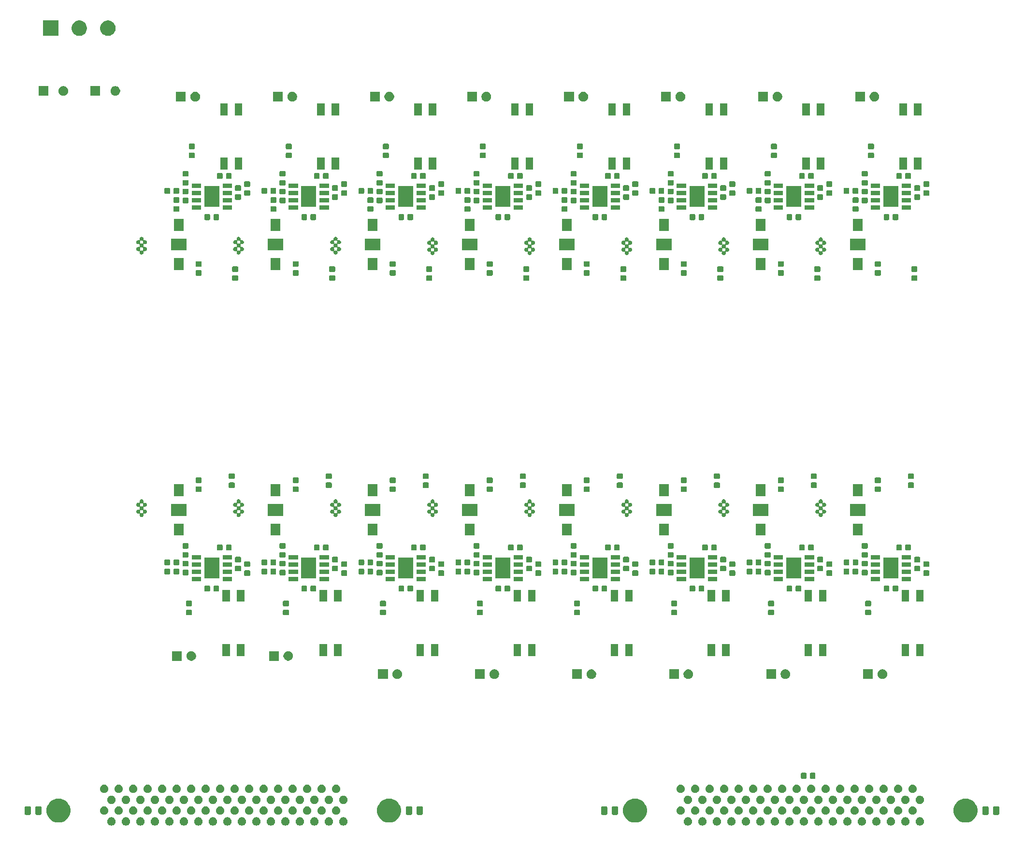
<source format=gbs>
G04 #@! TF.GenerationSoftware,KiCad,Pcbnew,(5.1.5)-3*
G04 #@! TF.CreationDate,2020-10-27T13:55:20-04:00*
G04 #@! TF.ProjectId,ARTIQAmp,41525449-5141-46d7-902e-6b696361645f,rev?*
G04 #@! TF.SameCoordinates,Original*
G04 #@! TF.FileFunction,Soldermask,Bot*
G04 #@! TF.FilePolarity,Negative*
%FSLAX46Y46*%
G04 Gerber Fmt 4.6, Leading zero omitted, Abs format (unit mm)*
G04 Created by KiCad (PCBNEW (5.1.5)-3) date 2020-10-27 13:55:20*
%MOMM*%
%LPD*%
G04 APERTURE LIST*
%ADD10C,0.100000*%
G04 APERTURE END LIST*
D10*
G36*
X45528225Y-165597091D02*
G01*
X45661257Y-165652195D01*
X45780984Y-165732194D01*
X45882806Y-165834016D01*
X45962805Y-165953743D01*
X46017909Y-166086775D01*
X46046000Y-166228001D01*
X46046000Y-166371999D01*
X46017909Y-166513225D01*
X45962805Y-166646257D01*
X45882806Y-166765984D01*
X45780984Y-166867806D01*
X45661257Y-166947805D01*
X45528225Y-167002909D01*
X45386999Y-167031000D01*
X45243001Y-167031000D01*
X45101775Y-167002909D01*
X44968743Y-166947805D01*
X44849016Y-166867806D01*
X44747194Y-166765984D01*
X44667195Y-166646257D01*
X44612091Y-166513225D01*
X44584000Y-166371999D01*
X44584000Y-166228001D01*
X44612091Y-166086775D01*
X44667195Y-165953743D01*
X44747194Y-165834016D01*
X44849016Y-165732194D01*
X44968743Y-165652195D01*
X45101775Y-165597091D01*
X45243001Y-165569000D01*
X45386999Y-165569000D01*
X45528225Y-165597091D01*
G37*
G36*
X76008225Y-165597091D02*
G01*
X76141257Y-165652195D01*
X76260984Y-165732194D01*
X76362806Y-165834016D01*
X76442805Y-165953743D01*
X76497909Y-166086775D01*
X76526000Y-166228001D01*
X76526000Y-166371999D01*
X76497909Y-166513225D01*
X76442805Y-166646257D01*
X76362806Y-166765984D01*
X76260984Y-166867806D01*
X76141257Y-166947805D01*
X76008225Y-167002909D01*
X75866999Y-167031000D01*
X75723001Y-167031000D01*
X75581775Y-167002909D01*
X75448743Y-166947805D01*
X75329016Y-166867806D01*
X75227194Y-166765984D01*
X75147195Y-166646257D01*
X75092091Y-166513225D01*
X75064000Y-166371999D01*
X75064000Y-166228001D01*
X75092091Y-166086775D01*
X75147195Y-165953743D01*
X75227194Y-165834016D01*
X75329016Y-165732194D01*
X75448743Y-165652195D01*
X75581775Y-165597091D01*
X75723001Y-165569000D01*
X75866999Y-165569000D01*
X76008225Y-165597091D01*
G37*
G36*
X78548225Y-165597091D02*
G01*
X78681257Y-165652195D01*
X78800984Y-165732194D01*
X78902806Y-165834016D01*
X78982805Y-165953743D01*
X79037909Y-166086775D01*
X79066000Y-166228001D01*
X79066000Y-166371999D01*
X79037909Y-166513225D01*
X78982805Y-166646257D01*
X78902806Y-166765984D01*
X78800984Y-166867806D01*
X78681257Y-166947805D01*
X78548225Y-167002909D01*
X78406999Y-167031000D01*
X78263001Y-167031000D01*
X78121775Y-167002909D01*
X77988743Y-166947805D01*
X77869016Y-166867806D01*
X77767194Y-166765984D01*
X77687195Y-166646257D01*
X77632091Y-166513225D01*
X77604000Y-166371999D01*
X77604000Y-166228001D01*
X77632091Y-166086775D01*
X77687195Y-165953743D01*
X77767194Y-165834016D01*
X77869016Y-165732194D01*
X77988743Y-165652195D01*
X78121775Y-165597091D01*
X78263001Y-165569000D01*
X78406999Y-165569000D01*
X78548225Y-165597091D01*
G37*
G36*
X81088225Y-165597091D02*
G01*
X81221257Y-165652195D01*
X81340984Y-165732194D01*
X81442806Y-165834016D01*
X81522805Y-165953743D01*
X81577909Y-166086775D01*
X81606000Y-166228001D01*
X81606000Y-166371999D01*
X81577909Y-166513225D01*
X81522805Y-166646257D01*
X81442806Y-166765984D01*
X81340984Y-166867806D01*
X81221257Y-166947805D01*
X81088225Y-167002909D01*
X80946999Y-167031000D01*
X80803001Y-167031000D01*
X80661775Y-167002909D01*
X80528743Y-166947805D01*
X80409016Y-166867806D01*
X80307194Y-166765984D01*
X80227195Y-166646257D01*
X80172091Y-166513225D01*
X80144000Y-166371999D01*
X80144000Y-166228001D01*
X80172091Y-166086775D01*
X80227195Y-165953743D01*
X80307194Y-165834016D01*
X80409016Y-165732194D01*
X80528743Y-165652195D01*
X80661775Y-165597091D01*
X80803001Y-165569000D01*
X80946999Y-165569000D01*
X81088225Y-165597091D01*
G37*
G36*
X83628225Y-165597091D02*
G01*
X83761257Y-165652195D01*
X83880984Y-165732194D01*
X83982806Y-165834016D01*
X84062805Y-165953743D01*
X84117909Y-166086775D01*
X84146000Y-166228001D01*
X84146000Y-166371999D01*
X84117909Y-166513225D01*
X84062805Y-166646257D01*
X83982806Y-166765984D01*
X83880984Y-166867806D01*
X83761257Y-166947805D01*
X83628225Y-167002909D01*
X83486999Y-167031000D01*
X83343001Y-167031000D01*
X83201775Y-167002909D01*
X83068743Y-166947805D01*
X82949016Y-166867806D01*
X82847194Y-166765984D01*
X82767195Y-166646257D01*
X82712091Y-166513225D01*
X82684000Y-166371999D01*
X82684000Y-166228001D01*
X82712091Y-166086775D01*
X82767195Y-165953743D01*
X82847194Y-165834016D01*
X82949016Y-165732194D01*
X83068743Y-165652195D01*
X83201775Y-165597091D01*
X83343001Y-165569000D01*
X83486999Y-165569000D01*
X83628225Y-165597091D01*
G37*
G36*
X86168225Y-165597091D02*
G01*
X86301257Y-165652195D01*
X86420984Y-165732194D01*
X86522806Y-165834016D01*
X86602805Y-165953743D01*
X86657909Y-166086775D01*
X86686000Y-166228001D01*
X86686000Y-166371999D01*
X86657909Y-166513225D01*
X86602805Y-166646257D01*
X86522806Y-166765984D01*
X86420984Y-166867806D01*
X86301257Y-166947805D01*
X86168225Y-167002909D01*
X86026999Y-167031000D01*
X85883001Y-167031000D01*
X85741775Y-167002909D01*
X85608743Y-166947805D01*
X85489016Y-166867806D01*
X85387194Y-166765984D01*
X85307195Y-166646257D01*
X85252091Y-166513225D01*
X85224000Y-166371999D01*
X85224000Y-166228001D01*
X85252091Y-166086775D01*
X85307195Y-165953743D01*
X85387194Y-165834016D01*
X85489016Y-165732194D01*
X85608743Y-165652195D01*
X85741775Y-165597091D01*
X85883001Y-165569000D01*
X86026999Y-165569000D01*
X86168225Y-165597091D01*
G37*
G36*
X73468225Y-165597091D02*
G01*
X73601257Y-165652195D01*
X73720984Y-165732194D01*
X73822806Y-165834016D01*
X73902805Y-165953743D01*
X73957909Y-166086775D01*
X73986000Y-166228001D01*
X73986000Y-166371999D01*
X73957909Y-166513225D01*
X73902805Y-166646257D01*
X73822806Y-166765984D01*
X73720984Y-166867806D01*
X73601257Y-166947805D01*
X73468225Y-167002909D01*
X73326999Y-167031000D01*
X73183001Y-167031000D01*
X73041775Y-167002909D01*
X72908743Y-166947805D01*
X72789016Y-166867806D01*
X72687194Y-166765984D01*
X72607195Y-166646257D01*
X72552091Y-166513225D01*
X72524000Y-166371999D01*
X72524000Y-166228001D01*
X72552091Y-166086775D01*
X72607195Y-165953743D01*
X72687194Y-165834016D01*
X72789016Y-165732194D01*
X72908743Y-165652195D01*
X73041775Y-165597091D01*
X73183001Y-165569000D01*
X73326999Y-165569000D01*
X73468225Y-165597091D01*
G37*
G36*
X70928225Y-165597091D02*
G01*
X71061257Y-165652195D01*
X71180984Y-165732194D01*
X71282806Y-165834016D01*
X71362805Y-165953743D01*
X71417909Y-166086775D01*
X71446000Y-166228001D01*
X71446000Y-166371999D01*
X71417909Y-166513225D01*
X71362805Y-166646257D01*
X71282806Y-166765984D01*
X71180984Y-166867806D01*
X71061257Y-166947805D01*
X70928225Y-167002909D01*
X70786999Y-167031000D01*
X70643001Y-167031000D01*
X70501775Y-167002909D01*
X70368743Y-166947805D01*
X70249016Y-166867806D01*
X70147194Y-166765984D01*
X70067195Y-166646257D01*
X70012091Y-166513225D01*
X69984000Y-166371999D01*
X69984000Y-166228001D01*
X70012091Y-166086775D01*
X70067195Y-165953743D01*
X70147194Y-165834016D01*
X70249016Y-165732194D01*
X70368743Y-165652195D01*
X70501775Y-165597091D01*
X70643001Y-165569000D01*
X70786999Y-165569000D01*
X70928225Y-165597091D01*
G37*
G36*
X146528225Y-165597091D02*
G01*
X146661257Y-165652195D01*
X146780984Y-165732194D01*
X146882806Y-165834016D01*
X146962805Y-165953743D01*
X147017909Y-166086775D01*
X147046000Y-166228001D01*
X147046000Y-166371999D01*
X147017909Y-166513225D01*
X146962805Y-166646257D01*
X146882806Y-166765984D01*
X146780984Y-166867806D01*
X146661257Y-166947805D01*
X146528225Y-167002909D01*
X146386999Y-167031000D01*
X146243001Y-167031000D01*
X146101775Y-167002909D01*
X145968743Y-166947805D01*
X145849016Y-166867806D01*
X145747194Y-166765984D01*
X145667195Y-166646257D01*
X145612091Y-166513225D01*
X145584000Y-166371999D01*
X145584000Y-166228001D01*
X145612091Y-166086775D01*
X145667195Y-165953743D01*
X145747194Y-165834016D01*
X145849016Y-165732194D01*
X145968743Y-165652195D01*
X146101775Y-165597091D01*
X146243001Y-165569000D01*
X146386999Y-165569000D01*
X146528225Y-165597091D01*
G37*
G36*
X171928225Y-165597091D02*
G01*
X172061257Y-165652195D01*
X172180984Y-165732194D01*
X172282806Y-165834016D01*
X172362805Y-165953743D01*
X172417909Y-166086775D01*
X172446000Y-166228001D01*
X172446000Y-166371999D01*
X172417909Y-166513225D01*
X172362805Y-166646257D01*
X172282806Y-166765984D01*
X172180984Y-166867806D01*
X172061257Y-166947805D01*
X171928225Y-167002909D01*
X171786999Y-167031000D01*
X171643001Y-167031000D01*
X171501775Y-167002909D01*
X171368743Y-166947805D01*
X171249016Y-166867806D01*
X171147194Y-166765984D01*
X171067195Y-166646257D01*
X171012091Y-166513225D01*
X170984000Y-166371999D01*
X170984000Y-166228001D01*
X171012091Y-166086775D01*
X171067195Y-165953743D01*
X171147194Y-165834016D01*
X171249016Y-165732194D01*
X171368743Y-165652195D01*
X171501775Y-165597091D01*
X171643001Y-165569000D01*
X171786999Y-165569000D01*
X171928225Y-165597091D01*
G37*
G36*
X151608225Y-165597091D02*
G01*
X151741257Y-165652195D01*
X151860984Y-165732194D01*
X151962806Y-165834016D01*
X152042805Y-165953743D01*
X152097909Y-166086775D01*
X152126000Y-166228001D01*
X152126000Y-166371999D01*
X152097909Y-166513225D01*
X152042805Y-166646257D01*
X151962806Y-166765984D01*
X151860984Y-166867806D01*
X151741257Y-166947805D01*
X151608225Y-167002909D01*
X151466999Y-167031000D01*
X151323001Y-167031000D01*
X151181775Y-167002909D01*
X151048743Y-166947805D01*
X150929016Y-166867806D01*
X150827194Y-166765984D01*
X150747195Y-166646257D01*
X150692091Y-166513225D01*
X150664000Y-166371999D01*
X150664000Y-166228001D01*
X150692091Y-166086775D01*
X150747195Y-165953743D01*
X150827194Y-165834016D01*
X150929016Y-165732194D01*
X151048743Y-165652195D01*
X151181775Y-165597091D01*
X151323001Y-165569000D01*
X151466999Y-165569000D01*
X151608225Y-165597091D01*
G37*
G36*
X154148225Y-165597091D02*
G01*
X154281257Y-165652195D01*
X154400984Y-165732194D01*
X154502806Y-165834016D01*
X154582805Y-165953743D01*
X154637909Y-166086775D01*
X154666000Y-166228001D01*
X154666000Y-166371999D01*
X154637909Y-166513225D01*
X154582805Y-166646257D01*
X154502806Y-166765984D01*
X154400984Y-166867806D01*
X154281257Y-166947805D01*
X154148225Y-167002909D01*
X154006999Y-167031000D01*
X153863001Y-167031000D01*
X153721775Y-167002909D01*
X153588743Y-166947805D01*
X153469016Y-166867806D01*
X153367194Y-166765984D01*
X153287195Y-166646257D01*
X153232091Y-166513225D01*
X153204000Y-166371999D01*
X153204000Y-166228001D01*
X153232091Y-166086775D01*
X153287195Y-165953743D01*
X153367194Y-165834016D01*
X153469016Y-165732194D01*
X153588743Y-165652195D01*
X153721775Y-165597091D01*
X153863001Y-165569000D01*
X154006999Y-165569000D01*
X154148225Y-165597091D01*
G37*
G36*
X156688225Y-165597091D02*
G01*
X156821257Y-165652195D01*
X156940984Y-165732194D01*
X157042806Y-165834016D01*
X157122805Y-165953743D01*
X157177909Y-166086775D01*
X157206000Y-166228001D01*
X157206000Y-166371999D01*
X157177909Y-166513225D01*
X157122805Y-166646257D01*
X157042806Y-166765984D01*
X156940984Y-166867806D01*
X156821257Y-166947805D01*
X156688225Y-167002909D01*
X156546999Y-167031000D01*
X156403001Y-167031000D01*
X156261775Y-167002909D01*
X156128743Y-166947805D01*
X156009016Y-166867806D01*
X155907194Y-166765984D01*
X155827195Y-166646257D01*
X155772091Y-166513225D01*
X155744000Y-166371999D01*
X155744000Y-166228001D01*
X155772091Y-166086775D01*
X155827195Y-165953743D01*
X155907194Y-165834016D01*
X156009016Y-165732194D01*
X156128743Y-165652195D01*
X156261775Y-165597091D01*
X156403001Y-165569000D01*
X156546999Y-165569000D01*
X156688225Y-165597091D01*
G37*
G36*
X159228225Y-165597091D02*
G01*
X159361257Y-165652195D01*
X159480984Y-165732194D01*
X159582806Y-165834016D01*
X159662805Y-165953743D01*
X159717909Y-166086775D01*
X159746000Y-166228001D01*
X159746000Y-166371999D01*
X159717909Y-166513225D01*
X159662805Y-166646257D01*
X159582806Y-166765984D01*
X159480984Y-166867806D01*
X159361257Y-166947805D01*
X159228225Y-167002909D01*
X159086999Y-167031000D01*
X158943001Y-167031000D01*
X158801775Y-167002909D01*
X158668743Y-166947805D01*
X158549016Y-166867806D01*
X158447194Y-166765984D01*
X158367195Y-166646257D01*
X158312091Y-166513225D01*
X158284000Y-166371999D01*
X158284000Y-166228001D01*
X158312091Y-166086775D01*
X158367195Y-165953743D01*
X158447194Y-165834016D01*
X158549016Y-165732194D01*
X158668743Y-165652195D01*
X158801775Y-165597091D01*
X158943001Y-165569000D01*
X159086999Y-165569000D01*
X159228225Y-165597091D01*
G37*
G36*
X161768225Y-165597091D02*
G01*
X161901257Y-165652195D01*
X162020984Y-165732194D01*
X162122806Y-165834016D01*
X162202805Y-165953743D01*
X162257909Y-166086775D01*
X162286000Y-166228001D01*
X162286000Y-166371999D01*
X162257909Y-166513225D01*
X162202805Y-166646257D01*
X162122806Y-166765984D01*
X162020984Y-166867806D01*
X161901257Y-166947805D01*
X161768225Y-167002909D01*
X161626999Y-167031000D01*
X161483001Y-167031000D01*
X161341775Y-167002909D01*
X161208743Y-166947805D01*
X161089016Y-166867806D01*
X160987194Y-166765984D01*
X160907195Y-166646257D01*
X160852091Y-166513225D01*
X160824000Y-166371999D01*
X160824000Y-166228001D01*
X160852091Y-166086775D01*
X160907195Y-165953743D01*
X160987194Y-165834016D01*
X161089016Y-165732194D01*
X161208743Y-165652195D01*
X161341775Y-165597091D01*
X161483001Y-165569000D01*
X161626999Y-165569000D01*
X161768225Y-165597091D01*
G37*
G36*
X164308225Y-165597091D02*
G01*
X164441257Y-165652195D01*
X164560984Y-165732194D01*
X164662806Y-165834016D01*
X164742805Y-165953743D01*
X164797909Y-166086775D01*
X164826000Y-166228001D01*
X164826000Y-166371999D01*
X164797909Y-166513225D01*
X164742805Y-166646257D01*
X164662806Y-166765984D01*
X164560984Y-166867806D01*
X164441257Y-166947805D01*
X164308225Y-167002909D01*
X164166999Y-167031000D01*
X164023001Y-167031000D01*
X163881775Y-167002909D01*
X163748743Y-166947805D01*
X163629016Y-166867806D01*
X163527194Y-166765984D01*
X163447195Y-166646257D01*
X163392091Y-166513225D01*
X163364000Y-166371999D01*
X163364000Y-166228001D01*
X163392091Y-166086775D01*
X163447195Y-165953743D01*
X163527194Y-165834016D01*
X163629016Y-165732194D01*
X163748743Y-165652195D01*
X163881775Y-165597091D01*
X164023001Y-165569000D01*
X164166999Y-165569000D01*
X164308225Y-165597091D01*
G37*
G36*
X166848225Y-165597091D02*
G01*
X166981257Y-165652195D01*
X167100984Y-165732194D01*
X167202806Y-165834016D01*
X167282805Y-165953743D01*
X167337909Y-166086775D01*
X167366000Y-166228001D01*
X167366000Y-166371999D01*
X167337909Y-166513225D01*
X167282805Y-166646257D01*
X167202806Y-166765984D01*
X167100984Y-166867806D01*
X166981257Y-166947805D01*
X166848225Y-167002909D01*
X166706999Y-167031000D01*
X166563001Y-167031000D01*
X166421775Y-167002909D01*
X166288743Y-166947805D01*
X166169016Y-166867806D01*
X166067194Y-166765984D01*
X165987195Y-166646257D01*
X165932091Y-166513225D01*
X165904000Y-166371999D01*
X165904000Y-166228001D01*
X165932091Y-166086775D01*
X165987195Y-165953743D01*
X166067194Y-165834016D01*
X166169016Y-165732194D01*
X166288743Y-165652195D01*
X166421775Y-165597091D01*
X166563001Y-165569000D01*
X166706999Y-165569000D01*
X166848225Y-165597091D01*
G37*
G36*
X65848225Y-165597091D02*
G01*
X65981257Y-165652195D01*
X66100984Y-165732194D01*
X66202806Y-165834016D01*
X66282805Y-165953743D01*
X66337909Y-166086775D01*
X66366000Y-166228001D01*
X66366000Y-166371999D01*
X66337909Y-166513225D01*
X66282805Y-166646257D01*
X66202806Y-166765984D01*
X66100984Y-166867806D01*
X65981257Y-166947805D01*
X65848225Y-167002909D01*
X65706999Y-167031000D01*
X65563001Y-167031000D01*
X65421775Y-167002909D01*
X65288743Y-166947805D01*
X65169016Y-166867806D01*
X65067194Y-166765984D01*
X64987195Y-166646257D01*
X64932091Y-166513225D01*
X64904000Y-166371999D01*
X64904000Y-166228001D01*
X64932091Y-166086775D01*
X64987195Y-165953743D01*
X65067194Y-165834016D01*
X65169016Y-165732194D01*
X65288743Y-165652195D01*
X65421775Y-165597091D01*
X65563001Y-165569000D01*
X65706999Y-165569000D01*
X65848225Y-165597091D01*
G37*
G36*
X48068225Y-165597091D02*
G01*
X48201257Y-165652195D01*
X48320984Y-165732194D01*
X48422806Y-165834016D01*
X48502805Y-165953743D01*
X48557909Y-166086775D01*
X48586000Y-166228001D01*
X48586000Y-166371999D01*
X48557909Y-166513225D01*
X48502805Y-166646257D01*
X48422806Y-166765984D01*
X48320984Y-166867806D01*
X48201257Y-166947805D01*
X48068225Y-167002909D01*
X47926999Y-167031000D01*
X47783001Y-167031000D01*
X47641775Y-167002909D01*
X47508743Y-166947805D01*
X47389016Y-166867806D01*
X47287194Y-166765984D01*
X47207195Y-166646257D01*
X47152091Y-166513225D01*
X47124000Y-166371999D01*
X47124000Y-166228001D01*
X47152091Y-166086775D01*
X47207195Y-165953743D01*
X47287194Y-165834016D01*
X47389016Y-165732194D01*
X47508743Y-165652195D01*
X47641775Y-165597091D01*
X47783001Y-165569000D01*
X47926999Y-165569000D01*
X48068225Y-165597091D01*
G37*
G36*
X149068225Y-165597091D02*
G01*
X149201257Y-165652195D01*
X149320984Y-165732194D01*
X149422806Y-165834016D01*
X149502805Y-165953743D01*
X149557909Y-166086775D01*
X149586000Y-166228001D01*
X149586000Y-166371999D01*
X149557909Y-166513225D01*
X149502805Y-166646257D01*
X149422806Y-166765984D01*
X149320984Y-166867806D01*
X149201257Y-166947805D01*
X149068225Y-167002909D01*
X148926999Y-167031000D01*
X148783001Y-167031000D01*
X148641775Y-167002909D01*
X148508743Y-166947805D01*
X148389016Y-166867806D01*
X148287194Y-166765984D01*
X148207195Y-166646257D01*
X148152091Y-166513225D01*
X148124000Y-166371999D01*
X148124000Y-166228001D01*
X148152091Y-166086775D01*
X148207195Y-165953743D01*
X148287194Y-165834016D01*
X148389016Y-165732194D01*
X148508743Y-165652195D01*
X148641775Y-165597091D01*
X148783001Y-165569000D01*
X148926999Y-165569000D01*
X149068225Y-165597091D01*
G37*
G36*
X174468225Y-165597091D02*
G01*
X174601257Y-165652195D01*
X174720984Y-165732194D01*
X174822806Y-165834016D01*
X174902805Y-165953743D01*
X174957909Y-166086775D01*
X174986000Y-166228001D01*
X174986000Y-166371999D01*
X174957909Y-166513225D01*
X174902805Y-166646257D01*
X174822806Y-166765984D01*
X174720984Y-166867806D01*
X174601257Y-166947805D01*
X174468225Y-167002909D01*
X174326999Y-167031000D01*
X174183001Y-167031000D01*
X174041775Y-167002909D01*
X173908743Y-166947805D01*
X173789016Y-166867806D01*
X173687194Y-166765984D01*
X173607195Y-166646257D01*
X173552091Y-166513225D01*
X173524000Y-166371999D01*
X173524000Y-166228001D01*
X173552091Y-166086775D01*
X173607195Y-165953743D01*
X173687194Y-165834016D01*
X173789016Y-165732194D01*
X173908743Y-165652195D01*
X174041775Y-165597091D01*
X174183001Y-165569000D01*
X174326999Y-165569000D01*
X174468225Y-165597091D01*
G37*
G36*
X177008225Y-165597091D02*
G01*
X177141257Y-165652195D01*
X177260984Y-165732194D01*
X177362806Y-165834016D01*
X177442805Y-165953743D01*
X177497909Y-166086775D01*
X177526000Y-166228001D01*
X177526000Y-166371999D01*
X177497909Y-166513225D01*
X177442805Y-166646257D01*
X177362806Y-166765984D01*
X177260984Y-166867806D01*
X177141257Y-166947805D01*
X177008225Y-167002909D01*
X176866999Y-167031000D01*
X176723001Y-167031000D01*
X176581775Y-167002909D01*
X176448743Y-166947805D01*
X176329016Y-166867806D01*
X176227194Y-166765984D01*
X176147195Y-166646257D01*
X176092091Y-166513225D01*
X176064000Y-166371999D01*
X176064000Y-166228001D01*
X176092091Y-166086775D01*
X176147195Y-165953743D01*
X176227194Y-165834016D01*
X176329016Y-165732194D01*
X176448743Y-165652195D01*
X176581775Y-165597091D01*
X176723001Y-165569000D01*
X176866999Y-165569000D01*
X177008225Y-165597091D01*
G37*
G36*
X179548225Y-165597091D02*
G01*
X179681257Y-165652195D01*
X179800984Y-165732194D01*
X179902806Y-165834016D01*
X179982805Y-165953743D01*
X180037909Y-166086775D01*
X180066000Y-166228001D01*
X180066000Y-166371999D01*
X180037909Y-166513225D01*
X179982805Y-166646257D01*
X179902806Y-166765984D01*
X179800984Y-166867806D01*
X179681257Y-166947805D01*
X179548225Y-167002909D01*
X179406999Y-167031000D01*
X179263001Y-167031000D01*
X179121775Y-167002909D01*
X178988743Y-166947805D01*
X178869016Y-166867806D01*
X178767194Y-166765984D01*
X178687195Y-166646257D01*
X178632091Y-166513225D01*
X178604000Y-166371999D01*
X178604000Y-166228001D01*
X178632091Y-166086775D01*
X178687195Y-165953743D01*
X178767194Y-165834016D01*
X178869016Y-165732194D01*
X178988743Y-165652195D01*
X179121775Y-165597091D01*
X179263001Y-165569000D01*
X179406999Y-165569000D01*
X179548225Y-165597091D01*
G37*
G36*
X182088225Y-165597091D02*
G01*
X182221257Y-165652195D01*
X182340984Y-165732194D01*
X182442806Y-165834016D01*
X182522805Y-165953743D01*
X182577909Y-166086775D01*
X182606000Y-166228001D01*
X182606000Y-166371999D01*
X182577909Y-166513225D01*
X182522805Y-166646257D01*
X182442806Y-166765984D01*
X182340984Y-166867806D01*
X182221257Y-166947805D01*
X182088225Y-167002909D01*
X181946999Y-167031000D01*
X181803001Y-167031000D01*
X181661775Y-167002909D01*
X181528743Y-166947805D01*
X181409016Y-166867806D01*
X181307194Y-166765984D01*
X181227195Y-166646257D01*
X181172091Y-166513225D01*
X181144000Y-166371999D01*
X181144000Y-166228001D01*
X181172091Y-166086775D01*
X181227195Y-165953743D01*
X181307194Y-165834016D01*
X181409016Y-165732194D01*
X181528743Y-165652195D01*
X181661775Y-165597091D01*
X181803001Y-165569000D01*
X181946999Y-165569000D01*
X182088225Y-165597091D01*
G37*
G36*
X184628225Y-165597091D02*
G01*
X184761257Y-165652195D01*
X184880984Y-165732194D01*
X184982806Y-165834016D01*
X185062805Y-165953743D01*
X185117909Y-166086775D01*
X185146000Y-166228001D01*
X185146000Y-166371999D01*
X185117909Y-166513225D01*
X185062805Y-166646257D01*
X184982806Y-166765984D01*
X184880984Y-166867806D01*
X184761257Y-166947805D01*
X184628225Y-167002909D01*
X184486999Y-167031000D01*
X184343001Y-167031000D01*
X184201775Y-167002909D01*
X184068743Y-166947805D01*
X183949016Y-166867806D01*
X183847194Y-166765984D01*
X183767195Y-166646257D01*
X183712091Y-166513225D01*
X183684000Y-166371999D01*
X183684000Y-166228001D01*
X183712091Y-166086775D01*
X183767195Y-165953743D01*
X183847194Y-165834016D01*
X183949016Y-165732194D01*
X184068743Y-165652195D01*
X184201775Y-165597091D01*
X184343001Y-165569000D01*
X184486999Y-165569000D01*
X184628225Y-165597091D01*
G37*
G36*
X187168225Y-165597091D02*
G01*
X187301257Y-165652195D01*
X187420984Y-165732194D01*
X187522806Y-165834016D01*
X187602805Y-165953743D01*
X187657909Y-166086775D01*
X187686000Y-166228001D01*
X187686000Y-166371999D01*
X187657909Y-166513225D01*
X187602805Y-166646257D01*
X187522806Y-166765984D01*
X187420984Y-166867806D01*
X187301257Y-166947805D01*
X187168225Y-167002909D01*
X187026999Y-167031000D01*
X186883001Y-167031000D01*
X186741775Y-167002909D01*
X186608743Y-166947805D01*
X186489016Y-166867806D01*
X186387194Y-166765984D01*
X186307195Y-166646257D01*
X186252091Y-166513225D01*
X186224000Y-166371999D01*
X186224000Y-166228001D01*
X186252091Y-166086775D01*
X186307195Y-165953743D01*
X186387194Y-165834016D01*
X186489016Y-165732194D01*
X186608743Y-165652195D01*
X186741775Y-165597091D01*
X186883001Y-165569000D01*
X187026999Y-165569000D01*
X187168225Y-165597091D01*
G37*
G36*
X68388225Y-165597091D02*
G01*
X68521257Y-165652195D01*
X68640984Y-165732194D01*
X68742806Y-165834016D01*
X68822805Y-165953743D01*
X68877909Y-166086775D01*
X68906000Y-166228001D01*
X68906000Y-166371999D01*
X68877909Y-166513225D01*
X68822805Y-166646257D01*
X68742806Y-166765984D01*
X68640984Y-166867806D01*
X68521257Y-166947805D01*
X68388225Y-167002909D01*
X68246999Y-167031000D01*
X68103001Y-167031000D01*
X67961775Y-167002909D01*
X67828743Y-166947805D01*
X67709016Y-166867806D01*
X67607194Y-166765984D01*
X67527195Y-166646257D01*
X67472091Y-166513225D01*
X67444000Y-166371999D01*
X67444000Y-166228001D01*
X67472091Y-166086775D01*
X67527195Y-165953743D01*
X67607194Y-165834016D01*
X67709016Y-165732194D01*
X67828743Y-165652195D01*
X67961775Y-165597091D01*
X68103001Y-165569000D01*
X68246999Y-165569000D01*
X68388225Y-165597091D01*
G37*
G36*
X169388225Y-165597091D02*
G01*
X169521257Y-165652195D01*
X169640984Y-165732194D01*
X169742806Y-165834016D01*
X169822805Y-165953743D01*
X169877909Y-166086775D01*
X169906000Y-166228001D01*
X169906000Y-166371999D01*
X169877909Y-166513225D01*
X169822805Y-166646257D01*
X169742806Y-166765984D01*
X169640984Y-166867806D01*
X169521257Y-166947805D01*
X169388225Y-167002909D01*
X169246999Y-167031000D01*
X169103001Y-167031000D01*
X168961775Y-167002909D01*
X168828743Y-166947805D01*
X168709016Y-166867806D01*
X168607194Y-166765984D01*
X168527195Y-166646257D01*
X168472091Y-166513225D01*
X168444000Y-166371999D01*
X168444000Y-166228001D01*
X168472091Y-166086775D01*
X168527195Y-165953743D01*
X168607194Y-165834016D01*
X168709016Y-165732194D01*
X168828743Y-165652195D01*
X168961775Y-165597091D01*
X169103001Y-165569000D01*
X169246999Y-165569000D01*
X169388225Y-165597091D01*
G37*
G36*
X63308225Y-165597091D02*
G01*
X63441257Y-165652195D01*
X63560984Y-165732194D01*
X63662806Y-165834016D01*
X63742805Y-165953743D01*
X63797909Y-166086775D01*
X63826000Y-166228001D01*
X63826000Y-166371999D01*
X63797909Y-166513225D01*
X63742805Y-166646257D01*
X63662806Y-166765984D01*
X63560984Y-166867806D01*
X63441257Y-166947805D01*
X63308225Y-167002909D01*
X63166999Y-167031000D01*
X63023001Y-167031000D01*
X62881775Y-167002909D01*
X62748743Y-166947805D01*
X62629016Y-166867806D01*
X62527194Y-166765984D01*
X62447195Y-166646257D01*
X62392091Y-166513225D01*
X62364000Y-166371999D01*
X62364000Y-166228001D01*
X62392091Y-166086775D01*
X62447195Y-165953743D01*
X62527194Y-165834016D01*
X62629016Y-165732194D01*
X62748743Y-165652195D01*
X62881775Y-165597091D01*
X63023001Y-165569000D01*
X63166999Y-165569000D01*
X63308225Y-165597091D01*
G37*
G36*
X60768225Y-165597091D02*
G01*
X60901257Y-165652195D01*
X61020984Y-165732194D01*
X61122806Y-165834016D01*
X61202805Y-165953743D01*
X61257909Y-166086775D01*
X61286000Y-166228001D01*
X61286000Y-166371999D01*
X61257909Y-166513225D01*
X61202805Y-166646257D01*
X61122806Y-166765984D01*
X61020984Y-166867806D01*
X60901257Y-166947805D01*
X60768225Y-167002909D01*
X60626999Y-167031000D01*
X60483001Y-167031000D01*
X60341775Y-167002909D01*
X60208743Y-166947805D01*
X60089016Y-166867806D01*
X59987194Y-166765984D01*
X59907195Y-166646257D01*
X59852091Y-166513225D01*
X59824000Y-166371999D01*
X59824000Y-166228001D01*
X59852091Y-166086775D01*
X59907195Y-165953743D01*
X59987194Y-165834016D01*
X60089016Y-165732194D01*
X60208743Y-165652195D01*
X60341775Y-165597091D01*
X60483001Y-165569000D01*
X60626999Y-165569000D01*
X60768225Y-165597091D01*
G37*
G36*
X58228225Y-165597091D02*
G01*
X58361257Y-165652195D01*
X58480984Y-165732194D01*
X58582806Y-165834016D01*
X58662805Y-165953743D01*
X58717909Y-166086775D01*
X58746000Y-166228001D01*
X58746000Y-166371999D01*
X58717909Y-166513225D01*
X58662805Y-166646257D01*
X58582806Y-166765984D01*
X58480984Y-166867806D01*
X58361257Y-166947805D01*
X58228225Y-167002909D01*
X58086999Y-167031000D01*
X57943001Y-167031000D01*
X57801775Y-167002909D01*
X57668743Y-166947805D01*
X57549016Y-166867806D01*
X57447194Y-166765984D01*
X57367195Y-166646257D01*
X57312091Y-166513225D01*
X57284000Y-166371999D01*
X57284000Y-166228001D01*
X57312091Y-166086775D01*
X57367195Y-165953743D01*
X57447194Y-165834016D01*
X57549016Y-165732194D01*
X57668743Y-165652195D01*
X57801775Y-165597091D01*
X57943001Y-165569000D01*
X58086999Y-165569000D01*
X58228225Y-165597091D01*
G37*
G36*
X55688225Y-165597091D02*
G01*
X55821257Y-165652195D01*
X55940984Y-165732194D01*
X56042806Y-165834016D01*
X56122805Y-165953743D01*
X56177909Y-166086775D01*
X56206000Y-166228001D01*
X56206000Y-166371999D01*
X56177909Y-166513225D01*
X56122805Y-166646257D01*
X56042806Y-166765984D01*
X55940984Y-166867806D01*
X55821257Y-166947805D01*
X55688225Y-167002909D01*
X55546999Y-167031000D01*
X55403001Y-167031000D01*
X55261775Y-167002909D01*
X55128743Y-166947805D01*
X55009016Y-166867806D01*
X54907194Y-166765984D01*
X54827195Y-166646257D01*
X54772091Y-166513225D01*
X54744000Y-166371999D01*
X54744000Y-166228001D01*
X54772091Y-166086775D01*
X54827195Y-165953743D01*
X54907194Y-165834016D01*
X55009016Y-165732194D01*
X55128743Y-165652195D01*
X55261775Y-165597091D01*
X55403001Y-165569000D01*
X55546999Y-165569000D01*
X55688225Y-165597091D01*
G37*
G36*
X53148225Y-165597091D02*
G01*
X53281257Y-165652195D01*
X53400984Y-165732194D01*
X53502806Y-165834016D01*
X53582805Y-165953743D01*
X53637909Y-166086775D01*
X53666000Y-166228001D01*
X53666000Y-166371999D01*
X53637909Y-166513225D01*
X53582805Y-166646257D01*
X53502806Y-166765984D01*
X53400984Y-166867806D01*
X53281257Y-166947805D01*
X53148225Y-167002909D01*
X53006999Y-167031000D01*
X52863001Y-167031000D01*
X52721775Y-167002909D01*
X52588743Y-166947805D01*
X52469016Y-166867806D01*
X52367194Y-166765984D01*
X52287195Y-166646257D01*
X52232091Y-166513225D01*
X52204000Y-166371999D01*
X52204000Y-166228001D01*
X52232091Y-166086775D01*
X52287195Y-165953743D01*
X52367194Y-165834016D01*
X52469016Y-165732194D01*
X52588743Y-165652195D01*
X52721775Y-165597091D01*
X52863001Y-165569000D01*
X53006999Y-165569000D01*
X53148225Y-165597091D01*
G37*
G36*
X50608225Y-165597091D02*
G01*
X50741257Y-165652195D01*
X50860984Y-165732194D01*
X50962806Y-165834016D01*
X51042805Y-165953743D01*
X51097909Y-166086775D01*
X51126000Y-166228001D01*
X51126000Y-166371999D01*
X51097909Y-166513225D01*
X51042805Y-166646257D01*
X50962806Y-166765984D01*
X50860984Y-166867806D01*
X50741257Y-166947805D01*
X50608225Y-167002909D01*
X50466999Y-167031000D01*
X50323001Y-167031000D01*
X50181775Y-167002909D01*
X50048743Y-166947805D01*
X49929016Y-166867806D01*
X49827194Y-166765984D01*
X49747195Y-166646257D01*
X49692091Y-166513225D01*
X49664000Y-166371999D01*
X49664000Y-166228001D01*
X49692091Y-166086775D01*
X49747195Y-165953743D01*
X49827194Y-165834016D01*
X49929016Y-165732194D01*
X50048743Y-165652195D01*
X50181775Y-165597091D01*
X50323001Y-165569000D01*
X50466999Y-165569000D01*
X50608225Y-165597091D01*
G37*
G36*
X94432536Y-162352827D02*
G01*
X94567839Y-162379740D01*
X94950197Y-162538118D01*
X95000900Y-162571997D01*
X95294309Y-162768046D01*
X95586954Y-163060691D01*
X95681980Y-163202908D01*
X95816882Y-163404803D01*
X95975260Y-163787161D01*
X96056000Y-164193070D01*
X96056000Y-164606930D01*
X95975260Y-165012839D01*
X95918032Y-165151000D01*
X95816883Y-165395195D01*
X95645162Y-165652195D01*
X95586953Y-165739310D01*
X95294310Y-166031953D01*
X94950197Y-166261882D01*
X94567839Y-166420260D01*
X94432536Y-166447173D01*
X94161932Y-166501000D01*
X93748068Y-166501000D01*
X93477464Y-166447173D01*
X93342161Y-166420260D01*
X92959803Y-166261882D01*
X92615690Y-166031953D01*
X92323047Y-165739310D01*
X92264839Y-165652195D01*
X92093117Y-165395195D01*
X91991968Y-165151000D01*
X91934740Y-165012839D01*
X91854000Y-164606930D01*
X91854000Y-164193070D01*
X91934740Y-163787161D01*
X92093118Y-163404803D01*
X92228020Y-163202908D01*
X92323046Y-163060691D01*
X92615691Y-162768046D01*
X92909100Y-162571997D01*
X92959803Y-162538118D01*
X93342161Y-162379740D01*
X93477464Y-162352827D01*
X93748068Y-162299000D01*
X94161932Y-162299000D01*
X94432536Y-162352827D01*
G37*
G36*
X36522536Y-162352827D02*
G01*
X36657839Y-162379740D01*
X37040197Y-162538118D01*
X37090900Y-162571997D01*
X37384309Y-162768046D01*
X37676954Y-163060691D01*
X37771980Y-163202908D01*
X37906882Y-163404803D01*
X38065260Y-163787161D01*
X38146000Y-164193070D01*
X38146000Y-164606930D01*
X38065260Y-165012839D01*
X38008032Y-165151000D01*
X37906883Y-165395195D01*
X37735162Y-165652195D01*
X37676953Y-165739310D01*
X37384310Y-166031953D01*
X37040197Y-166261882D01*
X36657839Y-166420260D01*
X36522536Y-166447173D01*
X36251932Y-166501000D01*
X35838068Y-166501000D01*
X35567464Y-166447173D01*
X35432161Y-166420260D01*
X35049803Y-166261882D01*
X34705690Y-166031953D01*
X34413047Y-165739310D01*
X34354839Y-165652195D01*
X34183117Y-165395195D01*
X34081968Y-165151000D01*
X34024740Y-165012839D01*
X33944000Y-164606930D01*
X33944000Y-164193070D01*
X34024740Y-163787161D01*
X34183118Y-163404803D01*
X34318020Y-163202908D01*
X34413046Y-163060691D01*
X34705691Y-162768046D01*
X34999100Y-162571997D01*
X35049803Y-162538118D01*
X35432161Y-162379740D01*
X35567464Y-162352827D01*
X35838068Y-162299000D01*
X36251932Y-162299000D01*
X36522536Y-162352827D01*
G37*
G36*
X195432536Y-162352827D02*
G01*
X195567839Y-162379740D01*
X195950197Y-162538118D01*
X196000900Y-162571997D01*
X196294309Y-162768046D01*
X196586954Y-163060691D01*
X196681980Y-163202908D01*
X196816882Y-163404803D01*
X196975260Y-163787161D01*
X197056000Y-164193070D01*
X197056000Y-164606930D01*
X196975260Y-165012839D01*
X196918032Y-165151000D01*
X196816883Y-165395195D01*
X196645162Y-165652195D01*
X196586953Y-165739310D01*
X196294310Y-166031953D01*
X195950197Y-166261882D01*
X195567839Y-166420260D01*
X195432536Y-166447173D01*
X195161932Y-166501000D01*
X194748068Y-166501000D01*
X194477464Y-166447173D01*
X194342161Y-166420260D01*
X193959803Y-166261882D01*
X193615690Y-166031953D01*
X193323047Y-165739310D01*
X193264839Y-165652195D01*
X193093117Y-165395195D01*
X192991968Y-165151000D01*
X192934740Y-165012839D01*
X192854000Y-164606930D01*
X192854000Y-164193070D01*
X192934740Y-163787161D01*
X193093118Y-163404803D01*
X193228020Y-163202908D01*
X193323046Y-163060691D01*
X193615691Y-162768046D01*
X193909100Y-162571997D01*
X193959803Y-162538118D01*
X194342161Y-162379740D01*
X194477464Y-162352827D01*
X194748068Y-162299000D01*
X195161932Y-162299000D01*
X195432536Y-162352827D01*
G37*
G36*
X137522536Y-162352827D02*
G01*
X137657839Y-162379740D01*
X138040197Y-162538118D01*
X138090900Y-162571997D01*
X138384309Y-162768046D01*
X138676954Y-163060691D01*
X138771980Y-163202908D01*
X138906882Y-163404803D01*
X139065260Y-163787161D01*
X139146000Y-164193070D01*
X139146000Y-164606930D01*
X139065260Y-165012839D01*
X139008032Y-165151000D01*
X138906883Y-165395195D01*
X138735162Y-165652195D01*
X138676953Y-165739310D01*
X138384310Y-166031953D01*
X138040197Y-166261882D01*
X137657839Y-166420260D01*
X137522536Y-166447173D01*
X137251932Y-166501000D01*
X136838068Y-166501000D01*
X136567464Y-166447173D01*
X136432161Y-166420260D01*
X136049803Y-166261882D01*
X135705690Y-166031953D01*
X135413047Y-165739310D01*
X135354839Y-165652195D01*
X135183117Y-165395195D01*
X135081968Y-165151000D01*
X135024740Y-165012839D01*
X134944000Y-164606930D01*
X134944000Y-164193070D01*
X135024740Y-163787161D01*
X135183118Y-163404803D01*
X135318020Y-163202908D01*
X135413046Y-163060691D01*
X135705691Y-162768046D01*
X135999100Y-162571997D01*
X136049803Y-162538118D01*
X136432161Y-162379740D01*
X136567464Y-162352827D01*
X136838068Y-162299000D01*
X137251932Y-162299000D01*
X137522536Y-162352827D01*
G37*
G36*
X200709468Y-163653565D02*
G01*
X200748138Y-163665296D01*
X200783777Y-163684346D01*
X200815017Y-163709983D01*
X200840654Y-163741223D01*
X200859704Y-163776862D01*
X200871435Y-163815532D01*
X200876000Y-163861888D01*
X200876000Y-164938112D01*
X200871435Y-164984468D01*
X200859704Y-165023138D01*
X200840654Y-165058777D01*
X200815017Y-165090017D01*
X200783777Y-165115654D01*
X200748138Y-165134704D01*
X200709468Y-165146435D01*
X200663112Y-165151000D01*
X200011888Y-165151000D01*
X199965532Y-165146435D01*
X199926862Y-165134704D01*
X199891223Y-165115654D01*
X199859983Y-165090017D01*
X199834346Y-165058777D01*
X199815296Y-165023138D01*
X199803565Y-164984468D01*
X199799000Y-164938112D01*
X199799000Y-163861888D01*
X199803565Y-163815532D01*
X199815296Y-163776862D01*
X199834346Y-163741223D01*
X199859983Y-163709983D01*
X199891223Y-163684346D01*
X199926862Y-163665296D01*
X199965532Y-163653565D01*
X200011888Y-163649000D01*
X200663112Y-163649000D01*
X200709468Y-163653565D01*
G37*
G36*
X198834468Y-163653565D02*
G01*
X198873138Y-163665296D01*
X198908777Y-163684346D01*
X198940017Y-163709983D01*
X198965654Y-163741223D01*
X198984704Y-163776862D01*
X198996435Y-163815532D01*
X199001000Y-163861888D01*
X199001000Y-164938112D01*
X198996435Y-164984468D01*
X198984704Y-165023138D01*
X198965654Y-165058777D01*
X198940017Y-165090017D01*
X198908777Y-165115654D01*
X198873138Y-165134704D01*
X198834468Y-165146435D01*
X198788112Y-165151000D01*
X198136888Y-165151000D01*
X198090532Y-165146435D01*
X198051862Y-165134704D01*
X198016223Y-165115654D01*
X197984983Y-165090017D01*
X197959346Y-165058777D01*
X197940296Y-165023138D01*
X197928565Y-164984468D01*
X197924000Y-164938112D01*
X197924000Y-163861888D01*
X197928565Y-163815532D01*
X197940296Y-163776862D01*
X197959346Y-163741223D01*
X197984983Y-163709983D01*
X198016223Y-163684346D01*
X198051862Y-163665296D01*
X198090532Y-163653565D01*
X198136888Y-163649000D01*
X198788112Y-163649000D01*
X198834468Y-163653565D01*
G37*
G36*
X97834468Y-163653565D02*
G01*
X97873138Y-163665296D01*
X97908777Y-163684346D01*
X97940017Y-163709983D01*
X97965654Y-163741223D01*
X97984704Y-163776862D01*
X97996435Y-163815532D01*
X98001000Y-163861888D01*
X98001000Y-164938112D01*
X97996435Y-164984468D01*
X97984704Y-165023138D01*
X97965654Y-165058777D01*
X97940017Y-165090017D01*
X97908777Y-165115654D01*
X97873138Y-165134704D01*
X97834468Y-165146435D01*
X97788112Y-165151000D01*
X97136888Y-165151000D01*
X97090532Y-165146435D01*
X97051862Y-165134704D01*
X97016223Y-165115654D01*
X96984983Y-165090017D01*
X96959346Y-165058777D01*
X96940296Y-165023138D01*
X96928565Y-164984468D01*
X96924000Y-164938112D01*
X96924000Y-163861888D01*
X96928565Y-163815532D01*
X96940296Y-163776862D01*
X96959346Y-163741223D01*
X96984983Y-163709983D01*
X97016223Y-163684346D01*
X97051862Y-163665296D01*
X97090532Y-163653565D01*
X97136888Y-163649000D01*
X97788112Y-163649000D01*
X97834468Y-163653565D01*
G37*
G36*
X132034468Y-163653565D02*
G01*
X132073138Y-163665296D01*
X132108777Y-163684346D01*
X132140017Y-163709983D01*
X132165654Y-163741223D01*
X132184704Y-163776862D01*
X132196435Y-163815532D01*
X132201000Y-163861888D01*
X132201000Y-164938112D01*
X132196435Y-164984468D01*
X132184704Y-165023138D01*
X132165654Y-165058777D01*
X132140017Y-165090017D01*
X132108777Y-165115654D01*
X132073138Y-165134704D01*
X132034468Y-165146435D01*
X131988112Y-165151000D01*
X131336888Y-165151000D01*
X131290532Y-165146435D01*
X131251862Y-165134704D01*
X131216223Y-165115654D01*
X131184983Y-165090017D01*
X131159346Y-165058777D01*
X131140296Y-165023138D01*
X131128565Y-164984468D01*
X131124000Y-164938112D01*
X131124000Y-163861888D01*
X131128565Y-163815532D01*
X131140296Y-163776862D01*
X131159346Y-163741223D01*
X131184983Y-163709983D01*
X131216223Y-163684346D01*
X131251862Y-163665296D01*
X131290532Y-163653565D01*
X131336888Y-163649000D01*
X131988112Y-163649000D01*
X132034468Y-163653565D01*
G37*
G36*
X99709468Y-163653565D02*
G01*
X99748138Y-163665296D01*
X99783777Y-163684346D01*
X99815017Y-163709983D01*
X99840654Y-163741223D01*
X99859704Y-163776862D01*
X99871435Y-163815532D01*
X99876000Y-163861888D01*
X99876000Y-164938112D01*
X99871435Y-164984468D01*
X99859704Y-165023138D01*
X99840654Y-165058777D01*
X99815017Y-165090017D01*
X99783777Y-165115654D01*
X99748138Y-165134704D01*
X99709468Y-165146435D01*
X99663112Y-165151000D01*
X99011888Y-165151000D01*
X98965532Y-165146435D01*
X98926862Y-165134704D01*
X98891223Y-165115654D01*
X98859983Y-165090017D01*
X98834346Y-165058777D01*
X98815296Y-165023138D01*
X98803565Y-164984468D01*
X98799000Y-164938112D01*
X98799000Y-163861888D01*
X98803565Y-163815532D01*
X98815296Y-163776862D01*
X98834346Y-163741223D01*
X98859983Y-163709983D01*
X98891223Y-163684346D01*
X98926862Y-163665296D01*
X98965532Y-163653565D01*
X99011888Y-163649000D01*
X99663112Y-163649000D01*
X99709468Y-163653565D01*
G37*
G36*
X31034468Y-163653565D02*
G01*
X31073138Y-163665296D01*
X31108777Y-163684346D01*
X31140017Y-163709983D01*
X31165654Y-163741223D01*
X31184704Y-163776862D01*
X31196435Y-163815532D01*
X31201000Y-163861888D01*
X31201000Y-164938112D01*
X31196435Y-164984468D01*
X31184704Y-165023138D01*
X31165654Y-165058777D01*
X31140017Y-165090017D01*
X31108777Y-165115654D01*
X31073138Y-165134704D01*
X31034468Y-165146435D01*
X30988112Y-165151000D01*
X30336888Y-165151000D01*
X30290532Y-165146435D01*
X30251862Y-165134704D01*
X30216223Y-165115654D01*
X30184983Y-165090017D01*
X30159346Y-165058777D01*
X30140296Y-165023138D01*
X30128565Y-164984468D01*
X30124000Y-164938112D01*
X30124000Y-163861888D01*
X30128565Y-163815532D01*
X30140296Y-163776862D01*
X30159346Y-163741223D01*
X30184983Y-163709983D01*
X30216223Y-163684346D01*
X30251862Y-163665296D01*
X30290532Y-163653565D01*
X30336888Y-163649000D01*
X30988112Y-163649000D01*
X31034468Y-163653565D01*
G37*
G36*
X32909468Y-163653565D02*
G01*
X32948138Y-163665296D01*
X32983777Y-163684346D01*
X33015017Y-163709983D01*
X33040654Y-163741223D01*
X33059704Y-163776862D01*
X33071435Y-163815532D01*
X33076000Y-163861888D01*
X33076000Y-164938112D01*
X33071435Y-164984468D01*
X33059704Y-165023138D01*
X33040654Y-165058777D01*
X33015017Y-165090017D01*
X32983777Y-165115654D01*
X32948138Y-165134704D01*
X32909468Y-165146435D01*
X32863112Y-165151000D01*
X32211888Y-165151000D01*
X32165532Y-165146435D01*
X32126862Y-165134704D01*
X32091223Y-165115654D01*
X32059983Y-165090017D01*
X32034346Y-165058777D01*
X32015296Y-165023138D01*
X32003565Y-164984468D01*
X31999000Y-164938112D01*
X31999000Y-163861888D01*
X32003565Y-163815532D01*
X32015296Y-163776862D01*
X32034346Y-163741223D01*
X32059983Y-163709983D01*
X32091223Y-163684346D01*
X32126862Y-163665296D01*
X32165532Y-163653565D01*
X32211888Y-163649000D01*
X32863112Y-163649000D01*
X32909468Y-163653565D01*
G37*
G36*
X133909468Y-163653565D02*
G01*
X133948138Y-163665296D01*
X133983777Y-163684346D01*
X134015017Y-163709983D01*
X134040654Y-163741223D01*
X134059704Y-163776862D01*
X134071435Y-163815532D01*
X134076000Y-163861888D01*
X134076000Y-164938112D01*
X134071435Y-164984468D01*
X134059704Y-165023138D01*
X134040654Y-165058777D01*
X134015017Y-165090017D01*
X133983777Y-165115654D01*
X133948138Y-165134704D01*
X133909468Y-165146435D01*
X133863112Y-165151000D01*
X133211888Y-165151000D01*
X133165532Y-165146435D01*
X133126862Y-165134704D01*
X133091223Y-165115654D01*
X133059983Y-165090017D01*
X133034346Y-165058777D01*
X133015296Y-165023138D01*
X133003565Y-164984468D01*
X132999000Y-164938112D01*
X132999000Y-163861888D01*
X133003565Y-163815532D01*
X133015296Y-163776862D01*
X133034346Y-163741223D01*
X133059983Y-163709983D01*
X133091223Y-163684346D01*
X133126862Y-163665296D01*
X133165532Y-163653565D01*
X133211888Y-163649000D01*
X133863112Y-163649000D01*
X133909468Y-163653565D01*
G37*
G36*
X178278225Y-163697091D02*
G01*
X178411257Y-163752195D01*
X178530984Y-163832194D01*
X178632806Y-163934016D01*
X178712805Y-164053743D01*
X178767909Y-164186775D01*
X178796000Y-164328001D01*
X178796000Y-164471999D01*
X178767909Y-164613225D01*
X178712805Y-164746257D01*
X178632806Y-164865984D01*
X178530984Y-164967806D01*
X178411257Y-165047805D01*
X178278225Y-165102909D01*
X178136999Y-165131000D01*
X177993001Y-165131000D01*
X177851775Y-165102909D01*
X177718743Y-165047805D01*
X177599016Y-164967806D01*
X177497194Y-164865984D01*
X177417195Y-164746257D01*
X177362091Y-164613225D01*
X177334000Y-164471999D01*
X177334000Y-164328001D01*
X177362091Y-164186775D01*
X177417195Y-164053743D01*
X177497194Y-163934016D01*
X177599016Y-163832194D01*
X177718743Y-163752195D01*
X177851775Y-163697091D01*
X177993001Y-163669000D01*
X178136999Y-163669000D01*
X178278225Y-163697091D01*
G37*
G36*
X168118225Y-163697091D02*
G01*
X168251257Y-163752195D01*
X168370984Y-163832194D01*
X168472806Y-163934016D01*
X168552805Y-164053743D01*
X168607909Y-164186775D01*
X168636000Y-164328001D01*
X168636000Y-164471999D01*
X168607909Y-164613225D01*
X168552805Y-164746257D01*
X168472806Y-164865984D01*
X168370984Y-164967806D01*
X168251257Y-165047805D01*
X168118225Y-165102909D01*
X167976999Y-165131000D01*
X167833001Y-165131000D01*
X167691775Y-165102909D01*
X167558743Y-165047805D01*
X167439016Y-164967806D01*
X167337194Y-164865984D01*
X167257195Y-164746257D01*
X167202091Y-164613225D01*
X167174000Y-164471999D01*
X167174000Y-164328001D01*
X167202091Y-164186775D01*
X167257195Y-164053743D01*
X167337194Y-163934016D01*
X167439016Y-163832194D01*
X167558743Y-163752195D01*
X167691775Y-163697091D01*
X167833001Y-163669000D01*
X167976999Y-163669000D01*
X168118225Y-163697091D01*
G37*
G36*
X173198225Y-163697091D02*
G01*
X173331257Y-163752195D01*
X173450984Y-163832194D01*
X173552806Y-163934016D01*
X173632805Y-164053743D01*
X173687909Y-164186775D01*
X173716000Y-164328001D01*
X173716000Y-164471999D01*
X173687909Y-164613225D01*
X173632805Y-164746257D01*
X173552806Y-164865984D01*
X173450984Y-164967806D01*
X173331257Y-165047805D01*
X173198225Y-165102909D01*
X173056999Y-165131000D01*
X172913001Y-165131000D01*
X172771775Y-165102909D01*
X172638743Y-165047805D01*
X172519016Y-164967806D01*
X172417194Y-164865984D01*
X172337195Y-164746257D01*
X172282091Y-164613225D01*
X172254000Y-164471999D01*
X172254000Y-164328001D01*
X172282091Y-164186775D01*
X172337195Y-164053743D01*
X172417194Y-163934016D01*
X172519016Y-163832194D01*
X172638743Y-163752195D01*
X172771775Y-163697091D01*
X172913001Y-163669000D01*
X173056999Y-163669000D01*
X173198225Y-163697091D01*
G37*
G36*
X175738225Y-163697091D02*
G01*
X175871257Y-163752195D01*
X175990984Y-163832194D01*
X176092806Y-163934016D01*
X176172805Y-164053743D01*
X176227909Y-164186775D01*
X176256000Y-164328001D01*
X176256000Y-164471999D01*
X176227909Y-164613225D01*
X176172805Y-164746257D01*
X176092806Y-164865984D01*
X175990984Y-164967806D01*
X175871257Y-165047805D01*
X175738225Y-165102909D01*
X175596999Y-165131000D01*
X175453001Y-165131000D01*
X175311775Y-165102909D01*
X175178743Y-165047805D01*
X175059016Y-164967806D01*
X174957194Y-164865984D01*
X174877195Y-164746257D01*
X174822091Y-164613225D01*
X174794000Y-164471999D01*
X174794000Y-164328001D01*
X174822091Y-164186775D01*
X174877195Y-164053743D01*
X174957194Y-163934016D01*
X175059016Y-163832194D01*
X175178743Y-163752195D01*
X175311775Y-163697091D01*
X175453001Y-163669000D01*
X175596999Y-163669000D01*
X175738225Y-163697091D01*
G37*
G36*
X165578225Y-163697091D02*
G01*
X165711257Y-163752195D01*
X165830984Y-163832194D01*
X165932806Y-163934016D01*
X166012805Y-164053743D01*
X166067909Y-164186775D01*
X166096000Y-164328001D01*
X166096000Y-164471999D01*
X166067909Y-164613225D01*
X166012805Y-164746257D01*
X165932806Y-164865984D01*
X165830984Y-164967806D01*
X165711257Y-165047805D01*
X165578225Y-165102909D01*
X165436999Y-165131000D01*
X165293001Y-165131000D01*
X165151775Y-165102909D01*
X165018743Y-165047805D01*
X164899016Y-164967806D01*
X164797194Y-164865984D01*
X164717195Y-164746257D01*
X164662091Y-164613225D01*
X164634000Y-164471999D01*
X164634000Y-164328001D01*
X164662091Y-164186775D01*
X164717195Y-164053743D01*
X164797194Y-163934016D01*
X164899016Y-163832194D01*
X165018743Y-163752195D01*
X165151775Y-163697091D01*
X165293001Y-163669000D01*
X165436999Y-163669000D01*
X165578225Y-163697091D01*
G37*
G36*
X180818225Y-163697091D02*
G01*
X180951257Y-163752195D01*
X181070984Y-163832194D01*
X181172806Y-163934016D01*
X181252805Y-164053743D01*
X181307909Y-164186775D01*
X181336000Y-164328001D01*
X181336000Y-164471999D01*
X181307909Y-164613225D01*
X181252805Y-164746257D01*
X181172806Y-164865984D01*
X181070984Y-164967806D01*
X180951257Y-165047805D01*
X180818225Y-165102909D01*
X180676999Y-165131000D01*
X180533001Y-165131000D01*
X180391775Y-165102909D01*
X180258743Y-165047805D01*
X180139016Y-164967806D01*
X180037194Y-164865984D01*
X179957195Y-164746257D01*
X179902091Y-164613225D01*
X179874000Y-164471999D01*
X179874000Y-164328001D01*
X179902091Y-164186775D01*
X179957195Y-164053743D01*
X180037194Y-163934016D01*
X180139016Y-163832194D01*
X180258743Y-163752195D01*
X180391775Y-163697091D01*
X180533001Y-163669000D01*
X180676999Y-163669000D01*
X180818225Y-163697091D01*
G37*
G36*
X183358225Y-163697091D02*
G01*
X183491257Y-163752195D01*
X183610984Y-163832194D01*
X183712806Y-163934016D01*
X183792805Y-164053743D01*
X183847909Y-164186775D01*
X183876000Y-164328001D01*
X183876000Y-164471999D01*
X183847909Y-164613225D01*
X183792805Y-164746257D01*
X183712806Y-164865984D01*
X183610984Y-164967806D01*
X183491257Y-165047805D01*
X183358225Y-165102909D01*
X183216999Y-165131000D01*
X183073001Y-165131000D01*
X182931775Y-165102909D01*
X182798743Y-165047805D01*
X182679016Y-164967806D01*
X182577194Y-164865984D01*
X182497195Y-164746257D01*
X182442091Y-164613225D01*
X182414000Y-164471999D01*
X182414000Y-164328001D01*
X182442091Y-164186775D01*
X182497195Y-164053743D01*
X182577194Y-163934016D01*
X182679016Y-163832194D01*
X182798743Y-163752195D01*
X182931775Y-163697091D01*
X183073001Y-163669000D01*
X183216999Y-163669000D01*
X183358225Y-163697091D01*
G37*
G36*
X185898225Y-163697091D02*
G01*
X186031257Y-163752195D01*
X186150984Y-163832194D01*
X186252806Y-163934016D01*
X186332805Y-164053743D01*
X186387909Y-164186775D01*
X186416000Y-164328001D01*
X186416000Y-164471999D01*
X186387909Y-164613225D01*
X186332805Y-164746257D01*
X186252806Y-164865984D01*
X186150984Y-164967806D01*
X186031257Y-165047805D01*
X185898225Y-165102909D01*
X185756999Y-165131000D01*
X185613001Y-165131000D01*
X185471775Y-165102909D01*
X185338743Y-165047805D01*
X185219016Y-164967806D01*
X185117194Y-164865984D01*
X185037195Y-164746257D01*
X184982091Y-164613225D01*
X184954000Y-164471999D01*
X184954000Y-164328001D01*
X184982091Y-164186775D01*
X185037195Y-164053743D01*
X185117194Y-163934016D01*
X185219016Y-163832194D01*
X185338743Y-163752195D01*
X185471775Y-163697091D01*
X185613001Y-163669000D01*
X185756999Y-163669000D01*
X185898225Y-163697091D01*
G37*
G36*
X155418225Y-163697091D02*
G01*
X155551257Y-163752195D01*
X155670984Y-163832194D01*
X155772806Y-163934016D01*
X155852805Y-164053743D01*
X155907909Y-164186775D01*
X155936000Y-164328001D01*
X155936000Y-164471999D01*
X155907909Y-164613225D01*
X155852805Y-164746257D01*
X155772806Y-164865984D01*
X155670984Y-164967806D01*
X155551257Y-165047805D01*
X155418225Y-165102909D01*
X155276999Y-165131000D01*
X155133001Y-165131000D01*
X154991775Y-165102909D01*
X154858743Y-165047805D01*
X154739016Y-164967806D01*
X154637194Y-164865984D01*
X154557195Y-164746257D01*
X154502091Y-164613225D01*
X154474000Y-164471999D01*
X154474000Y-164328001D01*
X154502091Y-164186775D01*
X154557195Y-164053743D01*
X154637194Y-163934016D01*
X154739016Y-163832194D01*
X154858743Y-163752195D01*
X154991775Y-163697091D01*
X155133001Y-163669000D01*
X155276999Y-163669000D01*
X155418225Y-163697091D01*
G37*
G36*
X145258225Y-163697091D02*
G01*
X145391257Y-163752195D01*
X145510984Y-163832194D01*
X145612806Y-163934016D01*
X145692805Y-164053743D01*
X145747909Y-164186775D01*
X145776000Y-164328001D01*
X145776000Y-164471999D01*
X145747909Y-164613225D01*
X145692805Y-164746257D01*
X145612806Y-164865984D01*
X145510984Y-164967806D01*
X145391257Y-165047805D01*
X145258225Y-165102909D01*
X145116999Y-165131000D01*
X144973001Y-165131000D01*
X144831775Y-165102909D01*
X144698743Y-165047805D01*
X144579016Y-164967806D01*
X144477194Y-164865984D01*
X144397195Y-164746257D01*
X144342091Y-164613225D01*
X144314000Y-164471999D01*
X144314000Y-164328001D01*
X144342091Y-164186775D01*
X144397195Y-164053743D01*
X144477194Y-163934016D01*
X144579016Y-163832194D01*
X144698743Y-163752195D01*
X144831775Y-163697091D01*
X144973001Y-163669000D01*
X145116999Y-163669000D01*
X145258225Y-163697091D01*
G37*
G36*
X147798225Y-163697091D02*
G01*
X147931257Y-163752195D01*
X148050984Y-163832194D01*
X148152806Y-163934016D01*
X148232805Y-164053743D01*
X148287909Y-164186775D01*
X148316000Y-164328001D01*
X148316000Y-164471999D01*
X148287909Y-164613225D01*
X148232805Y-164746257D01*
X148152806Y-164865984D01*
X148050984Y-164967806D01*
X147931257Y-165047805D01*
X147798225Y-165102909D01*
X147656999Y-165131000D01*
X147513001Y-165131000D01*
X147371775Y-165102909D01*
X147238743Y-165047805D01*
X147119016Y-164967806D01*
X147017194Y-164865984D01*
X146937195Y-164746257D01*
X146882091Y-164613225D01*
X146854000Y-164471999D01*
X146854000Y-164328001D01*
X146882091Y-164186775D01*
X146937195Y-164053743D01*
X147017194Y-163934016D01*
X147119016Y-163832194D01*
X147238743Y-163752195D01*
X147371775Y-163697091D01*
X147513001Y-163669000D01*
X147656999Y-163669000D01*
X147798225Y-163697091D01*
G37*
G36*
X150338225Y-163697091D02*
G01*
X150471257Y-163752195D01*
X150590984Y-163832194D01*
X150692806Y-163934016D01*
X150772805Y-164053743D01*
X150827909Y-164186775D01*
X150856000Y-164328001D01*
X150856000Y-164471999D01*
X150827909Y-164613225D01*
X150772805Y-164746257D01*
X150692806Y-164865984D01*
X150590984Y-164967806D01*
X150471257Y-165047805D01*
X150338225Y-165102909D01*
X150196999Y-165131000D01*
X150053001Y-165131000D01*
X149911775Y-165102909D01*
X149778743Y-165047805D01*
X149659016Y-164967806D01*
X149557194Y-164865984D01*
X149477195Y-164746257D01*
X149422091Y-164613225D01*
X149394000Y-164471999D01*
X149394000Y-164328001D01*
X149422091Y-164186775D01*
X149477195Y-164053743D01*
X149557194Y-163934016D01*
X149659016Y-163832194D01*
X149778743Y-163752195D01*
X149911775Y-163697091D01*
X150053001Y-163669000D01*
X150196999Y-163669000D01*
X150338225Y-163697091D01*
G37*
G36*
X152878225Y-163697091D02*
G01*
X153011257Y-163752195D01*
X153130984Y-163832194D01*
X153232806Y-163934016D01*
X153312805Y-164053743D01*
X153367909Y-164186775D01*
X153396000Y-164328001D01*
X153396000Y-164471999D01*
X153367909Y-164613225D01*
X153312805Y-164746257D01*
X153232806Y-164865984D01*
X153130984Y-164967806D01*
X153011257Y-165047805D01*
X152878225Y-165102909D01*
X152736999Y-165131000D01*
X152593001Y-165131000D01*
X152451775Y-165102909D01*
X152318743Y-165047805D01*
X152199016Y-164967806D01*
X152097194Y-164865984D01*
X152017195Y-164746257D01*
X151962091Y-164613225D01*
X151934000Y-164471999D01*
X151934000Y-164328001D01*
X151962091Y-164186775D01*
X152017195Y-164053743D01*
X152097194Y-163934016D01*
X152199016Y-163832194D01*
X152318743Y-163752195D01*
X152451775Y-163697091D01*
X152593001Y-163669000D01*
X152736999Y-163669000D01*
X152878225Y-163697091D01*
G37*
G36*
X157958225Y-163697091D02*
G01*
X158091257Y-163752195D01*
X158210984Y-163832194D01*
X158312806Y-163934016D01*
X158392805Y-164053743D01*
X158447909Y-164186775D01*
X158476000Y-164328001D01*
X158476000Y-164471999D01*
X158447909Y-164613225D01*
X158392805Y-164746257D01*
X158312806Y-164865984D01*
X158210984Y-164967806D01*
X158091257Y-165047805D01*
X157958225Y-165102909D01*
X157816999Y-165131000D01*
X157673001Y-165131000D01*
X157531775Y-165102909D01*
X157398743Y-165047805D01*
X157279016Y-164967806D01*
X157177194Y-164865984D01*
X157097195Y-164746257D01*
X157042091Y-164613225D01*
X157014000Y-164471999D01*
X157014000Y-164328001D01*
X157042091Y-164186775D01*
X157097195Y-164053743D01*
X157177194Y-163934016D01*
X157279016Y-163832194D01*
X157398743Y-163752195D01*
X157531775Y-163697091D01*
X157673001Y-163669000D01*
X157816999Y-163669000D01*
X157958225Y-163697091D01*
G37*
G36*
X160498225Y-163697091D02*
G01*
X160631257Y-163752195D01*
X160750984Y-163832194D01*
X160852806Y-163934016D01*
X160932805Y-164053743D01*
X160987909Y-164186775D01*
X161016000Y-164328001D01*
X161016000Y-164471999D01*
X160987909Y-164613225D01*
X160932805Y-164746257D01*
X160852806Y-164865984D01*
X160750984Y-164967806D01*
X160631257Y-165047805D01*
X160498225Y-165102909D01*
X160356999Y-165131000D01*
X160213001Y-165131000D01*
X160071775Y-165102909D01*
X159938743Y-165047805D01*
X159819016Y-164967806D01*
X159717194Y-164865984D01*
X159637195Y-164746257D01*
X159582091Y-164613225D01*
X159554000Y-164471999D01*
X159554000Y-164328001D01*
X159582091Y-164186775D01*
X159637195Y-164053743D01*
X159717194Y-163934016D01*
X159819016Y-163832194D01*
X159938743Y-163752195D01*
X160071775Y-163697091D01*
X160213001Y-163669000D01*
X160356999Y-163669000D01*
X160498225Y-163697091D01*
G37*
G36*
X163038225Y-163697091D02*
G01*
X163171257Y-163752195D01*
X163290984Y-163832194D01*
X163392806Y-163934016D01*
X163472805Y-164053743D01*
X163527909Y-164186775D01*
X163556000Y-164328001D01*
X163556000Y-164471999D01*
X163527909Y-164613225D01*
X163472805Y-164746257D01*
X163392806Y-164865984D01*
X163290984Y-164967806D01*
X163171257Y-165047805D01*
X163038225Y-165102909D01*
X162896999Y-165131000D01*
X162753001Y-165131000D01*
X162611775Y-165102909D01*
X162478743Y-165047805D01*
X162359016Y-164967806D01*
X162257194Y-164865984D01*
X162177195Y-164746257D01*
X162122091Y-164613225D01*
X162094000Y-164471999D01*
X162094000Y-164328001D01*
X162122091Y-164186775D01*
X162177195Y-164053743D01*
X162257194Y-163934016D01*
X162359016Y-163832194D01*
X162478743Y-163752195D01*
X162611775Y-163697091D01*
X162753001Y-163669000D01*
X162896999Y-163669000D01*
X163038225Y-163697091D01*
G37*
G36*
X170658225Y-163697091D02*
G01*
X170791257Y-163752195D01*
X170910984Y-163832194D01*
X171012806Y-163934016D01*
X171092805Y-164053743D01*
X171147909Y-164186775D01*
X171176000Y-164328001D01*
X171176000Y-164471999D01*
X171147909Y-164613225D01*
X171092805Y-164746257D01*
X171012806Y-164865984D01*
X170910984Y-164967806D01*
X170791257Y-165047805D01*
X170658225Y-165102909D01*
X170516999Y-165131000D01*
X170373001Y-165131000D01*
X170231775Y-165102909D01*
X170098743Y-165047805D01*
X169979016Y-164967806D01*
X169877194Y-164865984D01*
X169797195Y-164746257D01*
X169742091Y-164613225D01*
X169714000Y-164471999D01*
X169714000Y-164328001D01*
X169742091Y-164186775D01*
X169797195Y-164053743D01*
X169877194Y-163934016D01*
X169979016Y-163832194D01*
X170098743Y-163752195D01*
X170231775Y-163697091D01*
X170373001Y-163669000D01*
X170516999Y-163669000D01*
X170658225Y-163697091D01*
G37*
G36*
X54418225Y-163697091D02*
G01*
X54551257Y-163752195D01*
X54670984Y-163832194D01*
X54772806Y-163934016D01*
X54852805Y-164053743D01*
X54907909Y-164186775D01*
X54936000Y-164328001D01*
X54936000Y-164471999D01*
X54907909Y-164613225D01*
X54852805Y-164746257D01*
X54772806Y-164865984D01*
X54670984Y-164967806D01*
X54551257Y-165047805D01*
X54418225Y-165102909D01*
X54276999Y-165131000D01*
X54133001Y-165131000D01*
X53991775Y-165102909D01*
X53858743Y-165047805D01*
X53739016Y-164967806D01*
X53637194Y-164865984D01*
X53557195Y-164746257D01*
X53502091Y-164613225D01*
X53474000Y-164471999D01*
X53474000Y-164328001D01*
X53502091Y-164186775D01*
X53557195Y-164053743D01*
X53637194Y-163934016D01*
X53739016Y-163832194D01*
X53858743Y-163752195D01*
X53991775Y-163697091D01*
X54133001Y-163669000D01*
X54276999Y-163669000D01*
X54418225Y-163697091D01*
G37*
G36*
X59498225Y-163697091D02*
G01*
X59631257Y-163752195D01*
X59750984Y-163832194D01*
X59852806Y-163934016D01*
X59932805Y-164053743D01*
X59987909Y-164186775D01*
X60016000Y-164328001D01*
X60016000Y-164471999D01*
X59987909Y-164613225D01*
X59932805Y-164746257D01*
X59852806Y-164865984D01*
X59750984Y-164967806D01*
X59631257Y-165047805D01*
X59498225Y-165102909D01*
X59356999Y-165131000D01*
X59213001Y-165131000D01*
X59071775Y-165102909D01*
X58938743Y-165047805D01*
X58819016Y-164967806D01*
X58717194Y-164865984D01*
X58637195Y-164746257D01*
X58582091Y-164613225D01*
X58554000Y-164471999D01*
X58554000Y-164328001D01*
X58582091Y-164186775D01*
X58637195Y-164053743D01*
X58717194Y-163934016D01*
X58819016Y-163832194D01*
X58938743Y-163752195D01*
X59071775Y-163697091D01*
X59213001Y-163669000D01*
X59356999Y-163669000D01*
X59498225Y-163697091D01*
G37*
G36*
X84898225Y-163697091D02*
G01*
X85031257Y-163752195D01*
X85150984Y-163832194D01*
X85252806Y-163934016D01*
X85332805Y-164053743D01*
X85387909Y-164186775D01*
X85416000Y-164328001D01*
X85416000Y-164471999D01*
X85387909Y-164613225D01*
X85332805Y-164746257D01*
X85252806Y-164865984D01*
X85150984Y-164967806D01*
X85031257Y-165047805D01*
X84898225Y-165102909D01*
X84756999Y-165131000D01*
X84613001Y-165131000D01*
X84471775Y-165102909D01*
X84338743Y-165047805D01*
X84219016Y-164967806D01*
X84117194Y-164865984D01*
X84037195Y-164746257D01*
X83982091Y-164613225D01*
X83954000Y-164471999D01*
X83954000Y-164328001D01*
X83982091Y-164186775D01*
X84037195Y-164053743D01*
X84117194Y-163934016D01*
X84219016Y-163832194D01*
X84338743Y-163752195D01*
X84471775Y-163697091D01*
X84613001Y-163669000D01*
X84756999Y-163669000D01*
X84898225Y-163697091D01*
G37*
G36*
X69658225Y-163697091D02*
G01*
X69791257Y-163752195D01*
X69910984Y-163832194D01*
X70012806Y-163934016D01*
X70092805Y-164053743D01*
X70147909Y-164186775D01*
X70176000Y-164328001D01*
X70176000Y-164471999D01*
X70147909Y-164613225D01*
X70092805Y-164746257D01*
X70012806Y-164865984D01*
X69910984Y-164967806D01*
X69791257Y-165047805D01*
X69658225Y-165102909D01*
X69516999Y-165131000D01*
X69373001Y-165131000D01*
X69231775Y-165102909D01*
X69098743Y-165047805D01*
X68979016Y-164967806D01*
X68877194Y-164865984D01*
X68797195Y-164746257D01*
X68742091Y-164613225D01*
X68714000Y-164471999D01*
X68714000Y-164328001D01*
X68742091Y-164186775D01*
X68797195Y-164053743D01*
X68877194Y-163934016D01*
X68979016Y-163832194D01*
X69098743Y-163752195D01*
X69231775Y-163697091D01*
X69373001Y-163669000D01*
X69516999Y-163669000D01*
X69658225Y-163697091D01*
G37*
G36*
X64578225Y-163697091D02*
G01*
X64711257Y-163752195D01*
X64830984Y-163832194D01*
X64932806Y-163934016D01*
X65012805Y-164053743D01*
X65067909Y-164186775D01*
X65096000Y-164328001D01*
X65096000Y-164471999D01*
X65067909Y-164613225D01*
X65012805Y-164746257D01*
X64932806Y-164865984D01*
X64830984Y-164967806D01*
X64711257Y-165047805D01*
X64578225Y-165102909D01*
X64436999Y-165131000D01*
X64293001Y-165131000D01*
X64151775Y-165102909D01*
X64018743Y-165047805D01*
X63899016Y-164967806D01*
X63797194Y-164865984D01*
X63717195Y-164746257D01*
X63662091Y-164613225D01*
X63634000Y-164471999D01*
X63634000Y-164328001D01*
X63662091Y-164186775D01*
X63717195Y-164053743D01*
X63797194Y-163934016D01*
X63899016Y-163832194D01*
X64018743Y-163752195D01*
X64151775Y-163697091D01*
X64293001Y-163669000D01*
X64436999Y-163669000D01*
X64578225Y-163697091D01*
G37*
G36*
X72198225Y-163697091D02*
G01*
X72331257Y-163752195D01*
X72450984Y-163832194D01*
X72552806Y-163934016D01*
X72632805Y-164053743D01*
X72687909Y-164186775D01*
X72716000Y-164328001D01*
X72716000Y-164471999D01*
X72687909Y-164613225D01*
X72632805Y-164746257D01*
X72552806Y-164865984D01*
X72450984Y-164967806D01*
X72331257Y-165047805D01*
X72198225Y-165102909D01*
X72056999Y-165131000D01*
X71913001Y-165131000D01*
X71771775Y-165102909D01*
X71638743Y-165047805D01*
X71519016Y-164967806D01*
X71417194Y-164865984D01*
X71337195Y-164746257D01*
X71282091Y-164613225D01*
X71254000Y-164471999D01*
X71254000Y-164328001D01*
X71282091Y-164186775D01*
X71337195Y-164053743D01*
X71417194Y-163934016D01*
X71519016Y-163832194D01*
X71638743Y-163752195D01*
X71771775Y-163697091D01*
X71913001Y-163669000D01*
X72056999Y-163669000D01*
X72198225Y-163697091D01*
G37*
G36*
X67118225Y-163697091D02*
G01*
X67251257Y-163752195D01*
X67370984Y-163832194D01*
X67472806Y-163934016D01*
X67552805Y-164053743D01*
X67607909Y-164186775D01*
X67636000Y-164328001D01*
X67636000Y-164471999D01*
X67607909Y-164613225D01*
X67552805Y-164746257D01*
X67472806Y-164865984D01*
X67370984Y-164967806D01*
X67251257Y-165047805D01*
X67118225Y-165102909D01*
X66976999Y-165131000D01*
X66833001Y-165131000D01*
X66691775Y-165102909D01*
X66558743Y-165047805D01*
X66439016Y-164967806D01*
X66337194Y-164865984D01*
X66257195Y-164746257D01*
X66202091Y-164613225D01*
X66174000Y-164471999D01*
X66174000Y-164328001D01*
X66202091Y-164186775D01*
X66257195Y-164053743D01*
X66337194Y-163934016D01*
X66439016Y-163832194D01*
X66558743Y-163752195D01*
X66691775Y-163697091D01*
X66833001Y-163669000D01*
X66976999Y-163669000D01*
X67118225Y-163697091D01*
G37*
G36*
X74738225Y-163697091D02*
G01*
X74871257Y-163752195D01*
X74990984Y-163832194D01*
X75092806Y-163934016D01*
X75172805Y-164053743D01*
X75227909Y-164186775D01*
X75256000Y-164328001D01*
X75256000Y-164471999D01*
X75227909Y-164613225D01*
X75172805Y-164746257D01*
X75092806Y-164865984D01*
X74990984Y-164967806D01*
X74871257Y-165047805D01*
X74738225Y-165102909D01*
X74596999Y-165131000D01*
X74453001Y-165131000D01*
X74311775Y-165102909D01*
X74178743Y-165047805D01*
X74059016Y-164967806D01*
X73957194Y-164865984D01*
X73877195Y-164746257D01*
X73822091Y-164613225D01*
X73794000Y-164471999D01*
X73794000Y-164328001D01*
X73822091Y-164186775D01*
X73877195Y-164053743D01*
X73957194Y-163934016D01*
X74059016Y-163832194D01*
X74178743Y-163752195D01*
X74311775Y-163697091D01*
X74453001Y-163669000D01*
X74596999Y-163669000D01*
X74738225Y-163697091D01*
G37*
G36*
X77278225Y-163697091D02*
G01*
X77411257Y-163752195D01*
X77530984Y-163832194D01*
X77632806Y-163934016D01*
X77712805Y-164053743D01*
X77767909Y-164186775D01*
X77796000Y-164328001D01*
X77796000Y-164471999D01*
X77767909Y-164613225D01*
X77712805Y-164746257D01*
X77632806Y-164865984D01*
X77530984Y-164967806D01*
X77411257Y-165047805D01*
X77278225Y-165102909D01*
X77136999Y-165131000D01*
X76993001Y-165131000D01*
X76851775Y-165102909D01*
X76718743Y-165047805D01*
X76599016Y-164967806D01*
X76497194Y-164865984D01*
X76417195Y-164746257D01*
X76362091Y-164613225D01*
X76334000Y-164471999D01*
X76334000Y-164328001D01*
X76362091Y-164186775D01*
X76417195Y-164053743D01*
X76497194Y-163934016D01*
X76599016Y-163832194D01*
X76718743Y-163752195D01*
X76851775Y-163697091D01*
X76993001Y-163669000D01*
X77136999Y-163669000D01*
X77278225Y-163697091D01*
G37*
G36*
X82358225Y-163697091D02*
G01*
X82491257Y-163752195D01*
X82610984Y-163832194D01*
X82712806Y-163934016D01*
X82792805Y-164053743D01*
X82847909Y-164186775D01*
X82876000Y-164328001D01*
X82876000Y-164471999D01*
X82847909Y-164613225D01*
X82792805Y-164746257D01*
X82712806Y-164865984D01*
X82610984Y-164967806D01*
X82491257Y-165047805D01*
X82358225Y-165102909D01*
X82216999Y-165131000D01*
X82073001Y-165131000D01*
X81931775Y-165102909D01*
X81798743Y-165047805D01*
X81679016Y-164967806D01*
X81577194Y-164865984D01*
X81497195Y-164746257D01*
X81442091Y-164613225D01*
X81414000Y-164471999D01*
X81414000Y-164328001D01*
X81442091Y-164186775D01*
X81497195Y-164053743D01*
X81577194Y-163934016D01*
X81679016Y-163832194D01*
X81798743Y-163752195D01*
X81931775Y-163697091D01*
X82073001Y-163669000D01*
X82216999Y-163669000D01*
X82358225Y-163697091D01*
G37*
G36*
X44258225Y-163697091D02*
G01*
X44391257Y-163752195D01*
X44510984Y-163832194D01*
X44612806Y-163934016D01*
X44692805Y-164053743D01*
X44747909Y-164186775D01*
X44776000Y-164328001D01*
X44776000Y-164471999D01*
X44747909Y-164613225D01*
X44692805Y-164746257D01*
X44612806Y-164865984D01*
X44510984Y-164967806D01*
X44391257Y-165047805D01*
X44258225Y-165102909D01*
X44116999Y-165131000D01*
X43973001Y-165131000D01*
X43831775Y-165102909D01*
X43698743Y-165047805D01*
X43579016Y-164967806D01*
X43477194Y-164865984D01*
X43397195Y-164746257D01*
X43342091Y-164613225D01*
X43314000Y-164471999D01*
X43314000Y-164328001D01*
X43342091Y-164186775D01*
X43397195Y-164053743D01*
X43477194Y-163934016D01*
X43579016Y-163832194D01*
X43698743Y-163752195D01*
X43831775Y-163697091D01*
X43973001Y-163669000D01*
X44116999Y-163669000D01*
X44258225Y-163697091D01*
G37*
G36*
X56958225Y-163697091D02*
G01*
X57091257Y-163752195D01*
X57210984Y-163832194D01*
X57312806Y-163934016D01*
X57392805Y-164053743D01*
X57447909Y-164186775D01*
X57476000Y-164328001D01*
X57476000Y-164471999D01*
X57447909Y-164613225D01*
X57392805Y-164746257D01*
X57312806Y-164865984D01*
X57210984Y-164967806D01*
X57091257Y-165047805D01*
X56958225Y-165102909D01*
X56816999Y-165131000D01*
X56673001Y-165131000D01*
X56531775Y-165102909D01*
X56398743Y-165047805D01*
X56279016Y-164967806D01*
X56177194Y-164865984D01*
X56097195Y-164746257D01*
X56042091Y-164613225D01*
X56014000Y-164471999D01*
X56014000Y-164328001D01*
X56042091Y-164186775D01*
X56097195Y-164053743D01*
X56177194Y-163934016D01*
X56279016Y-163832194D01*
X56398743Y-163752195D01*
X56531775Y-163697091D01*
X56673001Y-163669000D01*
X56816999Y-163669000D01*
X56958225Y-163697091D01*
G37*
G36*
X46798225Y-163697091D02*
G01*
X46931257Y-163752195D01*
X47050984Y-163832194D01*
X47152806Y-163934016D01*
X47232805Y-164053743D01*
X47287909Y-164186775D01*
X47316000Y-164328001D01*
X47316000Y-164471999D01*
X47287909Y-164613225D01*
X47232805Y-164746257D01*
X47152806Y-164865984D01*
X47050984Y-164967806D01*
X46931257Y-165047805D01*
X46798225Y-165102909D01*
X46656999Y-165131000D01*
X46513001Y-165131000D01*
X46371775Y-165102909D01*
X46238743Y-165047805D01*
X46119016Y-164967806D01*
X46017194Y-164865984D01*
X45937195Y-164746257D01*
X45882091Y-164613225D01*
X45854000Y-164471999D01*
X45854000Y-164328001D01*
X45882091Y-164186775D01*
X45937195Y-164053743D01*
X46017194Y-163934016D01*
X46119016Y-163832194D01*
X46238743Y-163752195D01*
X46371775Y-163697091D01*
X46513001Y-163669000D01*
X46656999Y-163669000D01*
X46798225Y-163697091D01*
G37*
G36*
X49338225Y-163697091D02*
G01*
X49471257Y-163752195D01*
X49590984Y-163832194D01*
X49692806Y-163934016D01*
X49772805Y-164053743D01*
X49827909Y-164186775D01*
X49856000Y-164328001D01*
X49856000Y-164471999D01*
X49827909Y-164613225D01*
X49772805Y-164746257D01*
X49692806Y-164865984D01*
X49590984Y-164967806D01*
X49471257Y-165047805D01*
X49338225Y-165102909D01*
X49196999Y-165131000D01*
X49053001Y-165131000D01*
X48911775Y-165102909D01*
X48778743Y-165047805D01*
X48659016Y-164967806D01*
X48557194Y-164865984D01*
X48477195Y-164746257D01*
X48422091Y-164613225D01*
X48394000Y-164471999D01*
X48394000Y-164328001D01*
X48422091Y-164186775D01*
X48477195Y-164053743D01*
X48557194Y-163934016D01*
X48659016Y-163832194D01*
X48778743Y-163752195D01*
X48911775Y-163697091D01*
X49053001Y-163669000D01*
X49196999Y-163669000D01*
X49338225Y-163697091D01*
G37*
G36*
X51878225Y-163697091D02*
G01*
X52011257Y-163752195D01*
X52130984Y-163832194D01*
X52232806Y-163934016D01*
X52312805Y-164053743D01*
X52367909Y-164186775D01*
X52396000Y-164328001D01*
X52396000Y-164471999D01*
X52367909Y-164613225D01*
X52312805Y-164746257D01*
X52232806Y-164865984D01*
X52130984Y-164967806D01*
X52011257Y-165047805D01*
X51878225Y-165102909D01*
X51736999Y-165131000D01*
X51593001Y-165131000D01*
X51451775Y-165102909D01*
X51318743Y-165047805D01*
X51199016Y-164967806D01*
X51097194Y-164865984D01*
X51017195Y-164746257D01*
X50962091Y-164613225D01*
X50934000Y-164471999D01*
X50934000Y-164328001D01*
X50962091Y-164186775D01*
X51017195Y-164053743D01*
X51097194Y-163934016D01*
X51199016Y-163832194D01*
X51318743Y-163752195D01*
X51451775Y-163697091D01*
X51593001Y-163669000D01*
X51736999Y-163669000D01*
X51878225Y-163697091D01*
G37*
G36*
X62038225Y-163697091D02*
G01*
X62171257Y-163752195D01*
X62290984Y-163832194D01*
X62392806Y-163934016D01*
X62472805Y-164053743D01*
X62527909Y-164186775D01*
X62556000Y-164328001D01*
X62556000Y-164471999D01*
X62527909Y-164613225D01*
X62472805Y-164746257D01*
X62392806Y-164865984D01*
X62290984Y-164967806D01*
X62171257Y-165047805D01*
X62038225Y-165102909D01*
X61896999Y-165131000D01*
X61753001Y-165131000D01*
X61611775Y-165102909D01*
X61478743Y-165047805D01*
X61359016Y-164967806D01*
X61257194Y-164865984D01*
X61177195Y-164746257D01*
X61122091Y-164613225D01*
X61094000Y-164471999D01*
X61094000Y-164328001D01*
X61122091Y-164186775D01*
X61177195Y-164053743D01*
X61257194Y-163934016D01*
X61359016Y-163832194D01*
X61478743Y-163752195D01*
X61611775Y-163697091D01*
X61753001Y-163669000D01*
X61896999Y-163669000D01*
X62038225Y-163697091D01*
G37*
G36*
X79818225Y-163697091D02*
G01*
X79951257Y-163752195D01*
X80070984Y-163832194D01*
X80172806Y-163934016D01*
X80252805Y-164053743D01*
X80307909Y-164186775D01*
X80336000Y-164328001D01*
X80336000Y-164471999D01*
X80307909Y-164613225D01*
X80252805Y-164746257D01*
X80172806Y-164865984D01*
X80070984Y-164967806D01*
X79951257Y-165047805D01*
X79818225Y-165102909D01*
X79676999Y-165131000D01*
X79533001Y-165131000D01*
X79391775Y-165102909D01*
X79258743Y-165047805D01*
X79139016Y-164967806D01*
X79037194Y-164865984D01*
X78957195Y-164746257D01*
X78902091Y-164613225D01*
X78874000Y-164471999D01*
X78874000Y-164328001D01*
X78902091Y-164186775D01*
X78957195Y-164053743D01*
X79037194Y-163934016D01*
X79139016Y-163832194D01*
X79258743Y-163752195D01*
X79391775Y-163697091D01*
X79533001Y-163669000D01*
X79676999Y-163669000D01*
X79818225Y-163697091D01*
G37*
G36*
X146528225Y-161797091D02*
G01*
X146661257Y-161852195D01*
X146780984Y-161932194D01*
X146882806Y-162034016D01*
X146962805Y-162153743D01*
X147017909Y-162286775D01*
X147046000Y-162428001D01*
X147046000Y-162571999D01*
X147017909Y-162713225D01*
X146962805Y-162846257D01*
X146882806Y-162965984D01*
X146780984Y-163067806D01*
X146661257Y-163147805D01*
X146528225Y-163202909D01*
X146386999Y-163231000D01*
X146243001Y-163231000D01*
X146101775Y-163202909D01*
X145968743Y-163147805D01*
X145849016Y-163067806D01*
X145747194Y-162965984D01*
X145667195Y-162846257D01*
X145612091Y-162713225D01*
X145584000Y-162571999D01*
X145584000Y-162428001D01*
X145612091Y-162286775D01*
X145667195Y-162153743D01*
X145747194Y-162034016D01*
X145849016Y-161932194D01*
X145968743Y-161852195D01*
X146101775Y-161797091D01*
X146243001Y-161769000D01*
X146386999Y-161769000D01*
X146528225Y-161797091D01*
G37*
G36*
X149068225Y-161797091D02*
G01*
X149201257Y-161852195D01*
X149320984Y-161932194D01*
X149422806Y-162034016D01*
X149502805Y-162153743D01*
X149557909Y-162286775D01*
X149586000Y-162428001D01*
X149586000Y-162571999D01*
X149557909Y-162713225D01*
X149502805Y-162846257D01*
X149422806Y-162965984D01*
X149320984Y-163067806D01*
X149201257Y-163147805D01*
X149068225Y-163202909D01*
X148926999Y-163231000D01*
X148783001Y-163231000D01*
X148641775Y-163202909D01*
X148508743Y-163147805D01*
X148389016Y-163067806D01*
X148287194Y-162965984D01*
X148207195Y-162846257D01*
X148152091Y-162713225D01*
X148124000Y-162571999D01*
X148124000Y-162428001D01*
X148152091Y-162286775D01*
X148207195Y-162153743D01*
X148287194Y-162034016D01*
X148389016Y-161932194D01*
X148508743Y-161852195D01*
X148641775Y-161797091D01*
X148783001Y-161769000D01*
X148926999Y-161769000D01*
X149068225Y-161797091D01*
G37*
G36*
X151608225Y-161797091D02*
G01*
X151741257Y-161852195D01*
X151860984Y-161932194D01*
X151962806Y-162034016D01*
X152042805Y-162153743D01*
X152097909Y-162286775D01*
X152126000Y-162428001D01*
X152126000Y-162571999D01*
X152097909Y-162713225D01*
X152042805Y-162846257D01*
X151962806Y-162965984D01*
X151860984Y-163067806D01*
X151741257Y-163147805D01*
X151608225Y-163202909D01*
X151466999Y-163231000D01*
X151323001Y-163231000D01*
X151181775Y-163202909D01*
X151048743Y-163147805D01*
X150929016Y-163067806D01*
X150827194Y-162965984D01*
X150747195Y-162846257D01*
X150692091Y-162713225D01*
X150664000Y-162571999D01*
X150664000Y-162428001D01*
X150692091Y-162286775D01*
X150747195Y-162153743D01*
X150827194Y-162034016D01*
X150929016Y-161932194D01*
X151048743Y-161852195D01*
X151181775Y-161797091D01*
X151323001Y-161769000D01*
X151466999Y-161769000D01*
X151608225Y-161797091D01*
G37*
G36*
X179548225Y-161797091D02*
G01*
X179681257Y-161852195D01*
X179800984Y-161932194D01*
X179902806Y-162034016D01*
X179982805Y-162153743D01*
X180037909Y-162286775D01*
X180066000Y-162428001D01*
X180066000Y-162571999D01*
X180037909Y-162713225D01*
X179982805Y-162846257D01*
X179902806Y-162965984D01*
X179800984Y-163067806D01*
X179681257Y-163147805D01*
X179548225Y-163202909D01*
X179406999Y-163231000D01*
X179263001Y-163231000D01*
X179121775Y-163202909D01*
X178988743Y-163147805D01*
X178869016Y-163067806D01*
X178767194Y-162965984D01*
X178687195Y-162846257D01*
X178632091Y-162713225D01*
X178604000Y-162571999D01*
X178604000Y-162428001D01*
X178632091Y-162286775D01*
X178687195Y-162153743D01*
X178767194Y-162034016D01*
X178869016Y-161932194D01*
X178988743Y-161852195D01*
X179121775Y-161797091D01*
X179263001Y-161769000D01*
X179406999Y-161769000D01*
X179548225Y-161797091D01*
G37*
G36*
X182088225Y-161797091D02*
G01*
X182221257Y-161852195D01*
X182340984Y-161932194D01*
X182442806Y-162034016D01*
X182522805Y-162153743D01*
X182577909Y-162286775D01*
X182606000Y-162428001D01*
X182606000Y-162571999D01*
X182577909Y-162713225D01*
X182522805Y-162846257D01*
X182442806Y-162965984D01*
X182340984Y-163067806D01*
X182221257Y-163147805D01*
X182088225Y-163202909D01*
X181946999Y-163231000D01*
X181803001Y-163231000D01*
X181661775Y-163202909D01*
X181528743Y-163147805D01*
X181409016Y-163067806D01*
X181307194Y-162965984D01*
X181227195Y-162846257D01*
X181172091Y-162713225D01*
X181144000Y-162571999D01*
X181144000Y-162428001D01*
X181172091Y-162286775D01*
X181227195Y-162153743D01*
X181307194Y-162034016D01*
X181409016Y-161932194D01*
X181528743Y-161852195D01*
X181661775Y-161797091D01*
X181803001Y-161769000D01*
X181946999Y-161769000D01*
X182088225Y-161797091D01*
G37*
G36*
X184628225Y-161797091D02*
G01*
X184761257Y-161852195D01*
X184880984Y-161932194D01*
X184982806Y-162034016D01*
X185062805Y-162153743D01*
X185117909Y-162286775D01*
X185146000Y-162428001D01*
X185146000Y-162571999D01*
X185117909Y-162713225D01*
X185062805Y-162846257D01*
X184982806Y-162965984D01*
X184880984Y-163067806D01*
X184761257Y-163147805D01*
X184628225Y-163202909D01*
X184486999Y-163231000D01*
X184343001Y-163231000D01*
X184201775Y-163202909D01*
X184068743Y-163147805D01*
X183949016Y-163067806D01*
X183847194Y-162965984D01*
X183767195Y-162846257D01*
X183712091Y-162713225D01*
X183684000Y-162571999D01*
X183684000Y-162428001D01*
X183712091Y-162286775D01*
X183767195Y-162153743D01*
X183847194Y-162034016D01*
X183949016Y-161932194D01*
X184068743Y-161852195D01*
X184201775Y-161797091D01*
X184343001Y-161769000D01*
X184486999Y-161769000D01*
X184628225Y-161797091D01*
G37*
G36*
X187168225Y-161797091D02*
G01*
X187301257Y-161852195D01*
X187420984Y-161932194D01*
X187522806Y-162034016D01*
X187602805Y-162153743D01*
X187657909Y-162286775D01*
X187686000Y-162428001D01*
X187686000Y-162571999D01*
X187657909Y-162713225D01*
X187602805Y-162846257D01*
X187522806Y-162965984D01*
X187420984Y-163067806D01*
X187301257Y-163147805D01*
X187168225Y-163202909D01*
X187026999Y-163231000D01*
X186883001Y-163231000D01*
X186741775Y-163202909D01*
X186608743Y-163147805D01*
X186489016Y-163067806D01*
X186387194Y-162965984D01*
X186307195Y-162846257D01*
X186252091Y-162713225D01*
X186224000Y-162571999D01*
X186224000Y-162428001D01*
X186252091Y-162286775D01*
X186307195Y-162153743D01*
X186387194Y-162034016D01*
X186489016Y-161932194D01*
X186608743Y-161852195D01*
X186741775Y-161797091D01*
X186883001Y-161769000D01*
X187026999Y-161769000D01*
X187168225Y-161797091D01*
G37*
G36*
X177008225Y-161797091D02*
G01*
X177141257Y-161852195D01*
X177260984Y-161932194D01*
X177362806Y-162034016D01*
X177442805Y-162153743D01*
X177497909Y-162286775D01*
X177526000Y-162428001D01*
X177526000Y-162571999D01*
X177497909Y-162713225D01*
X177442805Y-162846257D01*
X177362806Y-162965984D01*
X177260984Y-163067806D01*
X177141257Y-163147805D01*
X177008225Y-163202909D01*
X176866999Y-163231000D01*
X176723001Y-163231000D01*
X176581775Y-163202909D01*
X176448743Y-163147805D01*
X176329016Y-163067806D01*
X176227194Y-162965984D01*
X176147195Y-162846257D01*
X176092091Y-162713225D01*
X176064000Y-162571999D01*
X176064000Y-162428001D01*
X176092091Y-162286775D01*
X176147195Y-162153743D01*
X176227194Y-162034016D01*
X176329016Y-161932194D01*
X176448743Y-161852195D01*
X176581775Y-161797091D01*
X176723001Y-161769000D01*
X176866999Y-161769000D01*
X177008225Y-161797091D01*
G37*
G36*
X174468225Y-161797091D02*
G01*
X174601257Y-161852195D01*
X174720984Y-161932194D01*
X174822806Y-162034016D01*
X174902805Y-162153743D01*
X174957909Y-162286775D01*
X174986000Y-162428001D01*
X174986000Y-162571999D01*
X174957909Y-162713225D01*
X174902805Y-162846257D01*
X174822806Y-162965984D01*
X174720984Y-163067806D01*
X174601257Y-163147805D01*
X174468225Y-163202909D01*
X174326999Y-163231000D01*
X174183001Y-163231000D01*
X174041775Y-163202909D01*
X173908743Y-163147805D01*
X173789016Y-163067806D01*
X173687194Y-162965984D01*
X173607195Y-162846257D01*
X173552091Y-162713225D01*
X173524000Y-162571999D01*
X173524000Y-162428001D01*
X173552091Y-162286775D01*
X173607195Y-162153743D01*
X173687194Y-162034016D01*
X173789016Y-161932194D01*
X173908743Y-161852195D01*
X174041775Y-161797091D01*
X174183001Y-161769000D01*
X174326999Y-161769000D01*
X174468225Y-161797091D01*
G37*
G36*
X161768225Y-161797091D02*
G01*
X161901257Y-161852195D01*
X162020984Y-161932194D01*
X162122806Y-162034016D01*
X162202805Y-162153743D01*
X162257909Y-162286775D01*
X162286000Y-162428001D01*
X162286000Y-162571999D01*
X162257909Y-162713225D01*
X162202805Y-162846257D01*
X162122806Y-162965984D01*
X162020984Y-163067806D01*
X161901257Y-163147805D01*
X161768225Y-163202909D01*
X161626999Y-163231000D01*
X161483001Y-163231000D01*
X161341775Y-163202909D01*
X161208743Y-163147805D01*
X161089016Y-163067806D01*
X160987194Y-162965984D01*
X160907195Y-162846257D01*
X160852091Y-162713225D01*
X160824000Y-162571999D01*
X160824000Y-162428001D01*
X160852091Y-162286775D01*
X160907195Y-162153743D01*
X160987194Y-162034016D01*
X161089016Y-161932194D01*
X161208743Y-161852195D01*
X161341775Y-161797091D01*
X161483001Y-161769000D01*
X161626999Y-161769000D01*
X161768225Y-161797091D01*
G37*
G36*
X156688225Y-161797091D02*
G01*
X156821257Y-161852195D01*
X156940984Y-161932194D01*
X157042806Y-162034016D01*
X157122805Y-162153743D01*
X157177909Y-162286775D01*
X157206000Y-162428001D01*
X157206000Y-162571999D01*
X157177909Y-162713225D01*
X157122805Y-162846257D01*
X157042806Y-162965984D01*
X156940984Y-163067806D01*
X156821257Y-163147805D01*
X156688225Y-163202909D01*
X156546999Y-163231000D01*
X156403001Y-163231000D01*
X156261775Y-163202909D01*
X156128743Y-163147805D01*
X156009016Y-163067806D01*
X155907194Y-162965984D01*
X155827195Y-162846257D01*
X155772091Y-162713225D01*
X155744000Y-162571999D01*
X155744000Y-162428001D01*
X155772091Y-162286775D01*
X155827195Y-162153743D01*
X155907194Y-162034016D01*
X156009016Y-161932194D01*
X156128743Y-161852195D01*
X156261775Y-161797091D01*
X156403001Y-161769000D01*
X156546999Y-161769000D01*
X156688225Y-161797091D01*
G37*
G36*
X159228225Y-161797091D02*
G01*
X159361257Y-161852195D01*
X159480984Y-161932194D01*
X159582806Y-162034016D01*
X159662805Y-162153743D01*
X159717909Y-162286775D01*
X159746000Y-162428001D01*
X159746000Y-162571999D01*
X159717909Y-162713225D01*
X159662805Y-162846257D01*
X159582806Y-162965984D01*
X159480984Y-163067806D01*
X159361257Y-163147805D01*
X159228225Y-163202909D01*
X159086999Y-163231000D01*
X158943001Y-163231000D01*
X158801775Y-163202909D01*
X158668743Y-163147805D01*
X158549016Y-163067806D01*
X158447194Y-162965984D01*
X158367195Y-162846257D01*
X158312091Y-162713225D01*
X158284000Y-162571999D01*
X158284000Y-162428001D01*
X158312091Y-162286775D01*
X158367195Y-162153743D01*
X158447194Y-162034016D01*
X158549016Y-161932194D01*
X158668743Y-161852195D01*
X158801775Y-161797091D01*
X158943001Y-161769000D01*
X159086999Y-161769000D01*
X159228225Y-161797091D01*
G37*
G36*
X154148225Y-161797091D02*
G01*
X154281257Y-161852195D01*
X154400984Y-161932194D01*
X154502806Y-162034016D01*
X154582805Y-162153743D01*
X154637909Y-162286775D01*
X154666000Y-162428001D01*
X154666000Y-162571999D01*
X154637909Y-162713225D01*
X154582805Y-162846257D01*
X154502806Y-162965984D01*
X154400984Y-163067806D01*
X154281257Y-163147805D01*
X154148225Y-163202909D01*
X154006999Y-163231000D01*
X153863001Y-163231000D01*
X153721775Y-163202909D01*
X153588743Y-163147805D01*
X153469016Y-163067806D01*
X153367194Y-162965984D01*
X153287195Y-162846257D01*
X153232091Y-162713225D01*
X153204000Y-162571999D01*
X153204000Y-162428001D01*
X153232091Y-162286775D01*
X153287195Y-162153743D01*
X153367194Y-162034016D01*
X153469016Y-161932194D01*
X153588743Y-161852195D01*
X153721775Y-161797091D01*
X153863001Y-161769000D01*
X154006999Y-161769000D01*
X154148225Y-161797091D01*
G37*
G36*
X169388225Y-161797091D02*
G01*
X169521257Y-161852195D01*
X169640984Y-161932194D01*
X169742806Y-162034016D01*
X169822805Y-162153743D01*
X169877909Y-162286775D01*
X169906000Y-162428001D01*
X169906000Y-162571999D01*
X169877909Y-162713225D01*
X169822805Y-162846257D01*
X169742806Y-162965984D01*
X169640984Y-163067806D01*
X169521257Y-163147805D01*
X169388225Y-163202909D01*
X169246999Y-163231000D01*
X169103001Y-163231000D01*
X168961775Y-163202909D01*
X168828743Y-163147805D01*
X168709016Y-163067806D01*
X168607194Y-162965984D01*
X168527195Y-162846257D01*
X168472091Y-162713225D01*
X168444000Y-162571999D01*
X168444000Y-162428001D01*
X168472091Y-162286775D01*
X168527195Y-162153743D01*
X168607194Y-162034016D01*
X168709016Y-161932194D01*
X168828743Y-161852195D01*
X168961775Y-161797091D01*
X169103001Y-161769000D01*
X169246999Y-161769000D01*
X169388225Y-161797091D01*
G37*
G36*
X171928225Y-161797091D02*
G01*
X172061257Y-161852195D01*
X172180984Y-161932194D01*
X172282806Y-162034016D01*
X172362805Y-162153743D01*
X172417909Y-162286775D01*
X172446000Y-162428001D01*
X172446000Y-162571999D01*
X172417909Y-162713225D01*
X172362805Y-162846257D01*
X172282806Y-162965984D01*
X172180984Y-163067806D01*
X172061257Y-163147805D01*
X171928225Y-163202909D01*
X171786999Y-163231000D01*
X171643001Y-163231000D01*
X171501775Y-163202909D01*
X171368743Y-163147805D01*
X171249016Y-163067806D01*
X171147194Y-162965984D01*
X171067195Y-162846257D01*
X171012091Y-162713225D01*
X170984000Y-162571999D01*
X170984000Y-162428001D01*
X171012091Y-162286775D01*
X171067195Y-162153743D01*
X171147194Y-162034016D01*
X171249016Y-161932194D01*
X171368743Y-161852195D01*
X171501775Y-161797091D01*
X171643001Y-161769000D01*
X171786999Y-161769000D01*
X171928225Y-161797091D01*
G37*
G36*
X166848225Y-161797091D02*
G01*
X166981257Y-161852195D01*
X167100984Y-161932194D01*
X167202806Y-162034016D01*
X167282805Y-162153743D01*
X167337909Y-162286775D01*
X167366000Y-162428001D01*
X167366000Y-162571999D01*
X167337909Y-162713225D01*
X167282805Y-162846257D01*
X167202806Y-162965984D01*
X167100984Y-163067806D01*
X166981257Y-163147805D01*
X166848225Y-163202909D01*
X166706999Y-163231000D01*
X166563001Y-163231000D01*
X166421775Y-163202909D01*
X166288743Y-163147805D01*
X166169016Y-163067806D01*
X166067194Y-162965984D01*
X165987195Y-162846257D01*
X165932091Y-162713225D01*
X165904000Y-162571999D01*
X165904000Y-162428001D01*
X165932091Y-162286775D01*
X165987195Y-162153743D01*
X166067194Y-162034016D01*
X166169016Y-161932194D01*
X166288743Y-161852195D01*
X166421775Y-161797091D01*
X166563001Y-161769000D01*
X166706999Y-161769000D01*
X166848225Y-161797091D01*
G37*
G36*
X164308225Y-161797091D02*
G01*
X164441257Y-161852195D01*
X164560984Y-161932194D01*
X164662806Y-162034016D01*
X164742805Y-162153743D01*
X164797909Y-162286775D01*
X164826000Y-162428001D01*
X164826000Y-162571999D01*
X164797909Y-162713225D01*
X164742805Y-162846257D01*
X164662806Y-162965984D01*
X164560984Y-163067806D01*
X164441257Y-163147805D01*
X164308225Y-163202909D01*
X164166999Y-163231000D01*
X164023001Y-163231000D01*
X163881775Y-163202909D01*
X163748743Y-163147805D01*
X163629016Y-163067806D01*
X163527194Y-162965984D01*
X163447195Y-162846257D01*
X163392091Y-162713225D01*
X163364000Y-162571999D01*
X163364000Y-162428001D01*
X163392091Y-162286775D01*
X163447195Y-162153743D01*
X163527194Y-162034016D01*
X163629016Y-161932194D01*
X163748743Y-161852195D01*
X163881775Y-161797091D01*
X164023001Y-161769000D01*
X164166999Y-161769000D01*
X164308225Y-161797091D01*
G37*
G36*
X78548225Y-161797091D02*
G01*
X78681257Y-161852195D01*
X78800984Y-161932194D01*
X78902806Y-162034016D01*
X78982805Y-162153743D01*
X79037909Y-162286775D01*
X79066000Y-162428001D01*
X79066000Y-162571999D01*
X79037909Y-162713225D01*
X78982805Y-162846257D01*
X78902806Y-162965984D01*
X78800984Y-163067806D01*
X78681257Y-163147805D01*
X78548225Y-163202909D01*
X78406999Y-163231000D01*
X78263001Y-163231000D01*
X78121775Y-163202909D01*
X77988743Y-163147805D01*
X77869016Y-163067806D01*
X77767194Y-162965984D01*
X77687195Y-162846257D01*
X77632091Y-162713225D01*
X77604000Y-162571999D01*
X77604000Y-162428001D01*
X77632091Y-162286775D01*
X77687195Y-162153743D01*
X77767194Y-162034016D01*
X77869016Y-161932194D01*
X77988743Y-161852195D01*
X78121775Y-161797091D01*
X78263001Y-161769000D01*
X78406999Y-161769000D01*
X78548225Y-161797091D01*
G37*
G36*
X81088225Y-161797091D02*
G01*
X81221257Y-161852195D01*
X81340984Y-161932194D01*
X81442806Y-162034016D01*
X81522805Y-162153743D01*
X81577909Y-162286775D01*
X81606000Y-162428001D01*
X81606000Y-162571999D01*
X81577909Y-162713225D01*
X81522805Y-162846257D01*
X81442806Y-162965984D01*
X81340984Y-163067806D01*
X81221257Y-163147805D01*
X81088225Y-163202909D01*
X80946999Y-163231000D01*
X80803001Y-163231000D01*
X80661775Y-163202909D01*
X80528743Y-163147805D01*
X80409016Y-163067806D01*
X80307194Y-162965984D01*
X80227195Y-162846257D01*
X80172091Y-162713225D01*
X80144000Y-162571999D01*
X80144000Y-162428001D01*
X80172091Y-162286775D01*
X80227195Y-162153743D01*
X80307194Y-162034016D01*
X80409016Y-161932194D01*
X80528743Y-161852195D01*
X80661775Y-161797091D01*
X80803001Y-161769000D01*
X80946999Y-161769000D01*
X81088225Y-161797091D01*
G37*
G36*
X68388225Y-161797091D02*
G01*
X68521257Y-161852195D01*
X68640984Y-161932194D01*
X68742806Y-162034016D01*
X68822805Y-162153743D01*
X68877909Y-162286775D01*
X68906000Y-162428001D01*
X68906000Y-162571999D01*
X68877909Y-162713225D01*
X68822805Y-162846257D01*
X68742806Y-162965984D01*
X68640984Y-163067806D01*
X68521257Y-163147805D01*
X68388225Y-163202909D01*
X68246999Y-163231000D01*
X68103001Y-163231000D01*
X67961775Y-163202909D01*
X67828743Y-163147805D01*
X67709016Y-163067806D01*
X67607194Y-162965984D01*
X67527195Y-162846257D01*
X67472091Y-162713225D01*
X67444000Y-162571999D01*
X67444000Y-162428001D01*
X67472091Y-162286775D01*
X67527195Y-162153743D01*
X67607194Y-162034016D01*
X67709016Y-161932194D01*
X67828743Y-161852195D01*
X67961775Y-161797091D01*
X68103001Y-161769000D01*
X68246999Y-161769000D01*
X68388225Y-161797091D01*
G37*
G36*
X86168225Y-161797091D02*
G01*
X86301257Y-161852195D01*
X86420984Y-161932194D01*
X86522806Y-162034016D01*
X86602805Y-162153743D01*
X86657909Y-162286775D01*
X86686000Y-162428001D01*
X86686000Y-162571999D01*
X86657909Y-162713225D01*
X86602805Y-162846257D01*
X86522806Y-162965984D01*
X86420984Y-163067806D01*
X86301257Y-163147805D01*
X86168225Y-163202909D01*
X86026999Y-163231000D01*
X85883001Y-163231000D01*
X85741775Y-163202909D01*
X85608743Y-163147805D01*
X85489016Y-163067806D01*
X85387194Y-162965984D01*
X85307195Y-162846257D01*
X85252091Y-162713225D01*
X85224000Y-162571999D01*
X85224000Y-162428001D01*
X85252091Y-162286775D01*
X85307195Y-162153743D01*
X85387194Y-162034016D01*
X85489016Y-161932194D01*
X85608743Y-161852195D01*
X85741775Y-161797091D01*
X85883001Y-161769000D01*
X86026999Y-161769000D01*
X86168225Y-161797091D01*
G37*
G36*
X45528225Y-161797091D02*
G01*
X45661257Y-161852195D01*
X45780984Y-161932194D01*
X45882806Y-162034016D01*
X45962805Y-162153743D01*
X46017909Y-162286775D01*
X46046000Y-162428001D01*
X46046000Y-162571999D01*
X46017909Y-162713225D01*
X45962805Y-162846257D01*
X45882806Y-162965984D01*
X45780984Y-163067806D01*
X45661257Y-163147805D01*
X45528225Y-163202909D01*
X45386999Y-163231000D01*
X45243001Y-163231000D01*
X45101775Y-163202909D01*
X44968743Y-163147805D01*
X44849016Y-163067806D01*
X44747194Y-162965984D01*
X44667195Y-162846257D01*
X44612091Y-162713225D01*
X44584000Y-162571999D01*
X44584000Y-162428001D01*
X44612091Y-162286775D01*
X44667195Y-162153743D01*
X44747194Y-162034016D01*
X44849016Y-161932194D01*
X44968743Y-161852195D01*
X45101775Y-161797091D01*
X45243001Y-161769000D01*
X45386999Y-161769000D01*
X45528225Y-161797091D01*
G37*
G36*
X48068225Y-161797091D02*
G01*
X48201257Y-161852195D01*
X48320984Y-161932194D01*
X48422806Y-162034016D01*
X48502805Y-162153743D01*
X48557909Y-162286775D01*
X48586000Y-162428001D01*
X48586000Y-162571999D01*
X48557909Y-162713225D01*
X48502805Y-162846257D01*
X48422806Y-162965984D01*
X48320984Y-163067806D01*
X48201257Y-163147805D01*
X48068225Y-163202909D01*
X47926999Y-163231000D01*
X47783001Y-163231000D01*
X47641775Y-163202909D01*
X47508743Y-163147805D01*
X47389016Y-163067806D01*
X47287194Y-162965984D01*
X47207195Y-162846257D01*
X47152091Y-162713225D01*
X47124000Y-162571999D01*
X47124000Y-162428001D01*
X47152091Y-162286775D01*
X47207195Y-162153743D01*
X47287194Y-162034016D01*
X47389016Y-161932194D01*
X47508743Y-161852195D01*
X47641775Y-161797091D01*
X47783001Y-161769000D01*
X47926999Y-161769000D01*
X48068225Y-161797091D01*
G37*
G36*
X50608225Y-161797091D02*
G01*
X50741257Y-161852195D01*
X50860984Y-161932194D01*
X50962806Y-162034016D01*
X51042805Y-162153743D01*
X51097909Y-162286775D01*
X51126000Y-162428001D01*
X51126000Y-162571999D01*
X51097909Y-162713225D01*
X51042805Y-162846257D01*
X50962806Y-162965984D01*
X50860984Y-163067806D01*
X50741257Y-163147805D01*
X50608225Y-163202909D01*
X50466999Y-163231000D01*
X50323001Y-163231000D01*
X50181775Y-163202909D01*
X50048743Y-163147805D01*
X49929016Y-163067806D01*
X49827194Y-162965984D01*
X49747195Y-162846257D01*
X49692091Y-162713225D01*
X49664000Y-162571999D01*
X49664000Y-162428001D01*
X49692091Y-162286775D01*
X49747195Y-162153743D01*
X49827194Y-162034016D01*
X49929016Y-161932194D01*
X50048743Y-161852195D01*
X50181775Y-161797091D01*
X50323001Y-161769000D01*
X50466999Y-161769000D01*
X50608225Y-161797091D01*
G37*
G36*
X53148225Y-161797091D02*
G01*
X53281257Y-161852195D01*
X53400984Y-161932194D01*
X53502806Y-162034016D01*
X53582805Y-162153743D01*
X53637909Y-162286775D01*
X53666000Y-162428001D01*
X53666000Y-162571999D01*
X53637909Y-162713225D01*
X53582805Y-162846257D01*
X53502806Y-162965984D01*
X53400984Y-163067806D01*
X53281257Y-163147805D01*
X53148225Y-163202909D01*
X53006999Y-163231000D01*
X52863001Y-163231000D01*
X52721775Y-163202909D01*
X52588743Y-163147805D01*
X52469016Y-163067806D01*
X52367194Y-162965984D01*
X52287195Y-162846257D01*
X52232091Y-162713225D01*
X52204000Y-162571999D01*
X52204000Y-162428001D01*
X52232091Y-162286775D01*
X52287195Y-162153743D01*
X52367194Y-162034016D01*
X52469016Y-161932194D01*
X52588743Y-161852195D01*
X52721775Y-161797091D01*
X52863001Y-161769000D01*
X53006999Y-161769000D01*
X53148225Y-161797091D01*
G37*
G36*
X55688225Y-161797091D02*
G01*
X55821257Y-161852195D01*
X55940984Y-161932194D01*
X56042806Y-162034016D01*
X56122805Y-162153743D01*
X56177909Y-162286775D01*
X56206000Y-162428001D01*
X56206000Y-162571999D01*
X56177909Y-162713225D01*
X56122805Y-162846257D01*
X56042806Y-162965984D01*
X55940984Y-163067806D01*
X55821257Y-163147805D01*
X55688225Y-163202909D01*
X55546999Y-163231000D01*
X55403001Y-163231000D01*
X55261775Y-163202909D01*
X55128743Y-163147805D01*
X55009016Y-163067806D01*
X54907194Y-162965984D01*
X54827195Y-162846257D01*
X54772091Y-162713225D01*
X54744000Y-162571999D01*
X54744000Y-162428001D01*
X54772091Y-162286775D01*
X54827195Y-162153743D01*
X54907194Y-162034016D01*
X55009016Y-161932194D01*
X55128743Y-161852195D01*
X55261775Y-161797091D01*
X55403001Y-161769000D01*
X55546999Y-161769000D01*
X55688225Y-161797091D01*
G37*
G36*
X58228225Y-161797091D02*
G01*
X58361257Y-161852195D01*
X58480984Y-161932194D01*
X58582806Y-162034016D01*
X58662805Y-162153743D01*
X58717909Y-162286775D01*
X58746000Y-162428001D01*
X58746000Y-162571999D01*
X58717909Y-162713225D01*
X58662805Y-162846257D01*
X58582806Y-162965984D01*
X58480984Y-163067806D01*
X58361257Y-163147805D01*
X58228225Y-163202909D01*
X58086999Y-163231000D01*
X57943001Y-163231000D01*
X57801775Y-163202909D01*
X57668743Y-163147805D01*
X57549016Y-163067806D01*
X57447194Y-162965984D01*
X57367195Y-162846257D01*
X57312091Y-162713225D01*
X57284000Y-162571999D01*
X57284000Y-162428001D01*
X57312091Y-162286775D01*
X57367195Y-162153743D01*
X57447194Y-162034016D01*
X57549016Y-161932194D01*
X57668743Y-161852195D01*
X57801775Y-161797091D01*
X57943001Y-161769000D01*
X58086999Y-161769000D01*
X58228225Y-161797091D01*
G37*
G36*
X60768225Y-161797091D02*
G01*
X60901257Y-161852195D01*
X61020984Y-161932194D01*
X61122806Y-162034016D01*
X61202805Y-162153743D01*
X61257909Y-162286775D01*
X61286000Y-162428001D01*
X61286000Y-162571999D01*
X61257909Y-162713225D01*
X61202805Y-162846257D01*
X61122806Y-162965984D01*
X61020984Y-163067806D01*
X60901257Y-163147805D01*
X60768225Y-163202909D01*
X60626999Y-163231000D01*
X60483001Y-163231000D01*
X60341775Y-163202909D01*
X60208743Y-163147805D01*
X60089016Y-163067806D01*
X59987194Y-162965984D01*
X59907195Y-162846257D01*
X59852091Y-162713225D01*
X59824000Y-162571999D01*
X59824000Y-162428001D01*
X59852091Y-162286775D01*
X59907195Y-162153743D01*
X59987194Y-162034016D01*
X60089016Y-161932194D01*
X60208743Y-161852195D01*
X60341775Y-161797091D01*
X60483001Y-161769000D01*
X60626999Y-161769000D01*
X60768225Y-161797091D01*
G37*
G36*
X63308225Y-161797091D02*
G01*
X63441257Y-161852195D01*
X63560984Y-161932194D01*
X63662806Y-162034016D01*
X63742805Y-162153743D01*
X63797909Y-162286775D01*
X63826000Y-162428001D01*
X63826000Y-162571999D01*
X63797909Y-162713225D01*
X63742805Y-162846257D01*
X63662806Y-162965984D01*
X63560984Y-163067806D01*
X63441257Y-163147805D01*
X63308225Y-163202909D01*
X63166999Y-163231000D01*
X63023001Y-163231000D01*
X62881775Y-163202909D01*
X62748743Y-163147805D01*
X62629016Y-163067806D01*
X62527194Y-162965984D01*
X62447195Y-162846257D01*
X62392091Y-162713225D01*
X62364000Y-162571999D01*
X62364000Y-162428001D01*
X62392091Y-162286775D01*
X62447195Y-162153743D01*
X62527194Y-162034016D01*
X62629016Y-161932194D01*
X62748743Y-161852195D01*
X62881775Y-161797091D01*
X63023001Y-161769000D01*
X63166999Y-161769000D01*
X63308225Y-161797091D01*
G37*
G36*
X65848225Y-161797091D02*
G01*
X65981257Y-161852195D01*
X66100984Y-161932194D01*
X66202806Y-162034016D01*
X66282805Y-162153743D01*
X66337909Y-162286775D01*
X66366000Y-162428001D01*
X66366000Y-162571999D01*
X66337909Y-162713225D01*
X66282805Y-162846257D01*
X66202806Y-162965984D01*
X66100984Y-163067806D01*
X65981257Y-163147805D01*
X65848225Y-163202909D01*
X65706999Y-163231000D01*
X65563001Y-163231000D01*
X65421775Y-163202909D01*
X65288743Y-163147805D01*
X65169016Y-163067806D01*
X65067194Y-162965984D01*
X64987195Y-162846257D01*
X64932091Y-162713225D01*
X64904000Y-162571999D01*
X64904000Y-162428001D01*
X64932091Y-162286775D01*
X64987195Y-162153743D01*
X65067194Y-162034016D01*
X65169016Y-161932194D01*
X65288743Y-161852195D01*
X65421775Y-161797091D01*
X65563001Y-161769000D01*
X65706999Y-161769000D01*
X65848225Y-161797091D01*
G37*
G36*
X83628225Y-161797091D02*
G01*
X83761257Y-161852195D01*
X83880984Y-161932194D01*
X83982806Y-162034016D01*
X84062805Y-162153743D01*
X84117909Y-162286775D01*
X84146000Y-162428001D01*
X84146000Y-162571999D01*
X84117909Y-162713225D01*
X84062805Y-162846257D01*
X83982806Y-162965984D01*
X83880984Y-163067806D01*
X83761257Y-163147805D01*
X83628225Y-163202909D01*
X83486999Y-163231000D01*
X83343001Y-163231000D01*
X83201775Y-163202909D01*
X83068743Y-163147805D01*
X82949016Y-163067806D01*
X82847194Y-162965984D01*
X82767195Y-162846257D01*
X82712091Y-162713225D01*
X82684000Y-162571999D01*
X82684000Y-162428001D01*
X82712091Y-162286775D01*
X82767195Y-162153743D01*
X82847194Y-162034016D01*
X82949016Y-161932194D01*
X83068743Y-161852195D01*
X83201775Y-161797091D01*
X83343001Y-161769000D01*
X83486999Y-161769000D01*
X83628225Y-161797091D01*
G37*
G36*
X70928225Y-161797091D02*
G01*
X71061257Y-161852195D01*
X71180984Y-161932194D01*
X71282806Y-162034016D01*
X71362805Y-162153743D01*
X71417909Y-162286775D01*
X71446000Y-162428001D01*
X71446000Y-162571999D01*
X71417909Y-162713225D01*
X71362805Y-162846257D01*
X71282806Y-162965984D01*
X71180984Y-163067806D01*
X71061257Y-163147805D01*
X70928225Y-163202909D01*
X70786999Y-163231000D01*
X70643001Y-163231000D01*
X70501775Y-163202909D01*
X70368743Y-163147805D01*
X70249016Y-163067806D01*
X70147194Y-162965984D01*
X70067195Y-162846257D01*
X70012091Y-162713225D01*
X69984000Y-162571999D01*
X69984000Y-162428001D01*
X70012091Y-162286775D01*
X70067195Y-162153743D01*
X70147194Y-162034016D01*
X70249016Y-161932194D01*
X70368743Y-161852195D01*
X70501775Y-161797091D01*
X70643001Y-161769000D01*
X70786999Y-161769000D01*
X70928225Y-161797091D01*
G37*
G36*
X73468225Y-161797091D02*
G01*
X73601257Y-161852195D01*
X73720984Y-161932194D01*
X73822806Y-162034016D01*
X73902805Y-162153743D01*
X73957909Y-162286775D01*
X73986000Y-162428001D01*
X73986000Y-162571999D01*
X73957909Y-162713225D01*
X73902805Y-162846257D01*
X73822806Y-162965984D01*
X73720984Y-163067806D01*
X73601257Y-163147805D01*
X73468225Y-163202909D01*
X73326999Y-163231000D01*
X73183001Y-163231000D01*
X73041775Y-163202909D01*
X72908743Y-163147805D01*
X72789016Y-163067806D01*
X72687194Y-162965984D01*
X72607195Y-162846257D01*
X72552091Y-162713225D01*
X72524000Y-162571999D01*
X72524000Y-162428001D01*
X72552091Y-162286775D01*
X72607195Y-162153743D01*
X72687194Y-162034016D01*
X72789016Y-161932194D01*
X72908743Y-161852195D01*
X73041775Y-161797091D01*
X73183001Y-161769000D01*
X73326999Y-161769000D01*
X73468225Y-161797091D01*
G37*
G36*
X76008225Y-161797091D02*
G01*
X76141257Y-161852195D01*
X76260984Y-161932194D01*
X76362806Y-162034016D01*
X76442805Y-162153743D01*
X76497909Y-162286775D01*
X76526000Y-162428001D01*
X76526000Y-162571999D01*
X76497909Y-162713225D01*
X76442805Y-162846257D01*
X76362806Y-162965984D01*
X76260984Y-163067806D01*
X76141257Y-163147805D01*
X76008225Y-163202909D01*
X75866999Y-163231000D01*
X75723001Y-163231000D01*
X75581775Y-163202909D01*
X75448743Y-163147805D01*
X75329016Y-163067806D01*
X75227194Y-162965984D01*
X75147195Y-162846257D01*
X75092091Y-162713225D01*
X75064000Y-162571999D01*
X75064000Y-162428001D01*
X75092091Y-162286775D01*
X75147195Y-162153743D01*
X75227194Y-162034016D01*
X75329016Y-161932194D01*
X75448743Y-161852195D01*
X75581775Y-161797091D01*
X75723001Y-161769000D01*
X75866999Y-161769000D01*
X76008225Y-161797091D01*
G37*
G36*
X79818225Y-159897091D02*
G01*
X79951257Y-159952195D01*
X80070984Y-160032194D01*
X80172806Y-160134016D01*
X80252805Y-160253743D01*
X80307909Y-160386775D01*
X80336000Y-160528001D01*
X80336000Y-160671999D01*
X80307909Y-160813225D01*
X80252805Y-160946257D01*
X80172806Y-161065984D01*
X80070984Y-161167806D01*
X79951257Y-161247805D01*
X79818225Y-161302909D01*
X79676999Y-161331000D01*
X79533001Y-161331000D01*
X79391775Y-161302909D01*
X79258743Y-161247805D01*
X79139016Y-161167806D01*
X79037194Y-161065984D01*
X78957195Y-160946257D01*
X78902091Y-160813225D01*
X78874000Y-160671999D01*
X78874000Y-160528001D01*
X78902091Y-160386775D01*
X78957195Y-160253743D01*
X79037194Y-160134016D01*
X79139016Y-160032194D01*
X79258743Y-159952195D01*
X79391775Y-159897091D01*
X79533001Y-159869000D01*
X79676999Y-159869000D01*
X79818225Y-159897091D01*
G37*
G36*
X82358225Y-159897091D02*
G01*
X82491257Y-159952195D01*
X82610984Y-160032194D01*
X82712806Y-160134016D01*
X82792805Y-160253743D01*
X82847909Y-160386775D01*
X82876000Y-160528001D01*
X82876000Y-160671999D01*
X82847909Y-160813225D01*
X82792805Y-160946257D01*
X82712806Y-161065984D01*
X82610984Y-161167806D01*
X82491257Y-161247805D01*
X82358225Y-161302909D01*
X82216999Y-161331000D01*
X82073001Y-161331000D01*
X81931775Y-161302909D01*
X81798743Y-161247805D01*
X81679016Y-161167806D01*
X81577194Y-161065984D01*
X81497195Y-160946257D01*
X81442091Y-160813225D01*
X81414000Y-160671999D01*
X81414000Y-160528001D01*
X81442091Y-160386775D01*
X81497195Y-160253743D01*
X81577194Y-160134016D01*
X81679016Y-160032194D01*
X81798743Y-159952195D01*
X81931775Y-159897091D01*
X82073001Y-159869000D01*
X82216999Y-159869000D01*
X82358225Y-159897091D01*
G37*
G36*
X84898225Y-159897091D02*
G01*
X85031257Y-159952195D01*
X85150984Y-160032194D01*
X85252806Y-160134016D01*
X85332805Y-160253743D01*
X85387909Y-160386775D01*
X85416000Y-160528001D01*
X85416000Y-160671999D01*
X85387909Y-160813225D01*
X85332805Y-160946257D01*
X85252806Y-161065984D01*
X85150984Y-161167806D01*
X85031257Y-161247805D01*
X84898225Y-161302909D01*
X84756999Y-161331000D01*
X84613001Y-161331000D01*
X84471775Y-161302909D01*
X84338743Y-161247805D01*
X84219016Y-161167806D01*
X84117194Y-161065984D01*
X84037195Y-160946257D01*
X83982091Y-160813225D01*
X83954000Y-160671999D01*
X83954000Y-160528001D01*
X83982091Y-160386775D01*
X84037195Y-160253743D01*
X84117194Y-160134016D01*
X84219016Y-160032194D01*
X84338743Y-159952195D01*
X84471775Y-159897091D01*
X84613001Y-159869000D01*
X84756999Y-159869000D01*
X84898225Y-159897091D01*
G37*
G36*
X145258225Y-159897091D02*
G01*
X145391257Y-159952195D01*
X145510984Y-160032194D01*
X145612806Y-160134016D01*
X145692805Y-160253743D01*
X145747909Y-160386775D01*
X145776000Y-160528001D01*
X145776000Y-160671999D01*
X145747909Y-160813225D01*
X145692805Y-160946257D01*
X145612806Y-161065984D01*
X145510984Y-161167806D01*
X145391257Y-161247805D01*
X145258225Y-161302909D01*
X145116999Y-161331000D01*
X144973001Y-161331000D01*
X144831775Y-161302909D01*
X144698743Y-161247805D01*
X144579016Y-161167806D01*
X144477194Y-161065984D01*
X144397195Y-160946257D01*
X144342091Y-160813225D01*
X144314000Y-160671999D01*
X144314000Y-160528001D01*
X144342091Y-160386775D01*
X144397195Y-160253743D01*
X144477194Y-160134016D01*
X144579016Y-160032194D01*
X144698743Y-159952195D01*
X144831775Y-159897091D01*
X144973001Y-159869000D01*
X145116999Y-159869000D01*
X145258225Y-159897091D01*
G37*
G36*
X165578225Y-159897091D02*
G01*
X165711257Y-159952195D01*
X165830984Y-160032194D01*
X165932806Y-160134016D01*
X166012805Y-160253743D01*
X166067909Y-160386775D01*
X166096000Y-160528001D01*
X166096000Y-160671999D01*
X166067909Y-160813225D01*
X166012805Y-160946257D01*
X165932806Y-161065984D01*
X165830984Y-161167806D01*
X165711257Y-161247805D01*
X165578225Y-161302909D01*
X165436999Y-161331000D01*
X165293001Y-161331000D01*
X165151775Y-161302909D01*
X165018743Y-161247805D01*
X164899016Y-161167806D01*
X164797194Y-161065984D01*
X164717195Y-160946257D01*
X164662091Y-160813225D01*
X164634000Y-160671999D01*
X164634000Y-160528001D01*
X164662091Y-160386775D01*
X164717195Y-160253743D01*
X164797194Y-160134016D01*
X164899016Y-160032194D01*
X165018743Y-159952195D01*
X165151775Y-159897091D01*
X165293001Y-159869000D01*
X165436999Y-159869000D01*
X165578225Y-159897091D01*
G37*
G36*
X168118225Y-159897091D02*
G01*
X168251257Y-159952195D01*
X168370984Y-160032194D01*
X168472806Y-160134016D01*
X168552805Y-160253743D01*
X168607909Y-160386775D01*
X168636000Y-160528001D01*
X168636000Y-160671999D01*
X168607909Y-160813225D01*
X168552805Y-160946257D01*
X168472806Y-161065984D01*
X168370984Y-161167806D01*
X168251257Y-161247805D01*
X168118225Y-161302909D01*
X167976999Y-161331000D01*
X167833001Y-161331000D01*
X167691775Y-161302909D01*
X167558743Y-161247805D01*
X167439016Y-161167806D01*
X167337194Y-161065984D01*
X167257195Y-160946257D01*
X167202091Y-160813225D01*
X167174000Y-160671999D01*
X167174000Y-160528001D01*
X167202091Y-160386775D01*
X167257195Y-160253743D01*
X167337194Y-160134016D01*
X167439016Y-160032194D01*
X167558743Y-159952195D01*
X167691775Y-159897091D01*
X167833001Y-159869000D01*
X167976999Y-159869000D01*
X168118225Y-159897091D01*
G37*
G36*
X170658225Y-159897091D02*
G01*
X170791257Y-159952195D01*
X170910984Y-160032194D01*
X171012806Y-160134016D01*
X171092805Y-160253743D01*
X171147909Y-160386775D01*
X171176000Y-160528001D01*
X171176000Y-160671999D01*
X171147909Y-160813225D01*
X171092805Y-160946257D01*
X171012806Y-161065984D01*
X170910984Y-161167806D01*
X170791257Y-161247805D01*
X170658225Y-161302909D01*
X170516999Y-161331000D01*
X170373001Y-161331000D01*
X170231775Y-161302909D01*
X170098743Y-161247805D01*
X169979016Y-161167806D01*
X169877194Y-161065984D01*
X169797195Y-160946257D01*
X169742091Y-160813225D01*
X169714000Y-160671999D01*
X169714000Y-160528001D01*
X169742091Y-160386775D01*
X169797195Y-160253743D01*
X169877194Y-160134016D01*
X169979016Y-160032194D01*
X170098743Y-159952195D01*
X170231775Y-159897091D01*
X170373001Y-159869000D01*
X170516999Y-159869000D01*
X170658225Y-159897091D01*
G37*
G36*
X173198225Y-159897091D02*
G01*
X173331257Y-159952195D01*
X173450984Y-160032194D01*
X173552806Y-160134016D01*
X173632805Y-160253743D01*
X173687909Y-160386775D01*
X173716000Y-160528001D01*
X173716000Y-160671999D01*
X173687909Y-160813225D01*
X173632805Y-160946257D01*
X173552806Y-161065984D01*
X173450984Y-161167806D01*
X173331257Y-161247805D01*
X173198225Y-161302909D01*
X173056999Y-161331000D01*
X172913001Y-161331000D01*
X172771775Y-161302909D01*
X172638743Y-161247805D01*
X172519016Y-161167806D01*
X172417194Y-161065984D01*
X172337195Y-160946257D01*
X172282091Y-160813225D01*
X172254000Y-160671999D01*
X172254000Y-160528001D01*
X172282091Y-160386775D01*
X172337195Y-160253743D01*
X172417194Y-160134016D01*
X172519016Y-160032194D01*
X172638743Y-159952195D01*
X172771775Y-159897091D01*
X172913001Y-159869000D01*
X173056999Y-159869000D01*
X173198225Y-159897091D01*
G37*
G36*
X175738225Y-159897091D02*
G01*
X175871257Y-159952195D01*
X175990984Y-160032194D01*
X176092806Y-160134016D01*
X176172805Y-160253743D01*
X176227909Y-160386775D01*
X176256000Y-160528001D01*
X176256000Y-160671999D01*
X176227909Y-160813225D01*
X176172805Y-160946257D01*
X176092806Y-161065984D01*
X175990984Y-161167806D01*
X175871257Y-161247805D01*
X175738225Y-161302909D01*
X175596999Y-161331000D01*
X175453001Y-161331000D01*
X175311775Y-161302909D01*
X175178743Y-161247805D01*
X175059016Y-161167806D01*
X174957194Y-161065984D01*
X174877195Y-160946257D01*
X174822091Y-160813225D01*
X174794000Y-160671999D01*
X174794000Y-160528001D01*
X174822091Y-160386775D01*
X174877195Y-160253743D01*
X174957194Y-160134016D01*
X175059016Y-160032194D01*
X175178743Y-159952195D01*
X175311775Y-159897091D01*
X175453001Y-159869000D01*
X175596999Y-159869000D01*
X175738225Y-159897091D01*
G37*
G36*
X178278225Y-159897091D02*
G01*
X178411257Y-159952195D01*
X178530984Y-160032194D01*
X178632806Y-160134016D01*
X178712805Y-160253743D01*
X178767909Y-160386775D01*
X178796000Y-160528001D01*
X178796000Y-160671999D01*
X178767909Y-160813225D01*
X178712805Y-160946257D01*
X178632806Y-161065984D01*
X178530984Y-161167806D01*
X178411257Y-161247805D01*
X178278225Y-161302909D01*
X178136999Y-161331000D01*
X177993001Y-161331000D01*
X177851775Y-161302909D01*
X177718743Y-161247805D01*
X177599016Y-161167806D01*
X177497194Y-161065984D01*
X177417195Y-160946257D01*
X177362091Y-160813225D01*
X177334000Y-160671999D01*
X177334000Y-160528001D01*
X177362091Y-160386775D01*
X177417195Y-160253743D01*
X177497194Y-160134016D01*
X177599016Y-160032194D01*
X177718743Y-159952195D01*
X177851775Y-159897091D01*
X177993001Y-159869000D01*
X178136999Y-159869000D01*
X178278225Y-159897091D01*
G37*
G36*
X180818225Y-159897091D02*
G01*
X180951257Y-159952195D01*
X181070984Y-160032194D01*
X181172806Y-160134016D01*
X181252805Y-160253743D01*
X181307909Y-160386775D01*
X181336000Y-160528001D01*
X181336000Y-160671999D01*
X181307909Y-160813225D01*
X181252805Y-160946257D01*
X181172806Y-161065984D01*
X181070984Y-161167806D01*
X180951257Y-161247805D01*
X180818225Y-161302909D01*
X180676999Y-161331000D01*
X180533001Y-161331000D01*
X180391775Y-161302909D01*
X180258743Y-161247805D01*
X180139016Y-161167806D01*
X180037194Y-161065984D01*
X179957195Y-160946257D01*
X179902091Y-160813225D01*
X179874000Y-160671999D01*
X179874000Y-160528001D01*
X179902091Y-160386775D01*
X179957195Y-160253743D01*
X180037194Y-160134016D01*
X180139016Y-160032194D01*
X180258743Y-159952195D01*
X180391775Y-159897091D01*
X180533001Y-159869000D01*
X180676999Y-159869000D01*
X180818225Y-159897091D01*
G37*
G36*
X163038225Y-159897091D02*
G01*
X163171257Y-159952195D01*
X163290984Y-160032194D01*
X163392806Y-160134016D01*
X163472805Y-160253743D01*
X163527909Y-160386775D01*
X163556000Y-160528001D01*
X163556000Y-160671999D01*
X163527909Y-160813225D01*
X163472805Y-160946257D01*
X163392806Y-161065984D01*
X163290984Y-161167806D01*
X163171257Y-161247805D01*
X163038225Y-161302909D01*
X162896999Y-161331000D01*
X162753001Y-161331000D01*
X162611775Y-161302909D01*
X162478743Y-161247805D01*
X162359016Y-161167806D01*
X162257194Y-161065984D01*
X162177195Y-160946257D01*
X162122091Y-160813225D01*
X162094000Y-160671999D01*
X162094000Y-160528001D01*
X162122091Y-160386775D01*
X162177195Y-160253743D01*
X162257194Y-160134016D01*
X162359016Y-160032194D01*
X162478743Y-159952195D01*
X162611775Y-159897091D01*
X162753001Y-159869000D01*
X162896999Y-159869000D01*
X163038225Y-159897091D01*
G37*
G36*
X160498225Y-159897091D02*
G01*
X160631257Y-159952195D01*
X160750984Y-160032194D01*
X160852806Y-160134016D01*
X160932805Y-160253743D01*
X160987909Y-160386775D01*
X161016000Y-160528001D01*
X161016000Y-160671999D01*
X160987909Y-160813225D01*
X160932805Y-160946257D01*
X160852806Y-161065984D01*
X160750984Y-161167806D01*
X160631257Y-161247805D01*
X160498225Y-161302909D01*
X160356999Y-161331000D01*
X160213001Y-161331000D01*
X160071775Y-161302909D01*
X159938743Y-161247805D01*
X159819016Y-161167806D01*
X159717194Y-161065984D01*
X159637195Y-160946257D01*
X159582091Y-160813225D01*
X159554000Y-160671999D01*
X159554000Y-160528001D01*
X159582091Y-160386775D01*
X159637195Y-160253743D01*
X159717194Y-160134016D01*
X159819016Y-160032194D01*
X159938743Y-159952195D01*
X160071775Y-159897091D01*
X160213001Y-159869000D01*
X160356999Y-159869000D01*
X160498225Y-159897091D01*
G37*
G36*
X157958225Y-159897091D02*
G01*
X158091257Y-159952195D01*
X158210984Y-160032194D01*
X158312806Y-160134016D01*
X158392805Y-160253743D01*
X158447909Y-160386775D01*
X158476000Y-160528001D01*
X158476000Y-160671999D01*
X158447909Y-160813225D01*
X158392805Y-160946257D01*
X158312806Y-161065984D01*
X158210984Y-161167806D01*
X158091257Y-161247805D01*
X157958225Y-161302909D01*
X157816999Y-161331000D01*
X157673001Y-161331000D01*
X157531775Y-161302909D01*
X157398743Y-161247805D01*
X157279016Y-161167806D01*
X157177194Y-161065984D01*
X157097195Y-160946257D01*
X157042091Y-160813225D01*
X157014000Y-160671999D01*
X157014000Y-160528001D01*
X157042091Y-160386775D01*
X157097195Y-160253743D01*
X157177194Y-160134016D01*
X157279016Y-160032194D01*
X157398743Y-159952195D01*
X157531775Y-159897091D01*
X157673001Y-159869000D01*
X157816999Y-159869000D01*
X157958225Y-159897091D01*
G37*
G36*
X152878225Y-159897091D02*
G01*
X153011257Y-159952195D01*
X153130984Y-160032194D01*
X153232806Y-160134016D01*
X153312805Y-160253743D01*
X153367909Y-160386775D01*
X153396000Y-160528001D01*
X153396000Y-160671999D01*
X153367909Y-160813225D01*
X153312805Y-160946257D01*
X153232806Y-161065984D01*
X153130984Y-161167806D01*
X153011257Y-161247805D01*
X152878225Y-161302909D01*
X152736999Y-161331000D01*
X152593001Y-161331000D01*
X152451775Y-161302909D01*
X152318743Y-161247805D01*
X152199016Y-161167806D01*
X152097194Y-161065984D01*
X152017195Y-160946257D01*
X151962091Y-160813225D01*
X151934000Y-160671999D01*
X151934000Y-160528001D01*
X151962091Y-160386775D01*
X152017195Y-160253743D01*
X152097194Y-160134016D01*
X152199016Y-160032194D01*
X152318743Y-159952195D01*
X152451775Y-159897091D01*
X152593001Y-159869000D01*
X152736999Y-159869000D01*
X152878225Y-159897091D01*
G37*
G36*
X150338225Y-159897091D02*
G01*
X150471257Y-159952195D01*
X150590984Y-160032194D01*
X150692806Y-160134016D01*
X150772805Y-160253743D01*
X150827909Y-160386775D01*
X150856000Y-160528001D01*
X150856000Y-160671999D01*
X150827909Y-160813225D01*
X150772805Y-160946257D01*
X150692806Y-161065984D01*
X150590984Y-161167806D01*
X150471257Y-161247805D01*
X150338225Y-161302909D01*
X150196999Y-161331000D01*
X150053001Y-161331000D01*
X149911775Y-161302909D01*
X149778743Y-161247805D01*
X149659016Y-161167806D01*
X149557194Y-161065984D01*
X149477195Y-160946257D01*
X149422091Y-160813225D01*
X149394000Y-160671999D01*
X149394000Y-160528001D01*
X149422091Y-160386775D01*
X149477195Y-160253743D01*
X149557194Y-160134016D01*
X149659016Y-160032194D01*
X149778743Y-159952195D01*
X149911775Y-159897091D01*
X150053001Y-159869000D01*
X150196999Y-159869000D01*
X150338225Y-159897091D01*
G37*
G36*
X155418225Y-159897091D02*
G01*
X155551257Y-159952195D01*
X155670984Y-160032194D01*
X155772806Y-160134016D01*
X155852805Y-160253743D01*
X155907909Y-160386775D01*
X155936000Y-160528001D01*
X155936000Y-160671999D01*
X155907909Y-160813225D01*
X155852805Y-160946257D01*
X155772806Y-161065984D01*
X155670984Y-161167806D01*
X155551257Y-161247805D01*
X155418225Y-161302909D01*
X155276999Y-161331000D01*
X155133001Y-161331000D01*
X154991775Y-161302909D01*
X154858743Y-161247805D01*
X154739016Y-161167806D01*
X154637194Y-161065984D01*
X154557195Y-160946257D01*
X154502091Y-160813225D01*
X154474000Y-160671999D01*
X154474000Y-160528001D01*
X154502091Y-160386775D01*
X154557195Y-160253743D01*
X154637194Y-160134016D01*
X154739016Y-160032194D01*
X154858743Y-159952195D01*
X154991775Y-159897091D01*
X155133001Y-159869000D01*
X155276999Y-159869000D01*
X155418225Y-159897091D01*
G37*
G36*
X72198225Y-159897091D02*
G01*
X72331257Y-159952195D01*
X72450984Y-160032194D01*
X72552806Y-160134016D01*
X72632805Y-160253743D01*
X72687909Y-160386775D01*
X72716000Y-160528001D01*
X72716000Y-160671999D01*
X72687909Y-160813225D01*
X72632805Y-160946257D01*
X72552806Y-161065984D01*
X72450984Y-161167806D01*
X72331257Y-161247805D01*
X72198225Y-161302909D01*
X72056999Y-161331000D01*
X71913001Y-161331000D01*
X71771775Y-161302909D01*
X71638743Y-161247805D01*
X71519016Y-161167806D01*
X71417194Y-161065984D01*
X71337195Y-160946257D01*
X71282091Y-160813225D01*
X71254000Y-160671999D01*
X71254000Y-160528001D01*
X71282091Y-160386775D01*
X71337195Y-160253743D01*
X71417194Y-160134016D01*
X71519016Y-160032194D01*
X71638743Y-159952195D01*
X71771775Y-159897091D01*
X71913001Y-159869000D01*
X72056999Y-159869000D01*
X72198225Y-159897091D01*
G37*
G36*
X77278225Y-159897091D02*
G01*
X77411257Y-159952195D01*
X77530984Y-160032194D01*
X77632806Y-160134016D01*
X77712805Y-160253743D01*
X77767909Y-160386775D01*
X77796000Y-160528001D01*
X77796000Y-160671999D01*
X77767909Y-160813225D01*
X77712805Y-160946257D01*
X77632806Y-161065984D01*
X77530984Y-161167806D01*
X77411257Y-161247805D01*
X77278225Y-161302909D01*
X77136999Y-161331000D01*
X76993001Y-161331000D01*
X76851775Y-161302909D01*
X76718743Y-161247805D01*
X76599016Y-161167806D01*
X76497194Y-161065984D01*
X76417195Y-160946257D01*
X76362091Y-160813225D01*
X76334000Y-160671999D01*
X76334000Y-160528001D01*
X76362091Y-160386775D01*
X76417195Y-160253743D01*
X76497194Y-160134016D01*
X76599016Y-160032194D01*
X76718743Y-159952195D01*
X76851775Y-159897091D01*
X76993001Y-159869000D01*
X77136999Y-159869000D01*
X77278225Y-159897091D01*
G37*
G36*
X46798225Y-159897091D02*
G01*
X46931257Y-159952195D01*
X47050984Y-160032194D01*
X47152806Y-160134016D01*
X47232805Y-160253743D01*
X47287909Y-160386775D01*
X47316000Y-160528001D01*
X47316000Y-160671999D01*
X47287909Y-160813225D01*
X47232805Y-160946257D01*
X47152806Y-161065984D01*
X47050984Y-161167806D01*
X46931257Y-161247805D01*
X46798225Y-161302909D01*
X46656999Y-161331000D01*
X46513001Y-161331000D01*
X46371775Y-161302909D01*
X46238743Y-161247805D01*
X46119016Y-161167806D01*
X46017194Y-161065984D01*
X45937195Y-160946257D01*
X45882091Y-160813225D01*
X45854000Y-160671999D01*
X45854000Y-160528001D01*
X45882091Y-160386775D01*
X45937195Y-160253743D01*
X46017194Y-160134016D01*
X46119016Y-160032194D01*
X46238743Y-159952195D01*
X46371775Y-159897091D01*
X46513001Y-159869000D01*
X46656999Y-159869000D01*
X46798225Y-159897091D01*
G37*
G36*
X74738225Y-159897091D02*
G01*
X74871257Y-159952195D01*
X74990984Y-160032194D01*
X75092806Y-160134016D01*
X75172805Y-160253743D01*
X75227909Y-160386775D01*
X75256000Y-160528001D01*
X75256000Y-160671999D01*
X75227909Y-160813225D01*
X75172805Y-160946257D01*
X75092806Y-161065984D01*
X74990984Y-161167806D01*
X74871257Y-161247805D01*
X74738225Y-161302909D01*
X74596999Y-161331000D01*
X74453001Y-161331000D01*
X74311775Y-161302909D01*
X74178743Y-161247805D01*
X74059016Y-161167806D01*
X73957194Y-161065984D01*
X73877195Y-160946257D01*
X73822091Y-160813225D01*
X73794000Y-160671999D01*
X73794000Y-160528001D01*
X73822091Y-160386775D01*
X73877195Y-160253743D01*
X73957194Y-160134016D01*
X74059016Y-160032194D01*
X74178743Y-159952195D01*
X74311775Y-159897091D01*
X74453001Y-159869000D01*
X74596999Y-159869000D01*
X74738225Y-159897091D01*
G37*
G36*
X49338225Y-159897091D02*
G01*
X49471257Y-159952195D01*
X49590984Y-160032194D01*
X49692806Y-160134016D01*
X49772805Y-160253743D01*
X49827909Y-160386775D01*
X49856000Y-160528001D01*
X49856000Y-160671999D01*
X49827909Y-160813225D01*
X49772805Y-160946257D01*
X49692806Y-161065984D01*
X49590984Y-161167806D01*
X49471257Y-161247805D01*
X49338225Y-161302909D01*
X49196999Y-161331000D01*
X49053001Y-161331000D01*
X48911775Y-161302909D01*
X48778743Y-161247805D01*
X48659016Y-161167806D01*
X48557194Y-161065984D01*
X48477195Y-160946257D01*
X48422091Y-160813225D01*
X48394000Y-160671999D01*
X48394000Y-160528001D01*
X48422091Y-160386775D01*
X48477195Y-160253743D01*
X48557194Y-160134016D01*
X48659016Y-160032194D01*
X48778743Y-159952195D01*
X48911775Y-159897091D01*
X49053001Y-159869000D01*
X49196999Y-159869000D01*
X49338225Y-159897091D01*
G37*
G36*
X51878225Y-159897091D02*
G01*
X52011257Y-159952195D01*
X52130984Y-160032194D01*
X52232806Y-160134016D01*
X52312805Y-160253743D01*
X52367909Y-160386775D01*
X52396000Y-160528001D01*
X52396000Y-160671999D01*
X52367909Y-160813225D01*
X52312805Y-160946257D01*
X52232806Y-161065984D01*
X52130984Y-161167806D01*
X52011257Y-161247805D01*
X51878225Y-161302909D01*
X51736999Y-161331000D01*
X51593001Y-161331000D01*
X51451775Y-161302909D01*
X51318743Y-161247805D01*
X51199016Y-161167806D01*
X51097194Y-161065984D01*
X51017195Y-160946257D01*
X50962091Y-160813225D01*
X50934000Y-160671999D01*
X50934000Y-160528001D01*
X50962091Y-160386775D01*
X51017195Y-160253743D01*
X51097194Y-160134016D01*
X51199016Y-160032194D01*
X51318743Y-159952195D01*
X51451775Y-159897091D01*
X51593001Y-159869000D01*
X51736999Y-159869000D01*
X51878225Y-159897091D01*
G37*
G36*
X54418225Y-159897091D02*
G01*
X54551257Y-159952195D01*
X54670984Y-160032194D01*
X54772806Y-160134016D01*
X54852805Y-160253743D01*
X54907909Y-160386775D01*
X54936000Y-160528001D01*
X54936000Y-160671999D01*
X54907909Y-160813225D01*
X54852805Y-160946257D01*
X54772806Y-161065984D01*
X54670984Y-161167806D01*
X54551257Y-161247805D01*
X54418225Y-161302909D01*
X54276999Y-161331000D01*
X54133001Y-161331000D01*
X53991775Y-161302909D01*
X53858743Y-161247805D01*
X53739016Y-161167806D01*
X53637194Y-161065984D01*
X53557195Y-160946257D01*
X53502091Y-160813225D01*
X53474000Y-160671999D01*
X53474000Y-160528001D01*
X53502091Y-160386775D01*
X53557195Y-160253743D01*
X53637194Y-160134016D01*
X53739016Y-160032194D01*
X53858743Y-159952195D01*
X53991775Y-159897091D01*
X54133001Y-159869000D01*
X54276999Y-159869000D01*
X54418225Y-159897091D01*
G37*
G36*
X185898225Y-159897091D02*
G01*
X186031257Y-159952195D01*
X186150984Y-160032194D01*
X186252806Y-160134016D01*
X186332805Y-160253743D01*
X186387909Y-160386775D01*
X186416000Y-160528001D01*
X186416000Y-160671999D01*
X186387909Y-160813225D01*
X186332805Y-160946257D01*
X186252806Y-161065984D01*
X186150984Y-161167806D01*
X186031257Y-161247805D01*
X185898225Y-161302909D01*
X185756999Y-161331000D01*
X185613001Y-161331000D01*
X185471775Y-161302909D01*
X185338743Y-161247805D01*
X185219016Y-161167806D01*
X185117194Y-161065984D01*
X185037195Y-160946257D01*
X184982091Y-160813225D01*
X184954000Y-160671999D01*
X184954000Y-160528001D01*
X184982091Y-160386775D01*
X185037195Y-160253743D01*
X185117194Y-160134016D01*
X185219016Y-160032194D01*
X185338743Y-159952195D01*
X185471775Y-159897091D01*
X185613001Y-159869000D01*
X185756999Y-159869000D01*
X185898225Y-159897091D01*
G37*
G36*
X56958225Y-159897091D02*
G01*
X57091257Y-159952195D01*
X57210984Y-160032194D01*
X57312806Y-160134016D01*
X57392805Y-160253743D01*
X57447909Y-160386775D01*
X57476000Y-160528001D01*
X57476000Y-160671999D01*
X57447909Y-160813225D01*
X57392805Y-160946257D01*
X57312806Y-161065984D01*
X57210984Y-161167806D01*
X57091257Y-161247805D01*
X56958225Y-161302909D01*
X56816999Y-161331000D01*
X56673001Y-161331000D01*
X56531775Y-161302909D01*
X56398743Y-161247805D01*
X56279016Y-161167806D01*
X56177194Y-161065984D01*
X56097195Y-160946257D01*
X56042091Y-160813225D01*
X56014000Y-160671999D01*
X56014000Y-160528001D01*
X56042091Y-160386775D01*
X56097195Y-160253743D01*
X56177194Y-160134016D01*
X56279016Y-160032194D01*
X56398743Y-159952195D01*
X56531775Y-159897091D01*
X56673001Y-159869000D01*
X56816999Y-159869000D01*
X56958225Y-159897091D01*
G37*
G36*
X183358225Y-159897091D02*
G01*
X183491257Y-159952195D01*
X183610984Y-160032194D01*
X183712806Y-160134016D01*
X183792805Y-160253743D01*
X183847909Y-160386775D01*
X183876000Y-160528001D01*
X183876000Y-160671999D01*
X183847909Y-160813225D01*
X183792805Y-160946257D01*
X183712806Y-161065984D01*
X183610984Y-161167806D01*
X183491257Y-161247805D01*
X183358225Y-161302909D01*
X183216999Y-161331000D01*
X183073001Y-161331000D01*
X182931775Y-161302909D01*
X182798743Y-161247805D01*
X182679016Y-161167806D01*
X182577194Y-161065984D01*
X182497195Y-160946257D01*
X182442091Y-160813225D01*
X182414000Y-160671999D01*
X182414000Y-160528001D01*
X182442091Y-160386775D01*
X182497195Y-160253743D01*
X182577194Y-160134016D01*
X182679016Y-160032194D01*
X182798743Y-159952195D01*
X182931775Y-159897091D01*
X183073001Y-159869000D01*
X183216999Y-159869000D01*
X183358225Y-159897091D01*
G37*
G36*
X64578225Y-159897091D02*
G01*
X64711257Y-159952195D01*
X64830984Y-160032194D01*
X64932806Y-160134016D01*
X65012805Y-160253743D01*
X65067909Y-160386775D01*
X65096000Y-160528001D01*
X65096000Y-160671999D01*
X65067909Y-160813225D01*
X65012805Y-160946257D01*
X64932806Y-161065984D01*
X64830984Y-161167806D01*
X64711257Y-161247805D01*
X64578225Y-161302909D01*
X64436999Y-161331000D01*
X64293001Y-161331000D01*
X64151775Y-161302909D01*
X64018743Y-161247805D01*
X63899016Y-161167806D01*
X63797194Y-161065984D01*
X63717195Y-160946257D01*
X63662091Y-160813225D01*
X63634000Y-160671999D01*
X63634000Y-160528001D01*
X63662091Y-160386775D01*
X63717195Y-160253743D01*
X63797194Y-160134016D01*
X63899016Y-160032194D01*
X64018743Y-159952195D01*
X64151775Y-159897091D01*
X64293001Y-159869000D01*
X64436999Y-159869000D01*
X64578225Y-159897091D01*
G37*
G36*
X44258225Y-159897091D02*
G01*
X44391257Y-159952195D01*
X44510984Y-160032194D01*
X44612806Y-160134016D01*
X44692805Y-160253743D01*
X44747909Y-160386775D01*
X44776000Y-160528001D01*
X44776000Y-160671999D01*
X44747909Y-160813225D01*
X44692805Y-160946257D01*
X44612806Y-161065984D01*
X44510984Y-161167806D01*
X44391257Y-161247805D01*
X44258225Y-161302909D01*
X44116999Y-161331000D01*
X43973001Y-161331000D01*
X43831775Y-161302909D01*
X43698743Y-161247805D01*
X43579016Y-161167806D01*
X43477194Y-161065984D01*
X43397195Y-160946257D01*
X43342091Y-160813225D01*
X43314000Y-160671999D01*
X43314000Y-160528001D01*
X43342091Y-160386775D01*
X43397195Y-160253743D01*
X43477194Y-160134016D01*
X43579016Y-160032194D01*
X43698743Y-159952195D01*
X43831775Y-159897091D01*
X43973001Y-159869000D01*
X44116999Y-159869000D01*
X44258225Y-159897091D01*
G37*
G36*
X62038225Y-159897091D02*
G01*
X62171257Y-159952195D01*
X62290984Y-160032194D01*
X62392806Y-160134016D01*
X62472805Y-160253743D01*
X62527909Y-160386775D01*
X62556000Y-160528001D01*
X62556000Y-160671999D01*
X62527909Y-160813225D01*
X62472805Y-160946257D01*
X62392806Y-161065984D01*
X62290984Y-161167806D01*
X62171257Y-161247805D01*
X62038225Y-161302909D01*
X61896999Y-161331000D01*
X61753001Y-161331000D01*
X61611775Y-161302909D01*
X61478743Y-161247805D01*
X61359016Y-161167806D01*
X61257194Y-161065984D01*
X61177195Y-160946257D01*
X61122091Y-160813225D01*
X61094000Y-160671999D01*
X61094000Y-160528001D01*
X61122091Y-160386775D01*
X61177195Y-160253743D01*
X61257194Y-160134016D01*
X61359016Y-160032194D01*
X61478743Y-159952195D01*
X61611775Y-159897091D01*
X61753001Y-159869000D01*
X61896999Y-159869000D01*
X62038225Y-159897091D01*
G37*
G36*
X147798225Y-159897091D02*
G01*
X147931257Y-159952195D01*
X148050984Y-160032194D01*
X148152806Y-160134016D01*
X148232805Y-160253743D01*
X148287909Y-160386775D01*
X148316000Y-160528001D01*
X148316000Y-160671999D01*
X148287909Y-160813225D01*
X148232805Y-160946257D01*
X148152806Y-161065984D01*
X148050984Y-161167806D01*
X147931257Y-161247805D01*
X147798225Y-161302909D01*
X147656999Y-161331000D01*
X147513001Y-161331000D01*
X147371775Y-161302909D01*
X147238743Y-161247805D01*
X147119016Y-161167806D01*
X147017194Y-161065984D01*
X146937195Y-160946257D01*
X146882091Y-160813225D01*
X146854000Y-160671999D01*
X146854000Y-160528001D01*
X146882091Y-160386775D01*
X146937195Y-160253743D01*
X147017194Y-160134016D01*
X147119016Y-160032194D01*
X147238743Y-159952195D01*
X147371775Y-159897091D01*
X147513001Y-159869000D01*
X147656999Y-159869000D01*
X147798225Y-159897091D01*
G37*
G36*
X67118225Y-159897091D02*
G01*
X67251257Y-159952195D01*
X67370984Y-160032194D01*
X67472806Y-160134016D01*
X67552805Y-160253743D01*
X67607909Y-160386775D01*
X67636000Y-160528001D01*
X67636000Y-160671999D01*
X67607909Y-160813225D01*
X67552805Y-160946257D01*
X67472806Y-161065984D01*
X67370984Y-161167806D01*
X67251257Y-161247805D01*
X67118225Y-161302909D01*
X66976999Y-161331000D01*
X66833001Y-161331000D01*
X66691775Y-161302909D01*
X66558743Y-161247805D01*
X66439016Y-161167806D01*
X66337194Y-161065984D01*
X66257195Y-160946257D01*
X66202091Y-160813225D01*
X66174000Y-160671999D01*
X66174000Y-160528001D01*
X66202091Y-160386775D01*
X66257195Y-160253743D01*
X66337194Y-160134016D01*
X66439016Y-160032194D01*
X66558743Y-159952195D01*
X66691775Y-159897091D01*
X66833001Y-159869000D01*
X66976999Y-159869000D01*
X67118225Y-159897091D01*
G37*
G36*
X69658225Y-159897091D02*
G01*
X69791257Y-159952195D01*
X69910984Y-160032194D01*
X70012806Y-160134016D01*
X70092805Y-160253743D01*
X70147909Y-160386775D01*
X70176000Y-160528001D01*
X70176000Y-160671999D01*
X70147909Y-160813225D01*
X70092805Y-160946257D01*
X70012806Y-161065984D01*
X69910984Y-161167806D01*
X69791257Y-161247805D01*
X69658225Y-161302909D01*
X69516999Y-161331000D01*
X69373001Y-161331000D01*
X69231775Y-161302909D01*
X69098743Y-161247805D01*
X68979016Y-161167806D01*
X68877194Y-161065984D01*
X68797195Y-160946257D01*
X68742091Y-160813225D01*
X68714000Y-160671999D01*
X68714000Y-160528001D01*
X68742091Y-160386775D01*
X68797195Y-160253743D01*
X68877194Y-160134016D01*
X68979016Y-160032194D01*
X69098743Y-159952195D01*
X69231775Y-159897091D01*
X69373001Y-159869000D01*
X69516999Y-159869000D01*
X69658225Y-159897091D01*
G37*
G36*
X59498225Y-159897091D02*
G01*
X59631257Y-159952195D01*
X59750984Y-160032194D01*
X59852806Y-160134016D01*
X59932805Y-160253743D01*
X59987909Y-160386775D01*
X60016000Y-160528001D01*
X60016000Y-160671999D01*
X59987909Y-160813225D01*
X59932805Y-160946257D01*
X59852806Y-161065984D01*
X59750984Y-161167806D01*
X59631257Y-161247805D01*
X59498225Y-161302909D01*
X59356999Y-161331000D01*
X59213001Y-161331000D01*
X59071775Y-161302909D01*
X58938743Y-161247805D01*
X58819016Y-161167806D01*
X58717194Y-161065984D01*
X58637195Y-160946257D01*
X58582091Y-160813225D01*
X58554000Y-160671999D01*
X58554000Y-160528001D01*
X58582091Y-160386775D01*
X58637195Y-160253743D01*
X58717194Y-160134016D01*
X58819016Y-160032194D01*
X58938743Y-159952195D01*
X59071775Y-159897091D01*
X59213001Y-159869000D01*
X59356999Y-159869000D01*
X59498225Y-159897091D01*
G37*
G36*
X168529591Y-157778085D02*
G01*
X168563569Y-157788393D01*
X168594890Y-157805134D01*
X168622339Y-157827661D01*
X168644866Y-157855110D01*
X168661607Y-157886431D01*
X168671915Y-157920409D01*
X168676000Y-157961890D01*
X168676000Y-158638110D01*
X168671915Y-158679591D01*
X168661607Y-158713569D01*
X168644866Y-158744890D01*
X168622339Y-158772339D01*
X168594890Y-158794866D01*
X168563569Y-158811607D01*
X168529591Y-158821915D01*
X168488110Y-158826000D01*
X167886890Y-158826000D01*
X167845409Y-158821915D01*
X167811431Y-158811607D01*
X167780110Y-158794866D01*
X167752661Y-158772339D01*
X167730134Y-158744890D01*
X167713393Y-158713569D01*
X167703085Y-158679591D01*
X167699000Y-158638110D01*
X167699000Y-157961890D01*
X167703085Y-157920409D01*
X167713393Y-157886431D01*
X167730134Y-157855110D01*
X167752661Y-157827661D01*
X167780110Y-157805134D01*
X167811431Y-157788393D01*
X167845409Y-157778085D01*
X167886890Y-157774000D01*
X168488110Y-157774000D01*
X168529591Y-157778085D01*
G37*
G36*
X166954591Y-157778085D02*
G01*
X166988569Y-157788393D01*
X167019890Y-157805134D01*
X167047339Y-157827661D01*
X167069866Y-157855110D01*
X167086607Y-157886431D01*
X167096915Y-157920409D01*
X167101000Y-157961890D01*
X167101000Y-158638110D01*
X167096915Y-158679591D01*
X167086607Y-158713569D01*
X167069866Y-158744890D01*
X167047339Y-158772339D01*
X167019890Y-158794866D01*
X166988569Y-158811607D01*
X166954591Y-158821915D01*
X166913110Y-158826000D01*
X166311890Y-158826000D01*
X166270409Y-158821915D01*
X166236431Y-158811607D01*
X166205110Y-158794866D01*
X166177661Y-158772339D01*
X166155134Y-158744890D01*
X166138393Y-158713569D01*
X166128085Y-158679591D01*
X166124000Y-158638110D01*
X166124000Y-157961890D01*
X166128085Y-157920409D01*
X166138393Y-157886431D01*
X166155134Y-157855110D01*
X166177661Y-157827661D01*
X166205110Y-157805134D01*
X166236431Y-157788393D01*
X166270409Y-157778085D01*
X166311890Y-157774000D01*
X166913110Y-157774000D01*
X166954591Y-157778085D01*
G37*
G36*
X161751000Y-141351000D02*
G01*
X160049000Y-141351000D01*
X160049000Y-139649000D01*
X161751000Y-139649000D01*
X161751000Y-141351000D01*
G37*
G36*
X127751000Y-141351000D02*
G01*
X126049000Y-141351000D01*
X126049000Y-139649000D01*
X127751000Y-139649000D01*
X127751000Y-141351000D01*
G37*
G36*
X112648228Y-139681703D02*
G01*
X112803100Y-139745853D01*
X112942481Y-139838985D01*
X113061015Y-139957519D01*
X113154147Y-140096900D01*
X113218297Y-140251772D01*
X113251000Y-140416184D01*
X113251000Y-140583816D01*
X113218297Y-140748228D01*
X113154147Y-140903100D01*
X113061015Y-141042481D01*
X112942481Y-141161015D01*
X112803100Y-141254147D01*
X112648228Y-141318297D01*
X112483816Y-141351000D01*
X112316184Y-141351000D01*
X112151772Y-141318297D01*
X111996900Y-141254147D01*
X111857519Y-141161015D01*
X111738985Y-141042481D01*
X111645853Y-140903100D01*
X111581703Y-140748228D01*
X111549000Y-140583816D01*
X111549000Y-140416184D01*
X111581703Y-140251772D01*
X111645853Y-140096900D01*
X111738985Y-139957519D01*
X111857519Y-139838985D01*
X111996900Y-139745853D01*
X112151772Y-139681703D01*
X112316184Y-139649000D01*
X112483816Y-139649000D01*
X112648228Y-139681703D01*
G37*
G36*
X110751000Y-141351000D02*
G01*
X109049000Y-141351000D01*
X109049000Y-139649000D01*
X110751000Y-139649000D01*
X110751000Y-141351000D01*
G37*
G36*
X180648228Y-139681703D02*
G01*
X180803100Y-139745853D01*
X180942481Y-139838985D01*
X181061015Y-139957519D01*
X181154147Y-140096900D01*
X181218297Y-140251772D01*
X181251000Y-140416184D01*
X181251000Y-140583816D01*
X181218297Y-140748228D01*
X181154147Y-140903100D01*
X181061015Y-141042481D01*
X180942481Y-141161015D01*
X180803100Y-141254147D01*
X180648228Y-141318297D01*
X180483816Y-141351000D01*
X180316184Y-141351000D01*
X180151772Y-141318297D01*
X179996900Y-141254147D01*
X179857519Y-141161015D01*
X179738985Y-141042481D01*
X179645853Y-140903100D01*
X179581703Y-140748228D01*
X179549000Y-140583816D01*
X179549000Y-140416184D01*
X179581703Y-140251772D01*
X179645853Y-140096900D01*
X179738985Y-139957519D01*
X179857519Y-139838985D01*
X179996900Y-139745853D01*
X180151772Y-139681703D01*
X180316184Y-139649000D01*
X180483816Y-139649000D01*
X180648228Y-139681703D01*
G37*
G36*
X178751000Y-141351000D02*
G01*
X177049000Y-141351000D01*
X177049000Y-139649000D01*
X178751000Y-139649000D01*
X178751000Y-141351000D01*
G37*
G36*
X146648228Y-139681703D02*
G01*
X146803100Y-139745853D01*
X146942481Y-139838985D01*
X147061015Y-139957519D01*
X147154147Y-140096900D01*
X147218297Y-140251772D01*
X147251000Y-140416184D01*
X147251000Y-140583816D01*
X147218297Y-140748228D01*
X147154147Y-140903100D01*
X147061015Y-141042481D01*
X146942481Y-141161015D01*
X146803100Y-141254147D01*
X146648228Y-141318297D01*
X146483816Y-141351000D01*
X146316184Y-141351000D01*
X146151772Y-141318297D01*
X145996900Y-141254147D01*
X145857519Y-141161015D01*
X145738985Y-141042481D01*
X145645853Y-140903100D01*
X145581703Y-140748228D01*
X145549000Y-140583816D01*
X145549000Y-140416184D01*
X145581703Y-140251772D01*
X145645853Y-140096900D01*
X145738985Y-139957519D01*
X145857519Y-139838985D01*
X145996900Y-139745853D01*
X146151772Y-139681703D01*
X146316184Y-139649000D01*
X146483816Y-139649000D01*
X146648228Y-139681703D01*
G37*
G36*
X144751000Y-141351000D02*
G01*
X143049000Y-141351000D01*
X143049000Y-139649000D01*
X144751000Y-139649000D01*
X144751000Y-141351000D01*
G37*
G36*
X95648228Y-139681703D02*
G01*
X95803100Y-139745853D01*
X95942481Y-139838985D01*
X96061015Y-139957519D01*
X96154147Y-140096900D01*
X96218297Y-140251772D01*
X96251000Y-140416184D01*
X96251000Y-140583816D01*
X96218297Y-140748228D01*
X96154147Y-140903100D01*
X96061015Y-141042481D01*
X95942481Y-141161015D01*
X95803100Y-141254147D01*
X95648228Y-141318297D01*
X95483816Y-141351000D01*
X95316184Y-141351000D01*
X95151772Y-141318297D01*
X94996900Y-141254147D01*
X94857519Y-141161015D01*
X94738985Y-141042481D01*
X94645853Y-140903100D01*
X94581703Y-140748228D01*
X94549000Y-140583816D01*
X94549000Y-140416184D01*
X94581703Y-140251772D01*
X94645853Y-140096900D01*
X94738985Y-139957519D01*
X94857519Y-139838985D01*
X94996900Y-139745853D01*
X95151772Y-139681703D01*
X95316184Y-139649000D01*
X95483816Y-139649000D01*
X95648228Y-139681703D01*
G37*
G36*
X163648228Y-139681703D02*
G01*
X163803100Y-139745853D01*
X163942481Y-139838985D01*
X164061015Y-139957519D01*
X164154147Y-140096900D01*
X164218297Y-140251772D01*
X164251000Y-140416184D01*
X164251000Y-140583816D01*
X164218297Y-140748228D01*
X164154147Y-140903100D01*
X164061015Y-141042481D01*
X163942481Y-141161015D01*
X163803100Y-141254147D01*
X163648228Y-141318297D01*
X163483816Y-141351000D01*
X163316184Y-141351000D01*
X163151772Y-141318297D01*
X162996900Y-141254147D01*
X162857519Y-141161015D01*
X162738985Y-141042481D01*
X162645853Y-140903100D01*
X162581703Y-140748228D01*
X162549000Y-140583816D01*
X162549000Y-140416184D01*
X162581703Y-140251772D01*
X162645853Y-140096900D01*
X162738985Y-139957519D01*
X162857519Y-139838985D01*
X162996900Y-139745853D01*
X163151772Y-139681703D01*
X163316184Y-139649000D01*
X163483816Y-139649000D01*
X163648228Y-139681703D01*
G37*
G36*
X93751000Y-141351000D02*
G01*
X92049000Y-141351000D01*
X92049000Y-139649000D01*
X93751000Y-139649000D01*
X93751000Y-141351000D01*
G37*
G36*
X129648228Y-139681703D02*
G01*
X129803100Y-139745853D01*
X129942481Y-139838985D01*
X130061015Y-139957519D01*
X130154147Y-140096900D01*
X130218297Y-140251772D01*
X130251000Y-140416184D01*
X130251000Y-140583816D01*
X130218297Y-140748228D01*
X130154147Y-140903100D01*
X130061015Y-141042481D01*
X129942481Y-141161015D01*
X129803100Y-141254147D01*
X129648228Y-141318297D01*
X129483816Y-141351000D01*
X129316184Y-141351000D01*
X129151772Y-141318297D01*
X128996900Y-141254147D01*
X128857519Y-141161015D01*
X128738985Y-141042481D01*
X128645853Y-140903100D01*
X128581703Y-140748228D01*
X128549000Y-140583816D01*
X128549000Y-140416184D01*
X128581703Y-140251772D01*
X128645853Y-140096900D01*
X128738985Y-139957519D01*
X128857519Y-139838985D01*
X128996900Y-139745853D01*
X129151772Y-139681703D01*
X129316184Y-139649000D01*
X129483816Y-139649000D01*
X129648228Y-139681703D01*
G37*
G36*
X76548228Y-136481703D02*
G01*
X76703100Y-136545853D01*
X76842481Y-136638985D01*
X76961015Y-136757519D01*
X77054147Y-136896900D01*
X77118297Y-137051772D01*
X77151000Y-137216184D01*
X77151000Y-137383816D01*
X77118297Y-137548228D01*
X77054147Y-137703100D01*
X76961015Y-137842481D01*
X76842481Y-137961015D01*
X76703100Y-138054147D01*
X76548228Y-138118297D01*
X76383816Y-138151000D01*
X76216184Y-138151000D01*
X76051772Y-138118297D01*
X75896900Y-138054147D01*
X75757519Y-137961015D01*
X75638985Y-137842481D01*
X75545853Y-137703100D01*
X75481703Y-137548228D01*
X75449000Y-137383816D01*
X75449000Y-137216184D01*
X75481703Y-137051772D01*
X75545853Y-136896900D01*
X75638985Y-136757519D01*
X75757519Y-136638985D01*
X75896900Y-136545853D01*
X76051772Y-136481703D01*
X76216184Y-136449000D01*
X76383816Y-136449000D01*
X76548228Y-136481703D01*
G37*
G36*
X59548228Y-136481703D02*
G01*
X59703100Y-136545853D01*
X59842481Y-136638985D01*
X59961015Y-136757519D01*
X60054147Y-136896900D01*
X60118297Y-137051772D01*
X60151000Y-137216184D01*
X60151000Y-137383816D01*
X60118297Y-137548228D01*
X60054147Y-137703100D01*
X59961015Y-137842481D01*
X59842481Y-137961015D01*
X59703100Y-138054147D01*
X59548228Y-138118297D01*
X59383816Y-138151000D01*
X59216184Y-138151000D01*
X59051772Y-138118297D01*
X58896900Y-138054147D01*
X58757519Y-137961015D01*
X58638985Y-137842481D01*
X58545853Y-137703100D01*
X58481703Y-137548228D01*
X58449000Y-137383816D01*
X58449000Y-137216184D01*
X58481703Y-137051772D01*
X58545853Y-136896900D01*
X58638985Y-136757519D01*
X58757519Y-136638985D01*
X58896900Y-136545853D01*
X59051772Y-136481703D01*
X59216184Y-136449000D01*
X59383816Y-136449000D01*
X59548228Y-136481703D01*
G37*
G36*
X74651000Y-138151000D02*
G01*
X72949000Y-138151000D01*
X72949000Y-136449000D01*
X74651000Y-136449000D01*
X74651000Y-138151000D01*
G37*
G36*
X57651000Y-138151000D02*
G01*
X55949000Y-138151000D01*
X55949000Y-136449000D01*
X57651000Y-136449000D01*
X57651000Y-138151000D01*
G37*
G36*
X134081000Y-137301000D02*
G01*
X132779000Y-137301000D01*
X132779000Y-135199000D01*
X134081000Y-135199000D01*
X134081000Y-137301000D01*
G37*
G36*
X117081000Y-137301000D02*
G01*
X115779000Y-137301000D01*
X115779000Y-135199000D01*
X117081000Y-135199000D01*
X117081000Y-137301000D01*
G37*
G36*
X119621000Y-137301000D02*
G01*
X118319000Y-137301000D01*
X118319000Y-135199000D01*
X119621000Y-135199000D01*
X119621000Y-137301000D01*
G37*
G36*
X102621000Y-137301000D02*
G01*
X101319000Y-137301000D01*
X101319000Y-135199000D01*
X102621000Y-135199000D01*
X102621000Y-137301000D01*
G37*
G36*
X136621000Y-137301000D02*
G01*
X135319000Y-137301000D01*
X135319000Y-135199000D01*
X136621000Y-135199000D01*
X136621000Y-137301000D01*
G37*
G36*
X151081000Y-137301000D02*
G01*
X149779000Y-137301000D01*
X149779000Y-135199000D01*
X151081000Y-135199000D01*
X151081000Y-137301000D01*
G37*
G36*
X153621000Y-137301000D02*
G01*
X152319000Y-137301000D01*
X152319000Y-135199000D01*
X153621000Y-135199000D01*
X153621000Y-137301000D01*
G37*
G36*
X168081000Y-137301000D02*
G01*
X166779000Y-137301000D01*
X166779000Y-135199000D01*
X168081000Y-135199000D01*
X168081000Y-137301000D01*
G37*
G36*
X185081000Y-137301000D02*
G01*
X183779000Y-137301000D01*
X183779000Y-135199000D01*
X185081000Y-135199000D01*
X185081000Y-137301000D01*
G37*
G36*
X187621000Y-137301000D02*
G01*
X186319000Y-137301000D01*
X186319000Y-135199000D01*
X187621000Y-135199000D01*
X187621000Y-137301000D01*
G37*
G36*
X66081000Y-137301000D02*
G01*
X64779000Y-137301000D01*
X64779000Y-135199000D01*
X66081000Y-135199000D01*
X66081000Y-137301000D01*
G37*
G36*
X68621000Y-137301000D02*
G01*
X67319000Y-137301000D01*
X67319000Y-135199000D01*
X68621000Y-135199000D01*
X68621000Y-137301000D01*
G37*
G36*
X85621000Y-137301000D02*
G01*
X84319000Y-137301000D01*
X84319000Y-135199000D01*
X85621000Y-135199000D01*
X85621000Y-137301000D01*
G37*
G36*
X83081000Y-137301000D02*
G01*
X81779000Y-137301000D01*
X81779000Y-135199000D01*
X83081000Y-135199000D01*
X83081000Y-137301000D01*
G37*
G36*
X100081000Y-137301000D02*
G01*
X98779000Y-137301000D01*
X98779000Y-135199000D01*
X100081000Y-135199000D01*
X100081000Y-137301000D01*
G37*
G36*
X170621000Y-137301000D02*
G01*
X169319000Y-137301000D01*
X169319000Y-135199000D01*
X170621000Y-135199000D01*
X170621000Y-137301000D01*
G37*
G36*
X127279591Y-129203085D02*
G01*
X127313569Y-129213393D01*
X127344890Y-129230134D01*
X127372339Y-129252661D01*
X127394866Y-129280110D01*
X127411607Y-129311431D01*
X127421915Y-129345409D01*
X127426000Y-129386890D01*
X127426000Y-129988110D01*
X127421915Y-130029591D01*
X127411607Y-130063569D01*
X127394866Y-130094890D01*
X127372339Y-130122339D01*
X127344890Y-130144866D01*
X127313569Y-130161607D01*
X127279591Y-130171915D01*
X127238110Y-130176000D01*
X126561890Y-130176000D01*
X126520409Y-130171915D01*
X126486431Y-130161607D01*
X126455110Y-130144866D01*
X126427661Y-130122339D01*
X126405134Y-130094890D01*
X126388393Y-130063569D01*
X126378085Y-130029591D01*
X126374000Y-129988110D01*
X126374000Y-129386890D01*
X126378085Y-129345409D01*
X126388393Y-129311431D01*
X126405134Y-129280110D01*
X126427661Y-129252661D01*
X126455110Y-129230134D01*
X126486431Y-129213393D01*
X126520409Y-129203085D01*
X126561890Y-129199000D01*
X127238110Y-129199000D01*
X127279591Y-129203085D01*
G37*
G36*
X59279591Y-129203085D02*
G01*
X59313569Y-129213393D01*
X59344890Y-129230134D01*
X59372339Y-129252661D01*
X59394866Y-129280110D01*
X59411607Y-129311431D01*
X59421915Y-129345409D01*
X59426000Y-129386890D01*
X59426000Y-129988110D01*
X59421915Y-130029591D01*
X59411607Y-130063569D01*
X59394866Y-130094890D01*
X59372339Y-130122339D01*
X59344890Y-130144866D01*
X59313569Y-130161607D01*
X59279591Y-130171915D01*
X59238110Y-130176000D01*
X58561890Y-130176000D01*
X58520409Y-130171915D01*
X58486431Y-130161607D01*
X58455110Y-130144866D01*
X58427661Y-130122339D01*
X58405134Y-130094890D01*
X58388393Y-130063569D01*
X58378085Y-130029591D01*
X58374000Y-129988110D01*
X58374000Y-129386890D01*
X58378085Y-129345409D01*
X58388393Y-129311431D01*
X58405134Y-129280110D01*
X58427661Y-129252661D01*
X58455110Y-129230134D01*
X58486431Y-129213393D01*
X58520409Y-129203085D01*
X58561890Y-129199000D01*
X59238110Y-129199000D01*
X59279591Y-129203085D01*
G37*
G36*
X110279591Y-129203085D02*
G01*
X110313569Y-129213393D01*
X110344890Y-129230134D01*
X110372339Y-129252661D01*
X110394866Y-129280110D01*
X110411607Y-129311431D01*
X110421915Y-129345409D01*
X110426000Y-129386890D01*
X110426000Y-129988110D01*
X110421915Y-130029591D01*
X110411607Y-130063569D01*
X110394866Y-130094890D01*
X110372339Y-130122339D01*
X110344890Y-130144866D01*
X110313569Y-130161607D01*
X110279591Y-130171915D01*
X110238110Y-130176000D01*
X109561890Y-130176000D01*
X109520409Y-130171915D01*
X109486431Y-130161607D01*
X109455110Y-130144866D01*
X109427661Y-130122339D01*
X109405134Y-130094890D01*
X109388393Y-130063569D01*
X109378085Y-130029591D01*
X109374000Y-129988110D01*
X109374000Y-129386890D01*
X109378085Y-129345409D01*
X109388393Y-129311431D01*
X109405134Y-129280110D01*
X109427661Y-129252661D01*
X109455110Y-129230134D01*
X109486431Y-129213393D01*
X109520409Y-129203085D01*
X109561890Y-129199000D01*
X110238110Y-129199000D01*
X110279591Y-129203085D01*
G37*
G36*
X178279591Y-129203085D02*
G01*
X178313569Y-129213393D01*
X178344890Y-129230134D01*
X178372339Y-129252661D01*
X178394866Y-129280110D01*
X178411607Y-129311431D01*
X178421915Y-129345409D01*
X178426000Y-129386890D01*
X178426000Y-129988110D01*
X178421915Y-130029591D01*
X178411607Y-130063569D01*
X178394866Y-130094890D01*
X178372339Y-130122339D01*
X178344890Y-130144866D01*
X178313569Y-130161607D01*
X178279591Y-130171915D01*
X178238110Y-130176000D01*
X177561890Y-130176000D01*
X177520409Y-130171915D01*
X177486431Y-130161607D01*
X177455110Y-130144866D01*
X177427661Y-130122339D01*
X177405134Y-130094890D01*
X177388393Y-130063569D01*
X177378085Y-130029591D01*
X177374000Y-129988110D01*
X177374000Y-129386890D01*
X177378085Y-129345409D01*
X177388393Y-129311431D01*
X177405134Y-129280110D01*
X177427661Y-129252661D01*
X177455110Y-129230134D01*
X177486431Y-129213393D01*
X177520409Y-129203085D01*
X177561890Y-129199000D01*
X178238110Y-129199000D01*
X178279591Y-129203085D01*
G37*
G36*
X161279591Y-129203085D02*
G01*
X161313569Y-129213393D01*
X161344890Y-129230134D01*
X161372339Y-129252661D01*
X161394866Y-129280110D01*
X161411607Y-129311431D01*
X161421915Y-129345409D01*
X161426000Y-129386890D01*
X161426000Y-129988110D01*
X161421915Y-130029591D01*
X161411607Y-130063569D01*
X161394866Y-130094890D01*
X161372339Y-130122339D01*
X161344890Y-130144866D01*
X161313569Y-130161607D01*
X161279591Y-130171915D01*
X161238110Y-130176000D01*
X160561890Y-130176000D01*
X160520409Y-130171915D01*
X160486431Y-130161607D01*
X160455110Y-130144866D01*
X160427661Y-130122339D01*
X160405134Y-130094890D01*
X160388393Y-130063569D01*
X160378085Y-130029591D01*
X160374000Y-129988110D01*
X160374000Y-129386890D01*
X160378085Y-129345409D01*
X160388393Y-129311431D01*
X160405134Y-129280110D01*
X160427661Y-129252661D01*
X160455110Y-129230134D01*
X160486431Y-129213393D01*
X160520409Y-129203085D01*
X160561890Y-129199000D01*
X161238110Y-129199000D01*
X161279591Y-129203085D01*
G37*
G36*
X144279591Y-129203085D02*
G01*
X144313569Y-129213393D01*
X144344890Y-129230134D01*
X144372339Y-129252661D01*
X144394866Y-129280110D01*
X144411607Y-129311431D01*
X144421915Y-129345409D01*
X144426000Y-129386890D01*
X144426000Y-129988110D01*
X144421915Y-130029591D01*
X144411607Y-130063569D01*
X144394866Y-130094890D01*
X144372339Y-130122339D01*
X144344890Y-130144866D01*
X144313569Y-130161607D01*
X144279591Y-130171915D01*
X144238110Y-130176000D01*
X143561890Y-130176000D01*
X143520409Y-130171915D01*
X143486431Y-130161607D01*
X143455110Y-130144866D01*
X143427661Y-130122339D01*
X143405134Y-130094890D01*
X143388393Y-130063569D01*
X143378085Y-130029591D01*
X143374000Y-129988110D01*
X143374000Y-129386890D01*
X143378085Y-129345409D01*
X143388393Y-129311431D01*
X143405134Y-129280110D01*
X143427661Y-129252661D01*
X143455110Y-129230134D01*
X143486431Y-129213393D01*
X143520409Y-129203085D01*
X143561890Y-129199000D01*
X144238110Y-129199000D01*
X144279591Y-129203085D01*
G37*
G36*
X93279591Y-129203085D02*
G01*
X93313569Y-129213393D01*
X93344890Y-129230134D01*
X93372339Y-129252661D01*
X93394866Y-129280110D01*
X93411607Y-129311431D01*
X93421915Y-129345409D01*
X93426000Y-129386890D01*
X93426000Y-129988110D01*
X93421915Y-130029591D01*
X93411607Y-130063569D01*
X93394866Y-130094890D01*
X93372339Y-130122339D01*
X93344890Y-130144866D01*
X93313569Y-130161607D01*
X93279591Y-130171915D01*
X93238110Y-130176000D01*
X92561890Y-130176000D01*
X92520409Y-130171915D01*
X92486431Y-130161607D01*
X92455110Y-130144866D01*
X92427661Y-130122339D01*
X92405134Y-130094890D01*
X92388393Y-130063569D01*
X92378085Y-130029591D01*
X92374000Y-129988110D01*
X92374000Y-129386890D01*
X92378085Y-129345409D01*
X92388393Y-129311431D01*
X92405134Y-129280110D01*
X92427661Y-129252661D01*
X92455110Y-129230134D01*
X92486431Y-129213393D01*
X92520409Y-129203085D01*
X92561890Y-129199000D01*
X93238110Y-129199000D01*
X93279591Y-129203085D01*
G37*
G36*
X76279591Y-129203085D02*
G01*
X76313569Y-129213393D01*
X76344890Y-129230134D01*
X76372339Y-129252661D01*
X76394866Y-129280110D01*
X76411607Y-129311431D01*
X76421915Y-129345409D01*
X76426000Y-129386890D01*
X76426000Y-129988110D01*
X76421915Y-130029591D01*
X76411607Y-130063569D01*
X76394866Y-130094890D01*
X76372339Y-130122339D01*
X76344890Y-130144866D01*
X76313569Y-130161607D01*
X76279591Y-130171915D01*
X76238110Y-130176000D01*
X75561890Y-130176000D01*
X75520409Y-130171915D01*
X75486431Y-130161607D01*
X75455110Y-130144866D01*
X75427661Y-130122339D01*
X75405134Y-130094890D01*
X75388393Y-130063569D01*
X75378085Y-130029591D01*
X75374000Y-129988110D01*
X75374000Y-129386890D01*
X75378085Y-129345409D01*
X75388393Y-129311431D01*
X75405134Y-129280110D01*
X75427661Y-129252661D01*
X75455110Y-129230134D01*
X75486431Y-129213393D01*
X75520409Y-129203085D01*
X75561890Y-129199000D01*
X76238110Y-129199000D01*
X76279591Y-129203085D01*
G37*
G36*
X110279591Y-127628085D02*
G01*
X110313569Y-127638393D01*
X110344890Y-127655134D01*
X110372339Y-127677661D01*
X110394866Y-127705110D01*
X110411607Y-127736431D01*
X110421915Y-127770409D01*
X110426000Y-127811890D01*
X110426000Y-128413110D01*
X110421915Y-128454591D01*
X110411607Y-128488569D01*
X110394866Y-128519890D01*
X110372339Y-128547339D01*
X110344890Y-128569866D01*
X110313569Y-128586607D01*
X110279591Y-128596915D01*
X110238110Y-128601000D01*
X109561890Y-128601000D01*
X109520409Y-128596915D01*
X109486431Y-128586607D01*
X109455110Y-128569866D01*
X109427661Y-128547339D01*
X109405134Y-128519890D01*
X109388393Y-128488569D01*
X109378085Y-128454591D01*
X109374000Y-128413110D01*
X109374000Y-127811890D01*
X109378085Y-127770409D01*
X109388393Y-127736431D01*
X109405134Y-127705110D01*
X109427661Y-127677661D01*
X109455110Y-127655134D01*
X109486431Y-127638393D01*
X109520409Y-127628085D01*
X109561890Y-127624000D01*
X110238110Y-127624000D01*
X110279591Y-127628085D01*
G37*
G36*
X93279591Y-127628085D02*
G01*
X93313569Y-127638393D01*
X93344890Y-127655134D01*
X93372339Y-127677661D01*
X93394866Y-127705110D01*
X93411607Y-127736431D01*
X93421915Y-127770409D01*
X93426000Y-127811890D01*
X93426000Y-128413110D01*
X93421915Y-128454591D01*
X93411607Y-128488569D01*
X93394866Y-128519890D01*
X93372339Y-128547339D01*
X93344890Y-128569866D01*
X93313569Y-128586607D01*
X93279591Y-128596915D01*
X93238110Y-128601000D01*
X92561890Y-128601000D01*
X92520409Y-128596915D01*
X92486431Y-128586607D01*
X92455110Y-128569866D01*
X92427661Y-128547339D01*
X92405134Y-128519890D01*
X92388393Y-128488569D01*
X92378085Y-128454591D01*
X92374000Y-128413110D01*
X92374000Y-127811890D01*
X92378085Y-127770409D01*
X92388393Y-127736431D01*
X92405134Y-127705110D01*
X92427661Y-127677661D01*
X92455110Y-127655134D01*
X92486431Y-127638393D01*
X92520409Y-127628085D01*
X92561890Y-127624000D01*
X93238110Y-127624000D01*
X93279591Y-127628085D01*
G37*
G36*
X127279591Y-127628085D02*
G01*
X127313569Y-127638393D01*
X127344890Y-127655134D01*
X127372339Y-127677661D01*
X127394866Y-127705110D01*
X127411607Y-127736431D01*
X127421915Y-127770409D01*
X127426000Y-127811890D01*
X127426000Y-128413110D01*
X127421915Y-128454591D01*
X127411607Y-128488569D01*
X127394866Y-128519890D01*
X127372339Y-128547339D01*
X127344890Y-128569866D01*
X127313569Y-128586607D01*
X127279591Y-128596915D01*
X127238110Y-128601000D01*
X126561890Y-128601000D01*
X126520409Y-128596915D01*
X126486431Y-128586607D01*
X126455110Y-128569866D01*
X126427661Y-128547339D01*
X126405134Y-128519890D01*
X126388393Y-128488569D01*
X126378085Y-128454591D01*
X126374000Y-128413110D01*
X126374000Y-127811890D01*
X126378085Y-127770409D01*
X126388393Y-127736431D01*
X126405134Y-127705110D01*
X126427661Y-127677661D01*
X126455110Y-127655134D01*
X126486431Y-127638393D01*
X126520409Y-127628085D01*
X126561890Y-127624000D01*
X127238110Y-127624000D01*
X127279591Y-127628085D01*
G37*
G36*
X144279591Y-127628085D02*
G01*
X144313569Y-127638393D01*
X144344890Y-127655134D01*
X144372339Y-127677661D01*
X144394866Y-127705110D01*
X144411607Y-127736431D01*
X144421915Y-127770409D01*
X144426000Y-127811890D01*
X144426000Y-128413110D01*
X144421915Y-128454591D01*
X144411607Y-128488569D01*
X144394866Y-128519890D01*
X144372339Y-128547339D01*
X144344890Y-128569866D01*
X144313569Y-128586607D01*
X144279591Y-128596915D01*
X144238110Y-128601000D01*
X143561890Y-128601000D01*
X143520409Y-128596915D01*
X143486431Y-128586607D01*
X143455110Y-128569866D01*
X143427661Y-128547339D01*
X143405134Y-128519890D01*
X143388393Y-128488569D01*
X143378085Y-128454591D01*
X143374000Y-128413110D01*
X143374000Y-127811890D01*
X143378085Y-127770409D01*
X143388393Y-127736431D01*
X143405134Y-127705110D01*
X143427661Y-127677661D01*
X143455110Y-127655134D01*
X143486431Y-127638393D01*
X143520409Y-127628085D01*
X143561890Y-127624000D01*
X144238110Y-127624000D01*
X144279591Y-127628085D01*
G37*
G36*
X161279591Y-127628085D02*
G01*
X161313569Y-127638393D01*
X161344890Y-127655134D01*
X161372339Y-127677661D01*
X161394866Y-127705110D01*
X161411607Y-127736431D01*
X161421915Y-127770409D01*
X161426000Y-127811890D01*
X161426000Y-128413110D01*
X161421915Y-128454591D01*
X161411607Y-128488569D01*
X161394866Y-128519890D01*
X161372339Y-128547339D01*
X161344890Y-128569866D01*
X161313569Y-128586607D01*
X161279591Y-128596915D01*
X161238110Y-128601000D01*
X160561890Y-128601000D01*
X160520409Y-128596915D01*
X160486431Y-128586607D01*
X160455110Y-128569866D01*
X160427661Y-128547339D01*
X160405134Y-128519890D01*
X160388393Y-128488569D01*
X160378085Y-128454591D01*
X160374000Y-128413110D01*
X160374000Y-127811890D01*
X160378085Y-127770409D01*
X160388393Y-127736431D01*
X160405134Y-127705110D01*
X160427661Y-127677661D01*
X160455110Y-127655134D01*
X160486431Y-127638393D01*
X160520409Y-127628085D01*
X160561890Y-127624000D01*
X161238110Y-127624000D01*
X161279591Y-127628085D01*
G37*
G36*
X178279591Y-127628085D02*
G01*
X178313569Y-127638393D01*
X178344890Y-127655134D01*
X178372339Y-127677661D01*
X178394866Y-127705110D01*
X178411607Y-127736431D01*
X178421915Y-127770409D01*
X178426000Y-127811890D01*
X178426000Y-128413110D01*
X178421915Y-128454591D01*
X178411607Y-128488569D01*
X178394866Y-128519890D01*
X178372339Y-128547339D01*
X178344890Y-128569866D01*
X178313569Y-128586607D01*
X178279591Y-128596915D01*
X178238110Y-128601000D01*
X177561890Y-128601000D01*
X177520409Y-128596915D01*
X177486431Y-128586607D01*
X177455110Y-128569866D01*
X177427661Y-128547339D01*
X177405134Y-128519890D01*
X177388393Y-128488569D01*
X177378085Y-128454591D01*
X177374000Y-128413110D01*
X177374000Y-127811890D01*
X177378085Y-127770409D01*
X177388393Y-127736431D01*
X177405134Y-127705110D01*
X177427661Y-127677661D01*
X177455110Y-127655134D01*
X177486431Y-127638393D01*
X177520409Y-127628085D01*
X177561890Y-127624000D01*
X178238110Y-127624000D01*
X178279591Y-127628085D01*
G37*
G36*
X59279591Y-127628085D02*
G01*
X59313569Y-127638393D01*
X59344890Y-127655134D01*
X59372339Y-127677661D01*
X59394866Y-127705110D01*
X59411607Y-127736431D01*
X59421915Y-127770409D01*
X59426000Y-127811890D01*
X59426000Y-128413110D01*
X59421915Y-128454591D01*
X59411607Y-128488569D01*
X59394866Y-128519890D01*
X59372339Y-128547339D01*
X59344890Y-128569866D01*
X59313569Y-128586607D01*
X59279591Y-128596915D01*
X59238110Y-128601000D01*
X58561890Y-128601000D01*
X58520409Y-128596915D01*
X58486431Y-128586607D01*
X58455110Y-128569866D01*
X58427661Y-128547339D01*
X58405134Y-128519890D01*
X58388393Y-128488569D01*
X58378085Y-128454591D01*
X58374000Y-128413110D01*
X58374000Y-127811890D01*
X58378085Y-127770409D01*
X58388393Y-127736431D01*
X58405134Y-127705110D01*
X58427661Y-127677661D01*
X58455110Y-127655134D01*
X58486431Y-127638393D01*
X58520409Y-127628085D01*
X58561890Y-127624000D01*
X59238110Y-127624000D01*
X59279591Y-127628085D01*
G37*
G36*
X76279591Y-127628085D02*
G01*
X76313569Y-127638393D01*
X76344890Y-127655134D01*
X76372339Y-127677661D01*
X76394866Y-127705110D01*
X76411607Y-127736431D01*
X76421915Y-127770409D01*
X76426000Y-127811890D01*
X76426000Y-128413110D01*
X76421915Y-128454591D01*
X76411607Y-128488569D01*
X76394866Y-128519890D01*
X76372339Y-128547339D01*
X76344890Y-128569866D01*
X76313569Y-128586607D01*
X76279591Y-128596915D01*
X76238110Y-128601000D01*
X75561890Y-128601000D01*
X75520409Y-128596915D01*
X75486431Y-128586607D01*
X75455110Y-128569866D01*
X75427661Y-128547339D01*
X75405134Y-128519890D01*
X75388393Y-128488569D01*
X75378085Y-128454591D01*
X75374000Y-128413110D01*
X75374000Y-127811890D01*
X75378085Y-127770409D01*
X75388393Y-127736431D01*
X75405134Y-127705110D01*
X75427661Y-127677661D01*
X75455110Y-127655134D01*
X75486431Y-127638393D01*
X75520409Y-127628085D01*
X75561890Y-127624000D01*
X76238110Y-127624000D01*
X76279591Y-127628085D01*
G37*
G36*
X85621000Y-127801000D02*
G01*
X84319000Y-127801000D01*
X84319000Y-125699000D01*
X85621000Y-125699000D01*
X85621000Y-127801000D01*
G37*
G36*
X187621000Y-127801000D02*
G01*
X186319000Y-127801000D01*
X186319000Y-125699000D01*
X187621000Y-125699000D01*
X187621000Y-127801000D01*
G37*
G36*
X185081000Y-127801000D02*
G01*
X183779000Y-127801000D01*
X183779000Y-125699000D01*
X185081000Y-125699000D01*
X185081000Y-127801000D01*
G37*
G36*
X170621000Y-127801000D02*
G01*
X169319000Y-127801000D01*
X169319000Y-125699000D01*
X170621000Y-125699000D01*
X170621000Y-127801000D01*
G37*
G36*
X168081000Y-127801000D02*
G01*
X166779000Y-127801000D01*
X166779000Y-125699000D01*
X168081000Y-125699000D01*
X168081000Y-127801000D01*
G37*
G36*
X153621000Y-127801000D02*
G01*
X152319000Y-127801000D01*
X152319000Y-125699000D01*
X153621000Y-125699000D01*
X153621000Y-127801000D01*
G37*
G36*
X151081000Y-127801000D02*
G01*
X149779000Y-127801000D01*
X149779000Y-125699000D01*
X151081000Y-125699000D01*
X151081000Y-127801000D01*
G37*
G36*
X83081000Y-127801000D02*
G01*
X81779000Y-127801000D01*
X81779000Y-125699000D01*
X83081000Y-125699000D01*
X83081000Y-127801000D01*
G37*
G36*
X136621000Y-127801000D02*
G01*
X135319000Y-127801000D01*
X135319000Y-125699000D01*
X136621000Y-125699000D01*
X136621000Y-127801000D01*
G37*
G36*
X134081000Y-127801000D02*
G01*
X132779000Y-127801000D01*
X132779000Y-125699000D01*
X134081000Y-125699000D01*
X134081000Y-127801000D01*
G37*
G36*
X68621000Y-127801000D02*
G01*
X67319000Y-127801000D01*
X67319000Y-125699000D01*
X68621000Y-125699000D01*
X68621000Y-127801000D01*
G37*
G36*
X119621000Y-127801000D02*
G01*
X118319000Y-127801000D01*
X118319000Y-125699000D01*
X119621000Y-125699000D01*
X119621000Y-127801000D01*
G37*
G36*
X117081000Y-127801000D02*
G01*
X115779000Y-127801000D01*
X115779000Y-125699000D01*
X117081000Y-125699000D01*
X117081000Y-127801000D01*
G37*
G36*
X66081000Y-127801000D02*
G01*
X64779000Y-127801000D01*
X64779000Y-125699000D01*
X66081000Y-125699000D01*
X66081000Y-127801000D01*
G37*
G36*
X102621000Y-127801000D02*
G01*
X101319000Y-127801000D01*
X101319000Y-125699000D01*
X102621000Y-125699000D01*
X102621000Y-127801000D01*
G37*
G36*
X100081000Y-127801000D02*
G01*
X98779000Y-127801000D01*
X98779000Y-125699000D01*
X100081000Y-125699000D01*
X100081000Y-127801000D01*
G37*
G36*
X64029591Y-124978085D02*
G01*
X64063569Y-124988393D01*
X64094890Y-125005134D01*
X64122339Y-125027661D01*
X64144866Y-125055110D01*
X64161607Y-125086431D01*
X64171915Y-125120409D01*
X64176000Y-125161890D01*
X64176000Y-125838110D01*
X64171915Y-125879591D01*
X64161607Y-125913569D01*
X64144866Y-125944890D01*
X64122339Y-125972339D01*
X64094890Y-125994866D01*
X64063569Y-126011607D01*
X64029591Y-126021915D01*
X63988110Y-126026000D01*
X63386890Y-126026000D01*
X63345409Y-126021915D01*
X63311431Y-126011607D01*
X63280110Y-125994866D01*
X63252661Y-125972339D01*
X63230134Y-125944890D01*
X63213393Y-125913569D01*
X63203085Y-125879591D01*
X63199000Y-125838110D01*
X63199000Y-125161890D01*
X63203085Y-125120409D01*
X63213393Y-125086431D01*
X63230134Y-125055110D01*
X63252661Y-125027661D01*
X63280110Y-125005134D01*
X63311431Y-124988393D01*
X63345409Y-124978085D01*
X63386890Y-124974000D01*
X63988110Y-124974000D01*
X64029591Y-124978085D01*
G37*
G36*
X166029591Y-124978085D02*
G01*
X166063569Y-124988393D01*
X166094890Y-125005134D01*
X166122339Y-125027661D01*
X166144866Y-125055110D01*
X166161607Y-125086431D01*
X166171915Y-125120409D01*
X166176000Y-125161890D01*
X166176000Y-125838110D01*
X166171915Y-125879591D01*
X166161607Y-125913569D01*
X166144866Y-125944890D01*
X166122339Y-125972339D01*
X166094890Y-125994866D01*
X166063569Y-126011607D01*
X166029591Y-126021915D01*
X165988110Y-126026000D01*
X165386890Y-126026000D01*
X165345409Y-126021915D01*
X165311431Y-126011607D01*
X165280110Y-125994866D01*
X165252661Y-125972339D01*
X165230134Y-125944890D01*
X165213393Y-125913569D01*
X165203085Y-125879591D01*
X165199000Y-125838110D01*
X165199000Y-125161890D01*
X165203085Y-125120409D01*
X165213393Y-125086431D01*
X165230134Y-125055110D01*
X165252661Y-125027661D01*
X165280110Y-125005134D01*
X165311431Y-124988393D01*
X165345409Y-124978085D01*
X165386890Y-124974000D01*
X165988110Y-124974000D01*
X166029591Y-124978085D01*
G37*
G36*
X181454591Y-124978085D02*
G01*
X181488569Y-124988393D01*
X181519890Y-125005134D01*
X181547339Y-125027661D01*
X181569866Y-125055110D01*
X181586607Y-125086431D01*
X181596915Y-125120409D01*
X181601000Y-125161890D01*
X181601000Y-125838110D01*
X181596915Y-125879591D01*
X181586607Y-125913569D01*
X181569866Y-125944890D01*
X181547339Y-125972339D01*
X181519890Y-125994866D01*
X181488569Y-126011607D01*
X181454591Y-126021915D01*
X181413110Y-126026000D01*
X180811890Y-126026000D01*
X180770409Y-126021915D01*
X180736431Y-126011607D01*
X180705110Y-125994866D01*
X180677661Y-125972339D01*
X180655134Y-125944890D01*
X180638393Y-125913569D01*
X180628085Y-125879591D01*
X180624000Y-125838110D01*
X180624000Y-125161890D01*
X180628085Y-125120409D01*
X180638393Y-125086431D01*
X180655134Y-125055110D01*
X180677661Y-125027661D01*
X180705110Y-125005134D01*
X180736431Y-124988393D01*
X180770409Y-124978085D01*
X180811890Y-124974000D01*
X181413110Y-124974000D01*
X181454591Y-124978085D01*
G37*
G36*
X79454591Y-124978085D02*
G01*
X79488569Y-124988393D01*
X79519890Y-125005134D01*
X79547339Y-125027661D01*
X79569866Y-125055110D01*
X79586607Y-125086431D01*
X79596915Y-125120409D01*
X79601000Y-125161890D01*
X79601000Y-125838110D01*
X79596915Y-125879591D01*
X79586607Y-125913569D01*
X79569866Y-125944890D01*
X79547339Y-125972339D01*
X79519890Y-125994866D01*
X79488569Y-126011607D01*
X79454591Y-126021915D01*
X79413110Y-126026000D01*
X78811890Y-126026000D01*
X78770409Y-126021915D01*
X78736431Y-126011607D01*
X78705110Y-125994866D01*
X78677661Y-125972339D01*
X78655134Y-125944890D01*
X78638393Y-125913569D01*
X78628085Y-125879591D01*
X78624000Y-125838110D01*
X78624000Y-125161890D01*
X78628085Y-125120409D01*
X78638393Y-125086431D01*
X78655134Y-125055110D01*
X78677661Y-125027661D01*
X78705110Y-125005134D01*
X78736431Y-124988393D01*
X78770409Y-124978085D01*
X78811890Y-124974000D01*
X79413110Y-124974000D01*
X79454591Y-124978085D01*
G37*
G36*
X81029591Y-124978085D02*
G01*
X81063569Y-124988393D01*
X81094890Y-125005134D01*
X81122339Y-125027661D01*
X81144866Y-125055110D01*
X81161607Y-125086431D01*
X81171915Y-125120409D01*
X81176000Y-125161890D01*
X81176000Y-125838110D01*
X81171915Y-125879591D01*
X81161607Y-125913569D01*
X81144866Y-125944890D01*
X81122339Y-125972339D01*
X81094890Y-125994866D01*
X81063569Y-126011607D01*
X81029591Y-126021915D01*
X80988110Y-126026000D01*
X80386890Y-126026000D01*
X80345409Y-126021915D01*
X80311431Y-126011607D01*
X80280110Y-125994866D01*
X80252661Y-125972339D01*
X80230134Y-125944890D01*
X80213393Y-125913569D01*
X80203085Y-125879591D01*
X80199000Y-125838110D01*
X80199000Y-125161890D01*
X80203085Y-125120409D01*
X80213393Y-125086431D01*
X80230134Y-125055110D01*
X80252661Y-125027661D01*
X80280110Y-125005134D01*
X80311431Y-124988393D01*
X80345409Y-124978085D01*
X80386890Y-124974000D01*
X80988110Y-124974000D01*
X81029591Y-124978085D01*
G37*
G36*
X96454591Y-124978085D02*
G01*
X96488569Y-124988393D01*
X96519890Y-125005134D01*
X96547339Y-125027661D01*
X96569866Y-125055110D01*
X96586607Y-125086431D01*
X96596915Y-125120409D01*
X96601000Y-125161890D01*
X96601000Y-125838110D01*
X96596915Y-125879591D01*
X96586607Y-125913569D01*
X96569866Y-125944890D01*
X96547339Y-125972339D01*
X96519890Y-125994866D01*
X96488569Y-126011607D01*
X96454591Y-126021915D01*
X96413110Y-126026000D01*
X95811890Y-126026000D01*
X95770409Y-126021915D01*
X95736431Y-126011607D01*
X95705110Y-125994866D01*
X95677661Y-125972339D01*
X95655134Y-125944890D01*
X95638393Y-125913569D01*
X95628085Y-125879591D01*
X95624000Y-125838110D01*
X95624000Y-125161890D01*
X95628085Y-125120409D01*
X95638393Y-125086431D01*
X95655134Y-125055110D01*
X95677661Y-125027661D01*
X95705110Y-125005134D01*
X95736431Y-124988393D01*
X95770409Y-124978085D01*
X95811890Y-124974000D01*
X96413110Y-124974000D01*
X96454591Y-124978085D01*
G37*
G36*
X98029591Y-124978085D02*
G01*
X98063569Y-124988393D01*
X98094890Y-125005134D01*
X98122339Y-125027661D01*
X98144866Y-125055110D01*
X98161607Y-125086431D01*
X98171915Y-125120409D01*
X98176000Y-125161890D01*
X98176000Y-125838110D01*
X98171915Y-125879591D01*
X98161607Y-125913569D01*
X98144866Y-125944890D01*
X98122339Y-125972339D01*
X98094890Y-125994866D01*
X98063569Y-126011607D01*
X98029591Y-126021915D01*
X97988110Y-126026000D01*
X97386890Y-126026000D01*
X97345409Y-126021915D01*
X97311431Y-126011607D01*
X97280110Y-125994866D01*
X97252661Y-125972339D01*
X97230134Y-125944890D01*
X97213393Y-125913569D01*
X97203085Y-125879591D01*
X97199000Y-125838110D01*
X97199000Y-125161890D01*
X97203085Y-125120409D01*
X97213393Y-125086431D01*
X97230134Y-125055110D01*
X97252661Y-125027661D01*
X97280110Y-125005134D01*
X97311431Y-124988393D01*
X97345409Y-124978085D01*
X97386890Y-124974000D01*
X97988110Y-124974000D01*
X98029591Y-124978085D01*
G37*
G36*
X113454591Y-124978085D02*
G01*
X113488569Y-124988393D01*
X113519890Y-125005134D01*
X113547339Y-125027661D01*
X113569866Y-125055110D01*
X113586607Y-125086431D01*
X113596915Y-125120409D01*
X113601000Y-125161890D01*
X113601000Y-125838110D01*
X113596915Y-125879591D01*
X113586607Y-125913569D01*
X113569866Y-125944890D01*
X113547339Y-125972339D01*
X113519890Y-125994866D01*
X113488569Y-126011607D01*
X113454591Y-126021915D01*
X113413110Y-126026000D01*
X112811890Y-126026000D01*
X112770409Y-126021915D01*
X112736431Y-126011607D01*
X112705110Y-125994866D01*
X112677661Y-125972339D01*
X112655134Y-125944890D01*
X112638393Y-125913569D01*
X112628085Y-125879591D01*
X112624000Y-125838110D01*
X112624000Y-125161890D01*
X112628085Y-125120409D01*
X112638393Y-125086431D01*
X112655134Y-125055110D01*
X112677661Y-125027661D01*
X112705110Y-125005134D01*
X112736431Y-124988393D01*
X112770409Y-124978085D01*
X112811890Y-124974000D01*
X113413110Y-124974000D01*
X113454591Y-124978085D01*
G37*
G36*
X130454591Y-124978085D02*
G01*
X130488569Y-124988393D01*
X130519890Y-125005134D01*
X130547339Y-125027661D01*
X130569866Y-125055110D01*
X130586607Y-125086431D01*
X130596915Y-125120409D01*
X130601000Y-125161890D01*
X130601000Y-125838110D01*
X130596915Y-125879591D01*
X130586607Y-125913569D01*
X130569866Y-125944890D01*
X130547339Y-125972339D01*
X130519890Y-125994866D01*
X130488569Y-126011607D01*
X130454591Y-126021915D01*
X130413110Y-126026000D01*
X129811890Y-126026000D01*
X129770409Y-126021915D01*
X129736431Y-126011607D01*
X129705110Y-125994866D01*
X129677661Y-125972339D01*
X129655134Y-125944890D01*
X129638393Y-125913569D01*
X129628085Y-125879591D01*
X129624000Y-125838110D01*
X129624000Y-125161890D01*
X129628085Y-125120409D01*
X129638393Y-125086431D01*
X129655134Y-125055110D01*
X129677661Y-125027661D01*
X129705110Y-125005134D01*
X129736431Y-124988393D01*
X129770409Y-124978085D01*
X129811890Y-124974000D01*
X130413110Y-124974000D01*
X130454591Y-124978085D01*
G37*
G36*
X132029591Y-124978085D02*
G01*
X132063569Y-124988393D01*
X132094890Y-125005134D01*
X132122339Y-125027661D01*
X132144866Y-125055110D01*
X132161607Y-125086431D01*
X132171915Y-125120409D01*
X132176000Y-125161890D01*
X132176000Y-125838110D01*
X132171915Y-125879591D01*
X132161607Y-125913569D01*
X132144866Y-125944890D01*
X132122339Y-125972339D01*
X132094890Y-125994866D01*
X132063569Y-126011607D01*
X132029591Y-126021915D01*
X131988110Y-126026000D01*
X131386890Y-126026000D01*
X131345409Y-126021915D01*
X131311431Y-126011607D01*
X131280110Y-125994866D01*
X131252661Y-125972339D01*
X131230134Y-125944890D01*
X131213393Y-125913569D01*
X131203085Y-125879591D01*
X131199000Y-125838110D01*
X131199000Y-125161890D01*
X131203085Y-125120409D01*
X131213393Y-125086431D01*
X131230134Y-125055110D01*
X131252661Y-125027661D01*
X131280110Y-125005134D01*
X131311431Y-124988393D01*
X131345409Y-124978085D01*
X131386890Y-124974000D01*
X131988110Y-124974000D01*
X132029591Y-124978085D01*
G37*
G36*
X147454591Y-124978085D02*
G01*
X147488569Y-124988393D01*
X147519890Y-125005134D01*
X147547339Y-125027661D01*
X147569866Y-125055110D01*
X147586607Y-125086431D01*
X147596915Y-125120409D01*
X147601000Y-125161890D01*
X147601000Y-125838110D01*
X147596915Y-125879591D01*
X147586607Y-125913569D01*
X147569866Y-125944890D01*
X147547339Y-125972339D01*
X147519890Y-125994866D01*
X147488569Y-126011607D01*
X147454591Y-126021915D01*
X147413110Y-126026000D01*
X146811890Y-126026000D01*
X146770409Y-126021915D01*
X146736431Y-126011607D01*
X146705110Y-125994866D01*
X146677661Y-125972339D01*
X146655134Y-125944890D01*
X146638393Y-125913569D01*
X146628085Y-125879591D01*
X146624000Y-125838110D01*
X146624000Y-125161890D01*
X146628085Y-125120409D01*
X146638393Y-125086431D01*
X146655134Y-125055110D01*
X146677661Y-125027661D01*
X146705110Y-125005134D01*
X146736431Y-124988393D01*
X146770409Y-124978085D01*
X146811890Y-124974000D01*
X147413110Y-124974000D01*
X147454591Y-124978085D01*
G37*
G36*
X149029591Y-124978085D02*
G01*
X149063569Y-124988393D01*
X149094890Y-125005134D01*
X149122339Y-125027661D01*
X149144866Y-125055110D01*
X149161607Y-125086431D01*
X149171915Y-125120409D01*
X149176000Y-125161890D01*
X149176000Y-125838110D01*
X149171915Y-125879591D01*
X149161607Y-125913569D01*
X149144866Y-125944890D01*
X149122339Y-125972339D01*
X149094890Y-125994866D01*
X149063569Y-126011607D01*
X149029591Y-126021915D01*
X148988110Y-126026000D01*
X148386890Y-126026000D01*
X148345409Y-126021915D01*
X148311431Y-126011607D01*
X148280110Y-125994866D01*
X148252661Y-125972339D01*
X148230134Y-125944890D01*
X148213393Y-125913569D01*
X148203085Y-125879591D01*
X148199000Y-125838110D01*
X148199000Y-125161890D01*
X148203085Y-125120409D01*
X148213393Y-125086431D01*
X148230134Y-125055110D01*
X148252661Y-125027661D01*
X148280110Y-125005134D01*
X148311431Y-124988393D01*
X148345409Y-124978085D01*
X148386890Y-124974000D01*
X148988110Y-124974000D01*
X149029591Y-124978085D01*
G37*
G36*
X183029591Y-124978085D02*
G01*
X183063569Y-124988393D01*
X183094890Y-125005134D01*
X183122339Y-125027661D01*
X183144866Y-125055110D01*
X183161607Y-125086431D01*
X183171915Y-125120409D01*
X183176000Y-125161890D01*
X183176000Y-125838110D01*
X183171915Y-125879591D01*
X183161607Y-125913569D01*
X183144866Y-125944890D01*
X183122339Y-125972339D01*
X183094890Y-125994866D01*
X183063569Y-126011607D01*
X183029591Y-126021915D01*
X182988110Y-126026000D01*
X182386890Y-126026000D01*
X182345409Y-126021915D01*
X182311431Y-126011607D01*
X182280110Y-125994866D01*
X182252661Y-125972339D01*
X182230134Y-125944890D01*
X182213393Y-125913569D01*
X182203085Y-125879591D01*
X182199000Y-125838110D01*
X182199000Y-125161890D01*
X182203085Y-125120409D01*
X182213393Y-125086431D01*
X182230134Y-125055110D01*
X182252661Y-125027661D01*
X182280110Y-125005134D01*
X182311431Y-124988393D01*
X182345409Y-124978085D01*
X182386890Y-124974000D01*
X182988110Y-124974000D01*
X183029591Y-124978085D01*
G37*
G36*
X62454591Y-124978085D02*
G01*
X62488569Y-124988393D01*
X62519890Y-125005134D01*
X62547339Y-125027661D01*
X62569866Y-125055110D01*
X62586607Y-125086431D01*
X62596915Y-125120409D01*
X62601000Y-125161890D01*
X62601000Y-125838110D01*
X62596915Y-125879591D01*
X62586607Y-125913569D01*
X62569866Y-125944890D01*
X62547339Y-125972339D01*
X62519890Y-125994866D01*
X62488569Y-126011607D01*
X62454591Y-126021915D01*
X62413110Y-126026000D01*
X61811890Y-126026000D01*
X61770409Y-126021915D01*
X61736431Y-126011607D01*
X61705110Y-125994866D01*
X61677661Y-125972339D01*
X61655134Y-125944890D01*
X61638393Y-125913569D01*
X61628085Y-125879591D01*
X61624000Y-125838110D01*
X61624000Y-125161890D01*
X61628085Y-125120409D01*
X61638393Y-125086431D01*
X61655134Y-125055110D01*
X61677661Y-125027661D01*
X61705110Y-125005134D01*
X61736431Y-124988393D01*
X61770409Y-124978085D01*
X61811890Y-124974000D01*
X62413110Y-124974000D01*
X62454591Y-124978085D01*
G37*
G36*
X164454591Y-124978085D02*
G01*
X164488569Y-124988393D01*
X164519890Y-125005134D01*
X164547339Y-125027661D01*
X164569866Y-125055110D01*
X164586607Y-125086431D01*
X164596915Y-125120409D01*
X164601000Y-125161890D01*
X164601000Y-125838110D01*
X164596915Y-125879591D01*
X164586607Y-125913569D01*
X164569866Y-125944890D01*
X164547339Y-125972339D01*
X164519890Y-125994866D01*
X164488569Y-126011607D01*
X164454591Y-126021915D01*
X164413110Y-126026000D01*
X163811890Y-126026000D01*
X163770409Y-126021915D01*
X163736431Y-126011607D01*
X163705110Y-125994866D01*
X163677661Y-125972339D01*
X163655134Y-125944890D01*
X163638393Y-125913569D01*
X163628085Y-125879591D01*
X163624000Y-125838110D01*
X163624000Y-125161890D01*
X163628085Y-125120409D01*
X163638393Y-125086431D01*
X163655134Y-125055110D01*
X163677661Y-125027661D01*
X163705110Y-125005134D01*
X163736431Y-124988393D01*
X163770409Y-124978085D01*
X163811890Y-124974000D01*
X164413110Y-124974000D01*
X164454591Y-124978085D01*
G37*
G36*
X115029591Y-124978085D02*
G01*
X115063569Y-124988393D01*
X115094890Y-125005134D01*
X115122339Y-125027661D01*
X115144866Y-125055110D01*
X115161607Y-125086431D01*
X115171915Y-125120409D01*
X115176000Y-125161890D01*
X115176000Y-125838110D01*
X115171915Y-125879591D01*
X115161607Y-125913569D01*
X115144866Y-125944890D01*
X115122339Y-125972339D01*
X115094890Y-125994866D01*
X115063569Y-126011607D01*
X115029591Y-126021915D01*
X114988110Y-126026000D01*
X114386890Y-126026000D01*
X114345409Y-126021915D01*
X114311431Y-126011607D01*
X114280110Y-125994866D01*
X114252661Y-125972339D01*
X114230134Y-125944890D01*
X114213393Y-125913569D01*
X114203085Y-125879591D01*
X114199000Y-125838110D01*
X114199000Y-125161890D01*
X114203085Y-125120409D01*
X114213393Y-125086431D01*
X114230134Y-125055110D01*
X114252661Y-125027661D01*
X114280110Y-125005134D01*
X114311431Y-124988393D01*
X114345409Y-124978085D01*
X114386890Y-124974000D01*
X114988110Y-124974000D01*
X115029591Y-124978085D01*
G37*
G36*
X180002000Y-124181000D02*
G01*
X178374000Y-124181000D01*
X178374000Y-123429000D01*
X180002000Y-123429000D01*
X180002000Y-124181000D01*
G37*
G36*
X168426000Y-124181000D02*
G01*
X166798000Y-124181000D01*
X166798000Y-123429000D01*
X168426000Y-123429000D01*
X168426000Y-124181000D01*
G37*
G36*
X146002000Y-124181000D02*
G01*
X144374000Y-124181000D01*
X144374000Y-123429000D01*
X146002000Y-123429000D01*
X146002000Y-124181000D01*
G37*
G36*
X134426000Y-124181000D02*
G01*
X132798000Y-124181000D01*
X132798000Y-123429000D01*
X134426000Y-123429000D01*
X134426000Y-124181000D01*
G37*
G36*
X151426000Y-124181000D02*
G01*
X149798000Y-124181000D01*
X149798000Y-123429000D01*
X151426000Y-123429000D01*
X151426000Y-124181000D01*
G37*
G36*
X129002000Y-124181000D02*
G01*
X127374000Y-124181000D01*
X127374000Y-123429000D01*
X129002000Y-123429000D01*
X129002000Y-124181000D01*
G37*
G36*
X163002000Y-124181000D02*
G01*
X161374000Y-124181000D01*
X161374000Y-123429000D01*
X163002000Y-123429000D01*
X163002000Y-124181000D01*
G37*
G36*
X117426000Y-124181000D02*
G01*
X115798000Y-124181000D01*
X115798000Y-123429000D01*
X117426000Y-123429000D01*
X117426000Y-124181000D01*
G37*
G36*
X112002000Y-124181000D02*
G01*
X110374000Y-124181000D01*
X110374000Y-123429000D01*
X112002000Y-123429000D01*
X112002000Y-124181000D01*
G37*
G36*
X100426000Y-124181000D02*
G01*
X98798000Y-124181000D01*
X98798000Y-123429000D01*
X100426000Y-123429000D01*
X100426000Y-124181000D01*
G37*
G36*
X95002000Y-124181000D02*
G01*
X93374000Y-124181000D01*
X93374000Y-123429000D01*
X95002000Y-123429000D01*
X95002000Y-124181000D01*
G37*
G36*
X83426000Y-124181000D02*
G01*
X81798000Y-124181000D01*
X81798000Y-123429000D01*
X83426000Y-123429000D01*
X83426000Y-124181000D01*
G37*
G36*
X185426000Y-124181000D02*
G01*
X183798000Y-124181000D01*
X183798000Y-123429000D01*
X185426000Y-123429000D01*
X185426000Y-124181000D01*
G37*
G36*
X78002000Y-124181000D02*
G01*
X76374000Y-124181000D01*
X76374000Y-123429000D01*
X78002000Y-123429000D01*
X78002000Y-124181000D01*
G37*
G36*
X66426000Y-124181000D02*
G01*
X64798000Y-124181000D01*
X64798000Y-123429000D01*
X66426000Y-123429000D01*
X66426000Y-124181000D01*
G37*
G36*
X61002000Y-124181000D02*
G01*
X59374000Y-124181000D01*
X59374000Y-123429000D01*
X61002000Y-123429000D01*
X61002000Y-124181000D01*
G37*
G36*
X98216000Y-123726000D02*
G01*
X95584000Y-123726000D01*
X95584000Y-120074000D01*
X98216000Y-120074000D01*
X98216000Y-123726000D01*
G37*
G36*
X64216000Y-123726000D02*
G01*
X61584000Y-123726000D01*
X61584000Y-120074000D01*
X64216000Y-120074000D01*
X64216000Y-123726000D01*
G37*
G36*
X183216000Y-123726000D02*
G01*
X180584000Y-123726000D01*
X180584000Y-120074000D01*
X183216000Y-120074000D01*
X183216000Y-123726000D01*
G37*
G36*
X81216000Y-123726000D02*
G01*
X78584000Y-123726000D01*
X78584000Y-120074000D01*
X81216000Y-120074000D01*
X81216000Y-123726000D01*
G37*
G36*
X149216000Y-123726000D02*
G01*
X146584000Y-123726000D01*
X146584000Y-120074000D01*
X149216000Y-120074000D01*
X149216000Y-123726000D01*
G37*
G36*
X166216000Y-123726000D02*
G01*
X163584000Y-123726000D01*
X163584000Y-120074000D01*
X166216000Y-120074000D01*
X166216000Y-123726000D01*
G37*
G36*
X132216000Y-123726000D02*
G01*
X129584000Y-123726000D01*
X129584000Y-120074000D01*
X132216000Y-120074000D01*
X132216000Y-123726000D01*
G37*
G36*
X115216000Y-123726000D02*
G01*
X112584000Y-123726000D01*
X112584000Y-120074000D01*
X115216000Y-120074000D01*
X115216000Y-123726000D01*
G37*
G36*
X86479591Y-122303085D02*
G01*
X86513569Y-122313393D01*
X86544890Y-122330134D01*
X86572339Y-122352661D01*
X86594866Y-122380110D01*
X86611607Y-122411431D01*
X86621915Y-122445409D01*
X86626000Y-122486890D01*
X86626000Y-123088110D01*
X86621915Y-123129591D01*
X86611607Y-123163569D01*
X86594866Y-123194890D01*
X86572339Y-123222339D01*
X86544890Y-123244866D01*
X86513569Y-123261607D01*
X86479591Y-123271915D01*
X86438110Y-123276000D01*
X85761890Y-123276000D01*
X85720409Y-123271915D01*
X85686431Y-123261607D01*
X85655110Y-123244866D01*
X85627661Y-123222339D01*
X85605134Y-123194890D01*
X85588393Y-123163569D01*
X85578085Y-123129591D01*
X85574000Y-123088110D01*
X85574000Y-122486890D01*
X85578085Y-122445409D01*
X85588393Y-122411431D01*
X85605134Y-122380110D01*
X85627661Y-122352661D01*
X85655110Y-122330134D01*
X85686431Y-122313393D01*
X85720409Y-122303085D01*
X85761890Y-122299000D01*
X86438110Y-122299000D01*
X86479591Y-122303085D01*
G37*
G36*
X171479591Y-122303085D02*
G01*
X171513569Y-122313393D01*
X171544890Y-122330134D01*
X171572339Y-122352661D01*
X171594866Y-122380110D01*
X171611607Y-122411431D01*
X171621915Y-122445409D01*
X171626000Y-122486890D01*
X171626000Y-123088110D01*
X171621915Y-123129591D01*
X171611607Y-123163569D01*
X171594866Y-123194890D01*
X171572339Y-123222339D01*
X171544890Y-123244866D01*
X171513569Y-123261607D01*
X171479591Y-123271915D01*
X171438110Y-123276000D01*
X170761890Y-123276000D01*
X170720409Y-123271915D01*
X170686431Y-123261607D01*
X170655110Y-123244866D01*
X170627661Y-123222339D01*
X170605134Y-123194890D01*
X170588393Y-123163569D01*
X170578085Y-123129591D01*
X170574000Y-123088110D01*
X170574000Y-122486890D01*
X170578085Y-122445409D01*
X170588393Y-122411431D01*
X170605134Y-122380110D01*
X170627661Y-122352661D01*
X170655110Y-122330134D01*
X170686431Y-122313393D01*
X170720409Y-122303085D01*
X170761890Y-122299000D01*
X171438110Y-122299000D01*
X171479591Y-122303085D01*
G37*
G36*
X103479591Y-122303085D02*
G01*
X103513569Y-122313393D01*
X103544890Y-122330134D01*
X103572339Y-122352661D01*
X103594866Y-122380110D01*
X103611607Y-122411431D01*
X103621915Y-122445409D01*
X103626000Y-122486890D01*
X103626000Y-123088110D01*
X103621915Y-123129591D01*
X103611607Y-123163569D01*
X103594866Y-123194890D01*
X103572339Y-123222339D01*
X103544890Y-123244866D01*
X103513569Y-123261607D01*
X103479591Y-123271915D01*
X103438110Y-123276000D01*
X102761890Y-123276000D01*
X102720409Y-123271915D01*
X102686431Y-123261607D01*
X102655110Y-123244866D01*
X102627661Y-123222339D01*
X102605134Y-123194890D01*
X102588393Y-123163569D01*
X102578085Y-123129591D01*
X102574000Y-123088110D01*
X102574000Y-122486890D01*
X102578085Y-122445409D01*
X102588393Y-122411431D01*
X102605134Y-122380110D01*
X102627661Y-122352661D01*
X102655110Y-122330134D01*
X102686431Y-122313393D01*
X102720409Y-122303085D01*
X102761890Y-122299000D01*
X103438110Y-122299000D01*
X103479591Y-122303085D01*
G37*
G36*
X120479591Y-122303085D02*
G01*
X120513569Y-122313393D01*
X120544890Y-122330134D01*
X120572339Y-122352661D01*
X120594866Y-122380110D01*
X120611607Y-122411431D01*
X120621915Y-122445409D01*
X120626000Y-122486890D01*
X120626000Y-123088110D01*
X120621915Y-123129591D01*
X120611607Y-123163569D01*
X120594866Y-123194890D01*
X120572339Y-123222339D01*
X120544890Y-123244866D01*
X120513569Y-123261607D01*
X120479591Y-123271915D01*
X120438110Y-123276000D01*
X119761890Y-123276000D01*
X119720409Y-123271915D01*
X119686431Y-123261607D01*
X119655110Y-123244866D01*
X119627661Y-123222339D01*
X119605134Y-123194890D01*
X119588393Y-123163569D01*
X119578085Y-123129591D01*
X119574000Y-123088110D01*
X119574000Y-122486890D01*
X119578085Y-122445409D01*
X119588393Y-122411431D01*
X119605134Y-122380110D01*
X119627661Y-122352661D01*
X119655110Y-122330134D01*
X119686431Y-122313393D01*
X119720409Y-122303085D01*
X119761890Y-122299000D01*
X120438110Y-122299000D01*
X120479591Y-122303085D01*
G37*
G36*
X137479591Y-122303085D02*
G01*
X137513569Y-122313393D01*
X137544890Y-122330134D01*
X137572339Y-122352661D01*
X137594866Y-122380110D01*
X137611607Y-122411431D01*
X137621915Y-122445409D01*
X137626000Y-122486890D01*
X137626000Y-123088110D01*
X137621915Y-123129591D01*
X137611607Y-123163569D01*
X137594866Y-123194890D01*
X137572339Y-123222339D01*
X137544890Y-123244866D01*
X137513569Y-123261607D01*
X137479591Y-123271915D01*
X137438110Y-123276000D01*
X136761890Y-123276000D01*
X136720409Y-123271915D01*
X136686431Y-123261607D01*
X136655110Y-123244866D01*
X136627661Y-123222339D01*
X136605134Y-123194890D01*
X136588393Y-123163569D01*
X136578085Y-123129591D01*
X136574000Y-123088110D01*
X136574000Y-122486890D01*
X136578085Y-122445409D01*
X136588393Y-122411431D01*
X136605134Y-122380110D01*
X136627661Y-122352661D01*
X136655110Y-122330134D01*
X136686431Y-122313393D01*
X136720409Y-122303085D01*
X136761890Y-122299000D01*
X137438110Y-122299000D01*
X137479591Y-122303085D01*
G37*
G36*
X154479591Y-122303085D02*
G01*
X154513569Y-122313393D01*
X154544890Y-122330134D01*
X154572339Y-122352661D01*
X154594866Y-122380110D01*
X154611607Y-122411431D01*
X154621915Y-122445409D01*
X154626000Y-122486890D01*
X154626000Y-123088110D01*
X154621915Y-123129591D01*
X154611607Y-123163569D01*
X154594866Y-123194890D01*
X154572339Y-123222339D01*
X154544890Y-123244866D01*
X154513569Y-123261607D01*
X154479591Y-123271915D01*
X154438110Y-123276000D01*
X153761890Y-123276000D01*
X153720409Y-123271915D01*
X153686431Y-123261607D01*
X153655110Y-123244866D01*
X153627661Y-123222339D01*
X153605134Y-123194890D01*
X153588393Y-123163569D01*
X153578085Y-123129591D01*
X153574000Y-123088110D01*
X153574000Y-122486890D01*
X153578085Y-122445409D01*
X153588393Y-122411431D01*
X153605134Y-122380110D01*
X153627661Y-122352661D01*
X153655110Y-122330134D01*
X153686431Y-122313393D01*
X153720409Y-122303085D01*
X153761890Y-122299000D01*
X154438110Y-122299000D01*
X154479591Y-122303085D01*
G37*
G36*
X188479591Y-122303085D02*
G01*
X188513569Y-122313393D01*
X188544890Y-122330134D01*
X188572339Y-122352661D01*
X188594866Y-122380110D01*
X188611607Y-122411431D01*
X188621915Y-122445409D01*
X188626000Y-122486890D01*
X188626000Y-123088110D01*
X188621915Y-123129591D01*
X188611607Y-123163569D01*
X188594866Y-123194890D01*
X188572339Y-123222339D01*
X188544890Y-123244866D01*
X188513569Y-123261607D01*
X188479591Y-123271915D01*
X188438110Y-123276000D01*
X187761890Y-123276000D01*
X187720409Y-123271915D01*
X187686431Y-123261607D01*
X187655110Y-123244866D01*
X187627661Y-123222339D01*
X187605134Y-123194890D01*
X187588393Y-123163569D01*
X187578085Y-123129591D01*
X187574000Y-123088110D01*
X187574000Y-122486890D01*
X187578085Y-122445409D01*
X187588393Y-122411431D01*
X187605134Y-122380110D01*
X187627661Y-122352661D01*
X187655110Y-122330134D01*
X187686431Y-122313393D01*
X187720409Y-122303085D01*
X187761890Y-122299000D01*
X188438110Y-122299000D01*
X188479591Y-122303085D01*
G37*
G36*
X69479591Y-122303085D02*
G01*
X69513569Y-122313393D01*
X69544890Y-122330134D01*
X69572339Y-122352661D01*
X69594866Y-122380110D01*
X69611607Y-122411431D01*
X69621915Y-122445409D01*
X69626000Y-122486890D01*
X69626000Y-123088110D01*
X69621915Y-123129591D01*
X69611607Y-123163569D01*
X69594866Y-123194890D01*
X69572339Y-123222339D01*
X69544890Y-123244866D01*
X69513569Y-123261607D01*
X69479591Y-123271915D01*
X69438110Y-123276000D01*
X68761890Y-123276000D01*
X68720409Y-123271915D01*
X68686431Y-123261607D01*
X68655110Y-123244866D01*
X68627661Y-123222339D01*
X68605134Y-123194890D01*
X68588393Y-123163569D01*
X68578085Y-123129591D01*
X68574000Y-123088110D01*
X68574000Y-122486890D01*
X68578085Y-122445409D01*
X68588393Y-122411431D01*
X68605134Y-122380110D01*
X68627661Y-122352661D01*
X68655110Y-122330134D01*
X68686431Y-122313393D01*
X68720409Y-122303085D01*
X68761890Y-122299000D01*
X69438110Y-122299000D01*
X69479591Y-122303085D01*
G37*
G36*
X143679591Y-122203085D02*
G01*
X143713569Y-122213393D01*
X143744890Y-122230134D01*
X143772339Y-122252661D01*
X143794866Y-122280110D01*
X143811607Y-122311431D01*
X143821915Y-122345409D01*
X143826000Y-122386890D01*
X143826000Y-122988110D01*
X143821915Y-123029591D01*
X143811607Y-123063569D01*
X143794866Y-123094890D01*
X143772339Y-123122339D01*
X143744890Y-123144866D01*
X143713569Y-123161607D01*
X143679591Y-123171915D01*
X143638110Y-123176000D01*
X142961890Y-123176000D01*
X142920409Y-123171915D01*
X142886431Y-123161607D01*
X142855110Y-123144866D01*
X142827661Y-123122339D01*
X142805134Y-123094890D01*
X142788393Y-123063569D01*
X142778085Y-123029591D01*
X142774000Y-122988110D01*
X142774000Y-122386890D01*
X142778085Y-122345409D01*
X142788393Y-122311431D01*
X142805134Y-122280110D01*
X142827661Y-122252661D01*
X142855110Y-122230134D01*
X142886431Y-122213393D01*
X142920409Y-122203085D01*
X142961890Y-122199000D01*
X143638110Y-122199000D01*
X143679591Y-122203085D01*
G37*
G36*
X58679591Y-122203085D02*
G01*
X58713569Y-122213393D01*
X58744890Y-122230134D01*
X58772339Y-122252661D01*
X58794866Y-122280110D01*
X58811607Y-122311431D01*
X58821915Y-122345409D01*
X58826000Y-122386890D01*
X58826000Y-122988110D01*
X58821915Y-123029591D01*
X58811607Y-123063569D01*
X58794866Y-123094890D01*
X58772339Y-123122339D01*
X58744890Y-123144866D01*
X58713569Y-123161607D01*
X58679591Y-123171915D01*
X58638110Y-123176000D01*
X57961890Y-123176000D01*
X57920409Y-123171915D01*
X57886431Y-123161607D01*
X57855110Y-123144866D01*
X57827661Y-123122339D01*
X57805134Y-123094890D01*
X57788393Y-123063569D01*
X57778085Y-123029591D01*
X57774000Y-122988110D01*
X57774000Y-122386890D01*
X57778085Y-122345409D01*
X57788393Y-122311431D01*
X57805134Y-122280110D01*
X57827661Y-122252661D01*
X57855110Y-122230134D01*
X57886431Y-122213393D01*
X57920409Y-122203085D01*
X57961890Y-122199000D01*
X58638110Y-122199000D01*
X58679591Y-122203085D01*
G37*
G36*
X75679591Y-122203085D02*
G01*
X75713569Y-122213393D01*
X75744890Y-122230134D01*
X75772339Y-122252661D01*
X75794866Y-122280110D01*
X75811607Y-122311431D01*
X75821915Y-122345409D01*
X75826000Y-122386890D01*
X75826000Y-122988110D01*
X75821915Y-123029591D01*
X75811607Y-123063569D01*
X75794866Y-123094890D01*
X75772339Y-123122339D01*
X75744890Y-123144866D01*
X75713569Y-123161607D01*
X75679591Y-123171915D01*
X75638110Y-123176000D01*
X74961890Y-123176000D01*
X74920409Y-123171915D01*
X74886431Y-123161607D01*
X74855110Y-123144866D01*
X74827661Y-123122339D01*
X74805134Y-123094890D01*
X74788393Y-123063569D01*
X74778085Y-123029591D01*
X74774000Y-122988110D01*
X74774000Y-122386890D01*
X74778085Y-122345409D01*
X74788393Y-122311431D01*
X74805134Y-122280110D01*
X74827661Y-122252661D01*
X74855110Y-122230134D01*
X74886431Y-122213393D01*
X74920409Y-122203085D01*
X74961890Y-122199000D01*
X75638110Y-122199000D01*
X75679591Y-122203085D01*
G37*
G36*
X92679591Y-122203085D02*
G01*
X92713569Y-122213393D01*
X92744890Y-122230134D01*
X92772339Y-122252661D01*
X92794866Y-122280110D01*
X92811607Y-122311431D01*
X92821915Y-122345409D01*
X92826000Y-122386890D01*
X92826000Y-122988110D01*
X92821915Y-123029591D01*
X92811607Y-123063569D01*
X92794866Y-123094890D01*
X92772339Y-123122339D01*
X92744890Y-123144866D01*
X92713569Y-123161607D01*
X92679591Y-123171915D01*
X92638110Y-123176000D01*
X91961890Y-123176000D01*
X91920409Y-123171915D01*
X91886431Y-123161607D01*
X91855110Y-123144866D01*
X91827661Y-123122339D01*
X91805134Y-123094890D01*
X91788393Y-123063569D01*
X91778085Y-123029591D01*
X91774000Y-122988110D01*
X91774000Y-122386890D01*
X91778085Y-122345409D01*
X91788393Y-122311431D01*
X91805134Y-122280110D01*
X91827661Y-122252661D01*
X91855110Y-122230134D01*
X91886431Y-122213393D01*
X91920409Y-122203085D01*
X91961890Y-122199000D01*
X92638110Y-122199000D01*
X92679591Y-122203085D01*
G37*
G36*
X109679591Y-122203085D02*
G01*
X109713569Y-122213393D01*
X109744890Y-122230134D01*
X109772339Y-122252661D01*
X109794866Y-122280110D01*
X109811607Y-122311431D01*
X109821915Y-122345409D01*
X109826000Y-122386890D01*
X109826000Y-122988110D01*
X109821915Y-123029591D01*
X109811607Y-123063569D01*
X109794866Y-123094890D01*
X109772339Y-123122339D01*
X109744890Y-123144866D01*
X109713569Y-123161607D01*
X109679591Y-123171915D01*
X109638110Y-123176000D01*
X108961890Y-123176000D01*
X108920409Y-123171915D01*
X108886431Y-123161607D01*
X108855110Y-123144866D01*
X108827661Y-123122339D01*
X108805134Y-123094890D01*
X108788393Y-123063569D01*
X108778085Y-123029591D01*
X108774000Y-122988110D01*
X108774000Y-122386890D01*
X108778085Y-122345409D01*
X108788393Y-122311431D01*
X108805134Y-122280110D01*
X108827661Y-122252661D01*
X108855110Y-122230134D01*
X108886431Y-122213393D01*
X108920409Y-122203085D01*
X108961890Y-122199000D01*
X109638110Y-122199000D01*
X109679591Y-122203085D01*
G37*
G36*
X126679591Y-122203085D02*
G01*
X126713569Y-122213393D01*
X126744890Y-122230134D01*
X126772339Y-122252661D01*
X126794866Y-122280110D01*
X126811607Y-122311431D01*
X126821915Y-122345409D01*
X126826000Y-122386890D01*
X126826000Y-122988110D01*
X126821915Y-123029591D01*
X126811607Y-123063569D01*
X126794866Y-123094890D01*
X126772339Y-123122339D01*
X126744890Y-123144866D01*
X126713569Y-123161607D01*
X126679591Y-123171915D01*
X126638110Y-123176000D01*
X125961890Y-123176000D01*
X125920409Y-123171915D01*
X125886431Y-123161607D01*
X125855110Y-123144866D01*
X125827661Y-123122339D01*
X125805134Y-123094890D01*
X125788393Y-123063569D01*
X125778085Y-123029591D01*
X125774000Y-122988110D01*
X125774000Y-122386890D01*
X125778085Y-122345409D01*
X125788393Y-122311431D01*
X125805134Y-122280110D01*
X125827661Y-122252661D01*
X125855110Y-122230134D01*
X125886431Y-122213393D01*
X125920409Y-122203085D01*
X125961890Y-122199000D01*
X126638110Y-122199000D01*
X126679591Y-122203085D01*
G37*
G36*
X177679591Y-122203085D02*
G01*
X177713569Y-122213393D01*
X177744890Y-122230134D01*
X177772339Y-122252661D01*
X177794866Y-122280110D01*
X177811607Y-122311431D01*
X177821915Y-122345409D01*
X177826000Y-122386890D01*
X177826000Y-122988110D01*
X177821915Y-123029591D01*
X177811607Y-123063569D01*
X177794866Y-123094890D01*
X177772339Y-123122339D01*
X177744890Y-123144866D01*
X177713569Y-123161607D01*
X177679591Y-123171915D01*
X177638110Y-123176000D01*
X176961890Y-123176000D01*
X176920409Y-123171915D01*
X176886431Y-123161607D01*
X176855110Y-123144866D01*
X176827661Y-123122339D01*
X176805134Y-123094890D01*
X176788393Y-123063569D01*
X176778085Y-123029591D01*
X176774000Y-122988110D01*
X176774000Y-122386890D01*
X176778085Y-122345409D01*
X176788393Y-122311431D01*
X176805134Y-122280110D01*
X176827661Y-122252661D01*
X176855110Y-122230134D01*
X176886431Y-122213393D01*
X176920409Y-122203085D01*
X176961890Y-122199000D01*
X177638110Y-122199000D01*
X177679591Y-122203085D01*
G37*
G36*
X160679591Y-122203085D02*
G01*
X160713569Y-122213393D01*
X160744890Y-122230134D01*
X160772339Y-122252661D01*
X160794866Y-122280110D01*
X160811607Y-122311431D01*
X160821915Y-122345409D01*
X160826000Y-122386890D01*
X160826000Y-122988110D01*
X160821915Y-123029591D01*
X160811607Y-123063569D01*
X160794866Y-123094890D01*
X160772339Y-123122339D01*
X160744890Y-123144866D01*
X160713569Y-123161607D01*
X160679591Y-123171915D01*
X160638110Y-123176000D01*
X159961890Y-123176000D01*
X159920409Y-123171915D01*
X159886431Y-123161607D01*
X159855110Y-123144866D01*
X159827661Y-123122339D01*
X159805134Y-123094890D01*
X159788393Y-123063569D01*
X159778085Y-123029591D01*
X159774000Y-122988110D01*
X159774000Y-122386890D01*
X159778085Y-122345409D01*
X159788393Y-122311431D01*
X159805134Y-122280110D01*
X159827661Y-122252661D01*
X159855110Y-122230134D01*
X159886431Y-122213393D01*
X159920409Y-122203085D01*
X159961890Y-122199000D01*
X160638110Y-122199000D01*
X160679591Y-122203085D01*
G37*
G36*
X142029591Y-121978085D02*
G01*
X142063569Y-121988393D01*
X142094890Y-122005134D01*
X142122339Y-122027661D01*
X142144866Y-122055110D01*
X142161607Y-122086431D01*
X142171915Y-122120409D01*
X142176000Y-122161890D01*
X142176000Y-122838110D01*
X142171915Y-122879591D01*
X142161607Y-122913569D01*
X142144866Y-122944890D01*
X142122339Y-122972339D01*
X142094890Y-122994866D01*
X142063569Y-123011607D01*
X142029591Y-123021915D01*
X141988110Y-123026000D01*
X141386890Y-123026000D01*
X141345409Y-123021915D01*
X141311431Y-123011607D01*
X141280110Y-122994866D01*
X141252661Y-122972339D01*
X141230134Y-122944890D01*
X141213393Y-122913569D01*
X141203085Y-122879591D01*
X141199000Y-122838110D01*
X141199000Y-122161890D01*
X141203085Y-122120409D01*
X141213393Y-122086431D01*
X141230134Y-122055110D01*
X141252661Y-122027661D01*
X141280110Y-122005134D01*
X141311431Y-121988393D01*
X141345409Y-121978085D01*
X141386890Y-121974000D01*
X141988110Y-121974000D01*
X142029591Y-121978085D01*
G37*
G36*
X57029591Y-121978085D02*
G01*
X57063569Y-121988393D01*
X57094890Y-122005134D01*
X57122339Y-122027661D01*
X57144866Y-122055110D01*
X57161607Y-122086431D01*
X57171915Y-122120409D01*
X57176000Y-122161890D01*
X57176000Y-122838110D01*
X57171915Y-122879591D01*
X57161607Y-122913569D01*
X57144866Y-122944890D01*
X57122339Y-122972339D01*
X57094890Y-122994866D01*
X57063569Y-123011607D01*
X57029591Y-123021915D01*
X56988110Y-123026000D01*
X56386890Y-123026000D01*
X56345409Y-123021915D01*
X56311431Y-123011607D01*
X56280110Y-122994866D01*
X56252661Y-122972339D01*
X56230134Y-122944890D01*
X56213393Y-122913569D01*
X56203085Y-122879591D01*
X56199000Y-122838110D01*
X56199000Y-122161890D01*
X56203085Y-122120409D01*
X56213393Y-122086431D01*
X56230134Y-122055110D01*
X56252661Y-122027661D01*
X56280110Y-122005134D01*
X56311431Y-121988393D01*
X56345409Y-121978085D01*
X56386890Y-121974000D01*
X56988110Y-121974000D01*
X57029591Y-121978085D01*
G37*
G36*
X55454591Y-121978085D02*
G01*
X55488569Y-121988393D01*
X55519890Y-122005134D01*
X55547339Y-122027661D01*
X55569866Y-122055110D01*
X55586607Y-122086431D01*
X55596915Y-122120409D01*
X55601000Y-122161890D01*
X55601000Y-122838110D01*
X55596915Y-122879591D01*
X55586607Y-122913569D01*
X55569866Y-122944890D01*
X55547339Y-122972339D01*
X55519890Y-122994866D01*
X55488569Y-123011607D01*
X55454591Y-123021915D01*
X55413110Y-123026000D01*
X54811890Y-123026000D01*
X54770409Y-123021915D01*
X54736431Y-123011607D01*
X54705110Y-122994866D01*
X54677661Y-122972339D01*
X54655134Y-122944890D01*
X54638393Y-122913569D01*
X54628085Y-122879591D01*
X54624000Y-122838110D01*
X54624000Y-122161890D01*
X54628085Y-122120409D01*
X54638393Y-122086431D01*
X54655134Y-122055110D01*
X54677661Y-122027661D01*
X54705110Y-122005134D01*
X54736431Y-121988393D01*
X54770409Y-121978085D01*
X54811890Y-121974000D01*
X55413110Y-121974000D01*
X55454591Y-121978085D01*
G37*
G36*
X140454591Y-121978085D02*
G01*
X140488569Y-121988393D01*
X140519890Y-122005134D01*
X140547339Y-122027661D01*
X140569866Y-122055110D01*
X140586607Y-122086431D01*
X140596915Y-122120409D01*
X140601000Y-122161890D01*
X140601000Y-122838110D01*
X140596915Y-122879591D01*
X140586607Y-122913569D01*
X140569866Y-122944890D01*
X140547339Y-122972339D01*
X140519890Y-122994866D01*
X140488569Y-123011607D01*
X140454591Y-123021915D01*
X140413110Y-123026000D01*
X139811890Y-123026000D01*
X139770409Y-123021915D01*
X139736431Y-123011607D01*
X139705110Y-122994866D01*
X139677661Y-122972339D01*
X139655134Y-122944890D01*
X139638393Y-122913569D01*
X139628085Y-122879591D01*
X139624000Y-122838110D01*
X139624000Y-122161890D01*
X139628085Y-122120409D01*
X139638393Y-122086431D01*
X139655134Y-122055110D01*
X139677661Y-122027661D01*
X139705110Y-122005134D01*
X139736431Y-121988393D01*
X139770409Y-121978085D01*
X139811890Y-121974000D01*
X140413110Y-121974000D01*
X140454591Y-121978085D01*
G37*
G36*
X123454591Y-121978085D02*
G01*
X123488569Y-121988393D01*
X123519890Y-122005134D01*
X123547339Y-122027661D01*
X123569866Y-122055110D01*
X123586607Y-122086431D01*
X123596915Y-122120409D01*
X123601000Y-122161890D01*
X123601000Y-122838110D01*
X123596915Y-122879591D01*
X123586607Y-122913569D01*
X123569866Y-122944890D01*
X123547339Y-122972339D01*
X123519890Y-122994866D01*
X123488569Y-123011607D01*
X123454591Y-123021915D01*
X123413110Y-123026000D01*
X122811890Y-123026000D01*
X122770409Y-123021915D01*
X122736431Y-123011607D01*
X122705110Y-122994866D01*
X122677661Y-122972339D01*
X122655134Y-122944890D01*
X122638393Y-122913569D01*
X122628085Y-122879591D01*
X122624000Y-122838110D01*
X122624000Y-122161890D01*
X122628085Y-122120409D01*
X122638393Y-122086431D01*
X122655134Y-122055110D01*
X122677661Y-122027661D01*
X122705110Y-122005134D01*
X122736431Y-121988393D01*
X122770409Y-121978085D01*
X122811890Y-121974000D01*
X123413110Y-121974000D01*
X123454591Y-121978085D01*
G37*
G36*
X157454591Y-121978085D02*
G01*
X157488569Y-121988393D01*
X157519890Y-122005134D01*
X157547339Y-122027661D01*
X157569866Y-122055110D01*
X157586607Y-122086431D01*
X157596915Y-122120409D01*
X157601000Y-122161890D01*
X157601000Y-122838110D01*
X157596915Y-122879591D01*
X157586607Y-122913569D01*
X157569866Y-122944890D01*
X157547339Y-122972339D01*
X157519890Y-122994866D01*
X157488569Y-123011607D01*
X157454591Y-123021915D01*
X157413110Y-123026000D01*
X156811890Y-123026000D01*
X156770409Y-123021915D01*
X156736431Y-123011607D01*
X156705110Y-122994866D01*
X156677661Y-122972339D01*
X156655134Y-122944890D01*
X156638393Y-122913569D01*
X156628085Y-122879591D01*
X156624000Y-122838110D01*
X156624000Y-122161890D01*
X156628085Y-122120409D01*
X156638393Y-122086431D01*
X156655134Y-122055110D01*
X156677661Y-122027661D01*
X156705110Y-122005134D01*
X156736431Y-121988393D01*
X156770409Y-121978085D01*
X156811890Y-121974000D01*
X157413110Y-121974000D01*
X157454591Y-121978085D01*
G37*
G36*
X159029591Y-121978085D02*
G01*
X159063569Y-121988393D01*
X159094890Y-122005134D01*
X159122339Y-122027661D01*
X159144866Y-122055110D01*
X159161607Y-122086431D01*
X159171915Y-122120409D01*
X159176000Y-122161890D01*
X159176000Y-122838110D01*
X159171915Y-122879591D01*
X159161607Y-122913569D01*
X159144866Y-122944890D01*
X159122339Y-122972339D01*
X159094890Y-122994866D01*
X159063569Y-123011607D01*
X159029591Y-123021915D01*
X158988110Y-123026000D01*
X158386890Y-123026000D01*
X158345409Y-123021915D01*
X158311431Y-123011607D01*
X158280110Y-122994866D01*
X158252661Y-122972339D01*
X158230134Y-122944890D01*
X15
... [470222 chars truncated]
</source>
